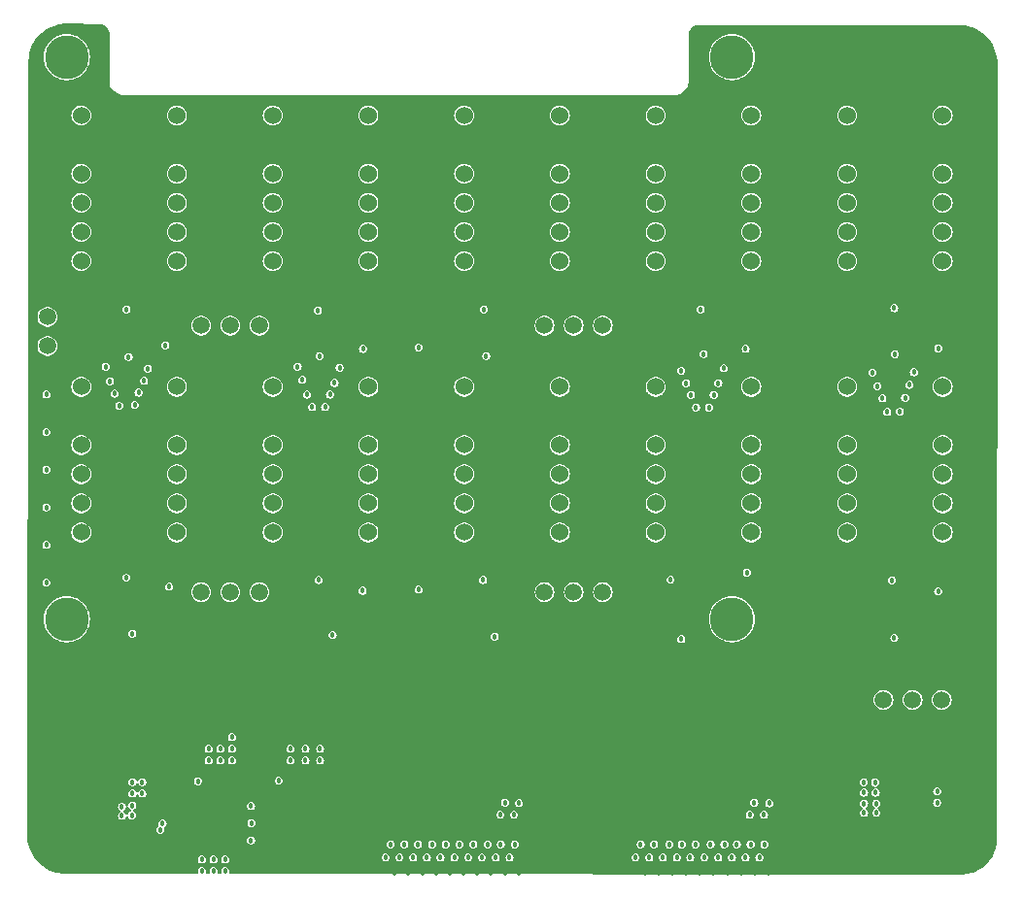
<source format=gbr>
%TF.GenerationSoftware,KiCad,Pcbnew,8.0.1*%
%TF.CreationDate,2025-04-10T18:27:20+05:30*%
%TF.ProjectId,GPIO HAT 2,4750494f-2048-4415-9420-322e6b696361,rev?*%
%TF.SameCoordinates,Original*%
%TF.FileFunction,Copper,L2,Inr*%
%TF.FilePolarity,Positive*%
%FSLAX46Y46*%
G04 Gerber Fmt 4.6, Leading zero omitted, Abs format (unit mm)*
G04 Created by KiCad (PCBNEW 8.0.1) date 2025-04-10 18:27:20*
%MOMM*%
%LPD*%
G01*
G04 APERTURE LIST*
%TA.AperFunction,ComponentPad*%
%ADD10C,1.524000*%
%TD*%
%TA.AperFunction,ComponentPad*%
%ADD11C,1.500000*%
%TD*%
%TA.AperFunction,ComponentPad*%
%ADD12C,3.810000*%
%TD*%
%TA.AperFunction,ComponentPad*%
%ADD13O,1.700000X1.100000*%
%TD*%
%TA.AperFunction,ViaPad*%
%ADD14C,0.456997*%
%TD*%
%TA.AperFunction,ViaPad*%
%ADD15C,0.457000*%
%TD*%
G04 APERTURE END LIST*
D10*
%TO.N,VCCB_5*%
%TO.C,J17*%
X227380304Y-70256400D03*
%TO.N,GND*%
X227380304Y-72796400D03*
%TO.N,/GPIOB__TXP09*%
X227380304Y-75336400D03*
%TO.N,/GPIOB__TXN09*%
X227380304Y-77876400D03*
%TO.N,/GPIOB__TXN10*%
X227380304Y-80416400D03*
%TO.N,/GPIOB__TXP10*%
X227380304Y-82956400D03*
%TD*%
D11*
%TO.N,3.3V*%
%TO.C,JM1*%
X171094400Y-88595200D03*
%TO.N,VCCB_2*%
X173634400Y-88595200D03*
%TO.N,1.8V*%
X176174400Y-88595200D03*
%TD*%
D10*
%TO.N,VCCB_2*%
%TO.C,J7*%
X177325376Y-70256400D03*
%TO.N,GND*%
X177325376Y-72796400D03*
%TO.N,/GPIOT__RXP15*%
X177325376Y-75336400D03*
%TO.N,/GPIOT__RXN15*%
X177325376Y-77876400D03*
%TO.N,/GPIOT__RXP16*%
X177325376Y-80416400D03*
%TO.N,/GPIOT__RXN16*%
X177325376Y-82956400D03*
%TD*%
%TO.N,VCCB_1*%
%TO.C,J1*%
X160640400Y-93929200D03*
%TO.N,GND*%
X160640400Y-96469200D03*
%TO.N,/GPIOT__RXP03*%
X160640400Y-99009200D03*
%TO.N,/GPIOT__RXN03*%
X160640400Y-101549200D03*
%TO.N,/GPIOT__RXP08*%
X160640400Y-104089200D03*
%TO.N,/GPIOT__RXN08*%
X160640400Y-106629200D03*
%TD*%
%TO.N,VCCB_5*%
%TO.C,J19*%
X227380304Y-93929200D03*
%TO.N,GND*%
X227380304Y-96469200D03*
%TO.N,/GPIOB__TXN17*%
X227380304Y-99009200D03*
%TO.N,/GPIOB__TXP17*%
X227380304Y-101549200D03*
%TO.N,/GPIOB__TXN16*%
X227380304Y-104089200D03*
%TO.N,/GPIOB__TXP16*%
X227380304Y-106629200D03*
%TD*%
D12*
%TO.N,*%
%TO.C,REF\u002A\u002A*%
X217347800Y-65176400D03*
%TD*%
%TO.N,*%
%TO.C,REF\u002A\u002A*%
X159385000Y-114198400D03*
%TD*%
D10*
%TO.N,VCCB_4*%
%TO.C,J14*%
X219037816Y-70256400D03*
%TO.N,GND*%
X219037816Y-72796400D03*
%TO.N,/GPIOB__TXP04*%
X219037816Y-75336400D03*
%TO.N,/GPIOB__TXN04*%
X219037816Y-77876400D03*
%TO.N,/GPIOB__TXN06*%
X219037816Y-80416400D03*
%TO.N,/GPIOB__TXP06*%
X219037816Y-82956400D03*
%TD*%
%TO.N,VCCB_2*%
%TO.C,J4*%
X168982888Y-70256400D03*
%TO.N,GND*%
X168982888Y-72796400D03*
%TO.N,/GPIOT__RXP05*%
X168982888Y-75336400D03*
%TO.N,/GPIOT__RXN05*%
X168982888Y-77876400D03*
%TO.N,/GPIOT__RXN20*%
X168982888Y-80416400D03*
%TO.N,/GPIOT__RXP20*%
X168982888Y-82956400D03*
%TD*%
%TO.N,VCCB_4*%
%TO.C,J11*%
X194010352Y-70256400D03*
%TO.N,GND*%
X194010352Y-72796400D03*
%TO.N,/GPIOB__TXN13*%
X194010352Y-75336400D03*
%TO.N,/GPIOB__TXP13*%
X194010352Y-77876400D03*
%TO.N,/GPIOB__TXN02*%
X194010352Y-80416400D03*
%TO.N,/GPIOB__TXP02*%
X194010352Y-82956400D03*
%TD*%
D12*
%TO.N,*%
%TO.C,REF\u002A\u002A*%
X217347800Y-114198400D03*
%TD*%
D10*
%TO.N,VCCB_5*%
%TO.C,J18*%
X235722800Y-70256400D03*
%TO.N,GND*%
X235722800Y-72796400D03*
%TO.N,/GPIOB__TXN18*%
X235722800Y-75336400D03*
%TO.N,/GPIOB__TXP18*%
X235722800Y-77876400D03*
%TO.N,/GPIOB__TXP12*%
X235722800Y-80416400D03*
%TO.N,/GPIOB__TXN12*%
X235722800Y-82956400D03*
%TD*%
D11*
%TO.N,VCC5V*%
%TO.C,J24*%
X157683200Y-87833200D03*
%TO.N,GND*%
X160223200Y-87833200D03*
%TO.N,VCC5V*%
X157683200Y-90373200D03*
%TO.N,GND*%
X160223200Y-90373200D03*
%TD*%
%TO.N,3.3V*%
%TO.C,JM5*%
X230555800Y-121234200D03*
%TO.N,VCCB_5*%
X233095800Y-121234200D03*
%TO.N,1.8V*%
X235635800Y-121234200D03*
%TD*%
D10*
%TO.N,VCCB_3*%
%TO.C,J10*%
X202352840Y-93929200D03*
%TO.N,GND*%
X202352840Y-96469200D03*
%TO.N,/GPIOT__RXP11*%
X202352840Y-99009200D03*
%TO.N,/GPIOT__RXN11*%
X202352840Y-101549200D03*
%TO.N,/GPIOT__RXN13*%
X202352840Y-104089200D03*
%TO.N,/GPIOT__RXP13*%
X202352840Y-106629200D03*
%TD*%
%TO.N,VCCB_1*%
%TO.C,J6*%
X185667864Y-93929200D03*
%TO.N,GND*%
X185667864Y-96469200D03*
%TO.N,/GPIOT__RXP04*%
X185667864Y-99009200D03*
%TO.N,/GPIOT__RXN04*%
X185667864Y-101549200D03*
%TO.N,/GPIOT__RXP07*%
X185667864Y-104089200D03*
%TO.N,/GPIOT__RXN07*%
X185667864Y-106629200D03*
%TD*%
%TO.N,VCCB_5*%
%TO.C,J20*%
X235722800Y-93929200D03*
%TO.N,GND*%
X235722800Y-96469200D03*
%TO.N,/GPIOB__TXN14*%
X235722800Y-99009200D03*
%TO.N,/GPIOB__TXP14*%
X235722800Y-101549200D03*
%TO.N,/GPIOB__TXN19*%
X235722800Y-104089200D03*
%TO.N,/GPIOB__TXP19*%
X235722800Y-106629200D03*
%TD*%
D12*
%TO.N,*%
%TO.C,REF\u002A\u002A*%
X159385000Y-65176400D03*
%TD*%
D10*
%TO.N,VCCB_2*%
%TO.C,J8*%
X185667864Y-70256400D03*
%TO.N,GND*%
X185667864Y-72796400D03*
%TO.N,/GPIOT__RXP09*%
X185667864Y-75336400D03*
%TO.N,/GPIOT__RXN09*%
X185667864Y-77876400D03*
%TO.N,/GPIOT__RXN17*%
X185667864Y-80416400D03*
%TO.N,/GPIOT__RXP17*%
X185667864Y-82956400D03*
%TD*%
D11*
%TO.N,3.3V*%
%TO.C,JM3*%
X171094400Y-111836200D03*
%TO.N,VCCB_1*%
X173634400Y-111836200D03*
%TO.N,1.8V*%
X176174400Y-111836200D03*
%TD*%
D10*
%TO.N,VCCB_4*%
%TO.C,J13*%
X210695328Y-70256400D03*
%TO.N,GND*%
X210695328Y-72796400D03*
%TO.N,/GPIOB__TXN05*%
X210695328Y-75336400D03*
%TO.N,/GPIOB__TXP05*%
X210695328Y-77876400D03*
%TO.N,/GPIOB__TXP03*%
X210695328Y-80416400D03*
%TO.N,/GPIOB__TXN03*%
X210695328Y-82956400D03*
%TD*%
%TO.N,VCCB_3*%
%TO.C,J16*%
X219037816Y-93929200D03*
%TO.N,GND*%
X219037816Y-96469200D03*
%TO.N,/GPIOB__TXN11*%
X219037816Y-99009200D03*
%TO.N,/GPIOB__TXP11*%
X219037816Y-101549200D03*
%TO.N,/GPIOB__TXP15*%
X219037816Y-104089200D03*
%TO.N,/GPIOB__TXN15*%
X219037816Y-106629200D03*
%TD*%
%TO.N,VCCB_1*%
%TO.C,J2*%
X168982888Y-93929200D03*
%TO.N,GND*%
X168982888Y-96469200D03*
%TO.N,/GPIOT__RXN21*%
X168982888Y-99009200D03*
%TO.N,/GPIOT__RXP21*%
X168982888Y-101549200D03*
%TO.N,/GPIOT__RXP18*%
X168982888Y-104089200D03*
%TO.N,/GPIOT__RXN18*%
X168982888Y-106629200D03*
%TD*%
D13*
%TO.N,GND*%
%TO.C,J23*%
X234359600Y-134018400D03*
X238159600Y-134018400D03*
X234359600Y-125378400D03*
X238159600Y-125378400D03*
%TD*%
D10*
%TO.N,VCCB_2*%
%TO.C,J3*%
X160640400Y-70256400D03*
%TO.N,GND*%
X160640400Y-72796400D03*
%TO.N,/GPIOT__RXP06*%
X160640400Y-75336400D03*
%TO.N,/GPIOT__RXN06*%
X160640400Y-77876400D03*
%TO.N,/GPIOT__RXN01*%
X160640400Y-80416400D03*
%TO.N,/GPIOT__RXP01*%
X160640400Y-82956400D03*
%TD*%
%TO.N,VCCB_3*%
%TO.C,J9*%
X194010352Y-93929200D03*
%TO.N,GND*%
X194010352Y-96469200D03*
%TO.N,/GPIOT__RXP12*%
X194010352Y-99009200D03*
%TO.N,/GPIOT__RXN12*%
X194010352Y-101549200D03*
%TO.N,/GPIOT__RXP14*%
X194010352Y-104089200D03*
%TO.N,/GPIOT__RXN14*%
X194010352Y-106629200D03*
%TD*%
%TO.N,VCCB_3*%
%TO.C,J15*%
X210695328Y-93929200D03*
%TO.N,GND*%
X210695328Y-96469200D03*
%TO.N,/GPIOB__TXN08*%
X210695328Y-99009200D03*
%TO.N,/GPIOB__TXP08*%
X210695328Y-101549200D03*
%TO.N,/GPIOB__TXP07*%
X210695328Y-104089200D03*
%TO.N,/GPIOB__TXN07*%
X210695328Y-106629200D03*
%TD*%
%TO.N,VCCB_1*%
%TO.C,J5*%
X177325376Y-93929200D03*
%TO.N,GND*%
X177325376Y-96469200D03*
%TO.N,/GPIOT__RXP19*%
X177325376Y-99009200D03*
%TO.N,/GPIOT__RXN19*%
X177325376Y-101549200D03*
%TO.N,/GPIOT__RXP02*%
X177325376Y-104089200D03*
%TO.N,/GPIOT__RXN02*%
X177325376Y-106629200D03*
%TD*%
D11*
%TO.N,3.3V*%
%TO.C,JM4*%
X201015600Y-111836200D03*
%TO.N,VCCB_3*%
X203555600Y-111836200D03*
%TO.N,1.8V*%
X206095600Y-111836200D03*
%TD*%
%TO.N,3.3V*%
%TO.C,JM2*%
X201015600Y-88595200D03*
%TO.N,VCCB_4*%
X203555600Y-88595200D03*
%TO.N,1.8V*%
X206095600Y-88595200D03*
%TD*%
D10*
%TO.N,VCCB_4*%
%TO.C,J12*%
X202352840Y-70256400D03*
%TO.N,GND*%
X202352840Y-72796400D03*
%TO.N,/GPIOB__TXN00*%
X202352840Y-75336400D03*
%TO.N,/GPIOB__TXP00*%
X202352840Y-77876400D03*
%TO.N,/GPIOB__TXN01*%
X202352840Y-80416400D03*
%TO.N,/GPIOB__TXP01*%
X202352840Y-82956400D03*
%TD*%
D14*
%TO.N,5V*%
X170809040Y-128312010D03*
X172161200Y-136169400D03*
X175437800Y-133477000D03*
X177850800Y-128270000D03*
X172161200Y-135153400D03*
X175437800Y-130479800D03*
X173177200Y-136169400D03*
X171145200Y-135153400D03*
X173177200Y-135153400D03*
X175463200Y-131978400D03*
X171145200Y-136169400D03*
%TO.N,3.3V*%
X190042800Y-111607600D03*
X168300400Y-111353600D03*
X231495600Y-115824000D03*
X164769800Y-91313000D03*
X173770800Y-125495395D03*
X235331000Y-90576400D03*
X218643200Y-110134400D03*
X185166000Y-111709200D03*
X173770800Y-124479395D03*
X235313800Y-111755300D03*
X196672200Y-115722400D03*
X182549800Y-115570000D03*
X185191400Y-90627200D03*
X214884000Y-91059000D03*
X172754800Y-125495395D03*
X218541600Y-90601800D03*
X181406800Y-91236800D03*
X171738800Y-125495395D03*
X165100000Y-115468400D03*
X212928200Y-115925600D03*
X167970200Y-90297000D03*
X195935600Y-91236800D03*
X172754800Y-126511395D03*
X173770800Y-126511395D03*
X231546400Y-91084400D03*
X190042800Y-90500200D03*
X171738800Y-126511395D03*
%TO.N,1.8V*%
X178866800Y-125497180D03*
X178866800Y-126513180D03*
X180187600Y-126513180D03*
X181457600Y-125497180D03*
X180187600Y-125497180D03*
X181457600Y-126513180D03*
%TO.N,VCCB_1*%
X181330600Y-110769400D03*
X164566600Y-110566200D03*
%TO.N,GND*%
X217347800Y-132232400D03*
X233109600Y-133573400D03*
X194360800Y-132232400D03*
X161899600Y-122986800D03*
X178612800Y-112852200D03*
X212547200Y-132232400D03*
X180365400Y-128621380D03*
X191566800Y-136347200D03*
X174142400Y-121513600D03*
X214223600Y-89179400D03*
X181305200Y-107899200D03*
X171027600Y-131337395D03*
X231859600Y-124448400D03*
X163830000Y-89154000D03*
X159664400Y-122986800D03*
X195173600Y-136347200D03*
X156819600Y-133756400D03*
X233095800Y-132638800D03*
X176834800Y-136169400D03*
X211353400Y-132232400D03*
X161874200Y-124206000D03*
X215747600Y-136347200D03*
X195808600Y-89230200D03*
X173755440Y-129658210D03*
X171027600Y-134385395D03*
X169951400Y-133426200D03*
X156819600Y-132740400D03*
X230568500Y-115887500D03*
X157403800Y-125425200D03*
X159664400Y-124206000D03*
X161874200Y-125425200D03*
X209753200Y-136347200D03*
X182499000Y-125450600D03*
X156819600Y-128676400D03*
X196342000Y-136347200D03*
X164566600Y-107899200D03*
X231876600Y-125679200D03*
X181305200Y-93497400D03*
X230860600Y-112877600D03*
X210540600Y-112877600D03*
X171027600Y-132353395D03*
X172231440Y-129632810D03*
X190754000Y-132232400D03*
X164490400Y-93370400D03*
X177850800Y-133371180D03*
X238185100Y-129043100D03*
X193954400Y-136347200D03*
X161874200Y-126644400D03*
X233109600Y-125698400D03*
X198780400Y-136347200D03*
X218541600Y-132232400D03*
X157429200Y-122986800D03*
X220573600Y-136347200D03*
X214934800Y-132232400D03*
X191973200Y-132232400D03*
X214528400Y-136347200D03*
X157403800Y-124206000D03*
X173024800Y-128651000D03*
X189153800Y-136347200D03*
X173262800Y-133420195D03*
X208127600Y-133070600D03*
X157403800Y-126644400D03*
X193167000Y-132232400D03*
X197586600Y-136347200D03*
X210947000Y-136347200D03*
X213360000Y-136347200D03*
X190373000Y-136347200D03*
X169824400Y-130168100D03*
X216941400Y-136347200D03*
X219329000Y-136347200D03*
X164211000Y-112903000D03*
X231292400Y-93268800D03*
X218135200Y-136347200D03*
X187960000Y-136347200D03*
X180136800Y-133396580D03*
X230609600Y-125698400D03*
X167685100Y-133543100D03*
X213741000Y-132232400D03*
X157835600Y-133781800D03*
X216154000Y-132232400D03*
X231984600Y-134823400D03*
X233197400Y-126974600D03*
X197154800Y-84734400D03*
X231927400Y-133654800D03*
X231292400Y-84048600D03*
X156819600Y-131724400D03*
X166872300Y-134279700D03*
X180517800Y-89179400D03*
X196672200Y-93218000D03*
X177850800Y-134387180D03*
X219735400Y-132232400D03*
X230609600Y-126823400D03*
X176885600Y-128346200D03*
X231292400Y-107899200D03*
X181610000Y-115646200D03*
X176885600Y-130352800D03*
X214560100Y-91793100D03*
X181305200Y-83972400D03*
X195910200Y-112903000D03*
X196773800Y-132232400D03*
X177850800Y-131339180D03*
X157835600Y-132740400D03*
X179578000Y-129659995D03*
X210134200Y-132232400D03*
X214655400Y-84099400D03*
X188366400Y-132232400D03*
X213410800Y-108305600D03*
X181127400Y-129659995D03*
X230809800Y-89204800D03*
X197154800Y-108305600D03*
X156819600Y-130708400D03*
X189560200Y-132232400D03*
X169799000Y-125806200D03*
X186436000Y-133121400D03*
X159664400Y-126644400D03*
X238129400Y-130348800D03*
X192760600Y-136347200D03*
X177850800Y-132355180D03*
X197967600Y-132232400D03*
X195681600Y-115646200D03*
X230609600Y-132448400D03*
X156819600Y-129692400D03*
X211988400Y-115824000D03*
X171027600Y-133369395D03*
X164465000Y-84074000D03*
X176834800Y-135153400D03*
X164477700Y-115735100D03*
X230609600Y-133573400D03*
X159664400Y-125425200D03*
X212166200Y-136347200D03*
X195554600Y-132232400D03*
%TO.N,VCCB_2*%
X164592000Y-87172800D03*
X181279800Y-87274400D03*
%TO.N,VCCB_3*%
X211988400Y-110744000D03*
X195656200Y-110769400D03*
%TO.N,VCCB_4*%
X214630000Y-87172800D03*
X195732400Y-87172800D03*
%TO.N,VCCB_5*%
X231292400Y-110794800D03*
X231495600Y-87071200D03*
D15*
%TO.N,/GPIOT_RXP05*%
X165303200Y-95504000D03*
D14*
%TO.N,/GPIOT_RXP03*%
X187166400Y-134970102D03*
%TO.N,/GPIOT_RXP21*%
X189992000Y-133832600D03*
%TO.N,/GPIOT_RXP02*%
X193167000Y-134970102D03*
%TO.N,/GPIOT_RXP08*%
X188366400Y-134970102D03*
%TO.N,/GPIOT_RXN04*%
X194818000Y-133832600D03*
%TO.N,/GPIOT_RXN18*%
X191211200Y-133832600D03*
D15*
%TO.N,/GPIOT_RXP06*%
X162775900Y-92163900D03*
%TO.N,/GPIOT_RXN17*%
X182716766Y-93591335D03*
D14*
%TO.N,/GPIOT_RXN03*%
X187604400Y-133832600D03*
D15*
%TO.N,/GPIOT_RXN01*%
X163550600Y-94513400D03*
D14*
%TO.N,/GPIOT_RXP14*%
X198348600Y-131241800D03*
%TO.N,/GPIOT_RXN21*%
X189560200Y-134970102D03*
%TO.N,/GPIOT_RXP18*%
X190767844Y-134970102D03*
%TO.N,/GPIOT_RXN12*%
X197561200Y-130175000D03*
%TO.N,/GPIOT_RXN08*%
X188798200Y-133832600D03*
D15*
%TO.N,/GPIOT_RXP17*%
X183152745Y-92259455D03*
%TO.N,/GPIOT_RXP20*%
X166446200Y-92329000D03*
%TO.N,/GPIOT_RXN06*%
X163144200Y-93446600D03*
D14*
%TO.N,/GPIOT_RXN14*%
X198780400Y-130225800D03*
D15*
%TO.N,/GPIOT_RXP09*%
X181885366Y-95681800D03*
D14*
%TO.N,/GPIOT_RXP13*%
X197967600Y-134970102D03*
D15*
%TO.N,/GPIOT_RXN05*%
X165633400Y-94437200D03*
D14*
%TO.N,/GPIOT_RXN02*%
X193598800Y-133832600D03*
D15*
%TO.N,/GPIOT_RXN09*%
X182316766Y-94607335D03*
%TO.N,/GPIOT_RXN16*%
X180767766Y-95681800D03*
D14*
%TO.N,/GPIOT_RXP07*%
X195554600Y-134970102D03*
%TO.N,/GPIOT_RXN19*%
X192405000Y-133832600D03*
D15*
%TO.N,/GPIOT_RXP16*%
X180316096Y-94607335D03*
%TO.N,/GPIOT_RXP15*%
X179496200Y-92176600D03*
%TO.N,/GPIOT_RXN20*%
X166116000Y-93395800D03*
%TO.N,/GPIOT_RXN15*%
X179916096Y-93319600D03*
D14*
%TO.N,/GPIOT_RXN11*%
X197205600Y-133832600D03*
%TO.N,/GPIOT_RXP12*%
X197154800Y-131241800D03*
%TO.N,/GPIOT_RXP19*%
X191947800Y-134970102D03*
%TO.N,/GPIOT_RXN07*%
X196062600Y-133832600D03*
%TO.N,/GPIOT_RXN13*%
X198424800Y-133832600D03*
%TO.N,/GPIOT_RXP04*%
X194360800Y-134970102D03*
D15*
%TO.N,/GPIOT_RXP01*%
X163957000Y-95580200D03*
D14*
%TO.N,/GPIOT_RXP11*%
X196766400Y-134970102D03*
D15*
%TO.N,/GPIOB_TXN06*%
X216160670Y-93615000D03*
D14*
%TO.N,/GPIOB_TXP01*%
X212979000Y-133832600D03*
%TO.N,/GPIOB_TXP19*%
X219735400Y-134970102D03*
D15*
%TO.N,/GPIOB_TXP06*%
X216636600Y-92303600D03*
%TO.N,/GPIOB_TXP09*%
X229590600Y-92684600D03*
%TO.N,/GPIOB_TXP05*%
X213360000Y-93615000D03*
D14*
%TO.N,/GPIOB_TXN13*%
X208940400Y-134970102D03*
%TO.N,/GPIOB_TXP17*%
X219300000Y-130200000D03*
D15*
%TO.N,/GPIOB_TXP03*%
X213769870Y-94631000D03*
D14*
%TO.N,/GPIOB_TXN16*%
X220141800Y-131241800D03*
%TO.N,/GPIOB_TXP13*%
X209397600Y-133832600D03*
%TO.N,/GPIOB_TXN00*%
X211328000Y-134970102D03*
%TO.N,/GPIOB_TXN15*%
X217779600Y-133832600D03*
D15*
%TO.N,/GPIOB_TXN03*%
X214223600Y-95732600D03*
%TO.N,/GPIOB_TXN04*%
X215760670Y-94631000D03*
D14*
%TO.N,/GPIOB_TXN02*%
X210134200Y-134970102D03*
%TO.N,/GPIOB_TXP16*%
X220599000Y-130251200D03*
%TO.N,/GPIOB_TXP11*%
X216687400Y-133832600D03*
%TO.N,/GPIOB_TXN11*%
X216140234Y-134970102D03*
%TO.N,/GPIOB_TXP00*%
X211886800Y-133832600D03*
%TO.N,/GPIOB_TXN08*%
X213715600Y-134970102D03*
D15*
%TO.N,/GPIOB_TXP04*%
X215341200Y-95732600D03*
%TO.N,/GPIOB_TXP10*%
X230886000Y-96113600D03*
D14*
%TO.N,/GPIOB_TXN17*%
X218900000Y-131241800D03*
%TO.N,/GPIOB_TXP02*%
X210566000Y-133832600D03*
D15*
%TO.N,/GPIOB_TXN05*%
X212922200Y-92532200D03*
D14*
%TO.N,/GPIOB_TXP15*%
X217347800Y-134970102D03*
%TO.N,/GPIOB_TXP14*%
X218973400Y-133832600D03*
%TO.N,/GPIOB_TXN19*%
X220167200Y-133832600D03*
%TO.N,/GPIOB_TXP07*%
X214934800Y-134970102D03*
D15*
%TO.N,/GPIOB_TXN12*%
X233197400Y-92659200D03*
D14*
%TO.N,/GPIOB_TXP08*%
X214172800Y-133832600D03*
D15*
%TO.N,/GPIOB_TXN18*%
X231978200Y-96088200D03*
%TO.N,/GPIOB_TXP18*%
X232435400Y-94869000D03*
%TO.N,/GPIOB_TXP12*%
X232816400Y-93751400D03*
%TO.N,/GPIOB_TXN09*%
X230022400Y-93853000D03*
D14*
%TO.N,/GPIOB_TXN14*%
X218535872Y-134970102D03*
D15*
%TO.N,/GPIOB_TXN10*%
X230454200Y-94919800D03*
D14*
%TO.N,/GPIOB_TXN01*%
X212547200Y-134970102D03*
%TO.N,/GPIOB_TXN07*%
X215493600Y-133832600D03*
%TO.N,VCC5V*%
X157607000Y-107716320D03*
X157607000Y-110998000D03*
X157607000Y-94589600D03*
X157607000Y-101152960D03*
X164185600Y-131343400D03*
X157607000Y-104434640D03*
X157607000Y-97871280D03*
X164185100Y-130543100D03*
%TO.N,/NETR20_2*%
X167735900Y-131993700D03*
%TO.N,5V_1*%
X229926400Y-130260600D03*
X165100000Y-128397000D03*
X165963600Y-128397000D03*
X228859600Y-131073400D03*
X165100000Y-129387600D03*
X229926400Y-131073400D03*
X229875600Y-129320800D03*
X165100000Y-130429000D03*
X229824800Y-128406400D03*
X228859600Y-130260600D03*
X228834200Y-128406400D03*
X167532700Y-132552500D03*
X228859600Y-129320800D03*
X165060100Y-131293100D03*
X165963600Y-129387600D03*
%TO.N,Net-(J23-CC2)*%
X235234600Y-129198400D03*
%TO.N,Net-(J23-CC1)*%
X235234600Y-130198400D03*
%TD*%
%TA.AperFunction,Conductor*%
%TO.N,GND*%
G36*
X162353481Y-62280558D02*
G01*
X162407888Y-62293644D01*
X162669005Y-62424202D01*
X162701229Y-62447429D01*
X162944423Y-62690623D01*
X162975413Y-62742343D01*
X163011058Y-62859973D01*
X163088182Y-63114480D01*
X163093509Y-63149689D01*
X163118800Y-67322699D01*
X163169599Y-67741797D01*
X163169600Y-67741800D01*
X163550600Y-68148200D01*
X163982400Y-68402200D01*
X164256720Y-68478400D01*
X164439598Y-68529200D01*
X164439600Y-68529200D01*
X212318600Y-68529200D01*
X212318606Y-68529199D01*
X212504218Y-68490122D01*
X212801200Y-68427600D01*
X213207600Y-68148200D01*
X213487000Y-67741800D01*
X213614000Y-67259200D01*
X213614000Y-65176401D01*
X215335573Y-65176401D01*
X215356054Y-65462766D01*
X215356056Y-65462780D01*
X215417080Y-65743302D01*
X215417082Y-65743310D01*
X215517414Y-66012309D01*
X215517416Y-66012314D01*
X215655003Y-66264286D01*
X215655008Y-66264294D01*
X215827053Y-66494120D01*
X215827069Y-66494138D01*
X216030061Y-66697130D01*
X216030079Y-66697146D01*
X216259905Y-66869191D01*
X216259913Y-66869196D01*
X216511885Y-67006783D01*
X216511884Y-67006783D01*
X216511888Y-67006784D01*
X216511891Y-67006786D01*
X216780890Y-67107118D01*
X216941051Y-67141958D01*
X217061419Y-67168143D01*
X217061424Y-67168143D01*
X217061430Y-67168145D01*
X217276207Y-67183506D01*
X217347799Y-67188627D01*
X217347800Y-67188627D01*
X217347801Y-67188627D01*
X217405074Y-67184530D01*
X217634170Y-67168145D01*
X217634177Y-67168143D01*
X217634180Y-67168143D01*
X217687900Y-67156456D01*
X217914710Y-67107118D01*
X218183709Y-67006786D01*
X218435692Y-66869193D01*
X218665528Y-66697140D01*
X218868540Y-66494128D01*
X219040593Y-66264292D01*
X219178186Y-66012309D01*
X219278518Y-65743310D01*
X219339545Y-65462770D01*
X219360027Y-65176400D01*
X219339545Y-64890030D01*
X219326891Y-64831862D01*
X219313358Y-64769651D01*
X219278518Y-64609490D01*
X219178186Y-64340491D01*
X219144270Y-64278379D01*
X219040596Y-64088513D01*
X219040591Y-64088505D01*
X218868546Y-63858679D01*
X218868530Y-63858661D01*
X218665538Y-63655669D01*
X218665520Y-63655653D01*
X218435694Y-63483608D01*
X218435686Y-63483603D01*
X218183714Y-63346016D01*
X218183715Y-63346016D01*
X218131333Y-63326478D01*
X217914710Y-63245682D01*
X217914703Y-63245680D01*
X217914702Y-63245680D01*
X217634180Y-63184656D01*
X217634166Y-63184654D01*
X217347801Y-63164173D01*
X217347799Y-63164173D01*
X217061433Y-63184654D01*
X217061419Y-63184656D01*
X216780897Y-63245680D01*
X216780893Y-63245681D01*
X216780890Y-63245682D01*
X216587284Y-63317893D01*
X216511885Y-63346016D01*
X216259913Y-63483603D01*
X216259905Y-63483608D01*
X216030079Y-63655653D01*
X216030061Y-63655669D01*
X215827069Y-63858661D01*
X215827053Y-63858679D01*
X215655008Y-64088505D01*
X215655003Y-64088513D01*
X215517416Y-64340485D01*
X215517414Y-64340491D01*
X215417082Y-64609490D01*
X215417081Y-64609493D01*
X215417080Y-64609497D01*
X215356056Y-64890019D01*
X215356054Y-64890033D01*
X215335573Y-65176398D01*
X215335573Y-65176401D01*
X213614000Y-65176401D01*
X213614000Y-63112247D01*
X213619483Y-63075781D01*
X213685885Y-62859973D01*
X213708280Y-62787188D01*
X213731534Y-62744278D01*
X213945715Y-62487261D01*
X214003751Y-62448365D01*
X214005081Y-62447955D01*
X214206172Y-62387628D01*
X214241798Y-62382400D01*
X237078650Y-62382400D01*
X237088537Y-62382794D01*
X237709716Y-62432489D01*
X237727294Y-62435175D01*
X238266406Y-62557701D01*
X238287757Y-62564638D01*
X238797139Y-62782945D01*
X238822689Y-62797717D01*
X238912400Y-62865000D01*
X239314672Y-63166704D01*
X239322653Y-63173225D01*
X239761497Y-63563309D01*
X239785871Y-63592905D01*
X239822959Y-63655669D01*
X240100540Y-64125422D01*
X240110064Y-64145433D01*
X240356300Y-64810270D01*
X240362145Y-64831862D01*
X240485321Y-65532338D01*
X240487195Y-65553859D01*
X240461805Y-133640264D01*
X240458433Y-133668939D01*
X240337403Y-134177267D01*
X240330274Y-134198486D01*
X240059122Y-134814739D01*
X240050464Y-134831014D01*
X239758729Y-135292928D01*
X239739600Y-135316321D01*
X239174792Y-135856572D01*
X239156659Y-135870931D01*
X238676760Y-136182865D01*
X238637064Y-136199722D01*
X237351418Y-136496410D01*
X237323414Y-136499586D01*
X173632976Y-136437237D01*
X173565955Y-136417487D01*
X173520252Y-136364638D01*
X173510376Y-136295470D01*
X173513150Y-136283573D01*
X173531233Y-136169402D01*
X173531233Y-136169397D01*
X173513905Y-136059999D01*
X173513905Y-136059998D01*
X173463621Y-135961307D01*
X173385292Y-135882978D01*
X173286600Y-135832694D01*
X173177202Y-135815367D01*
X173177198Y-135815367D01*
X173067799Y-135832694D01*
X173067798Y-135832694D01*
X172969107Y-135882978D01*
X172890778Y-135961307D01*
X172840494Y-136059998D01*
X172840494Y-136059999D01*
X172823167Y-136169397D01*
X172823167Y-136169402D01*
X172842021Y-136288441D01*
X172839365Y-136288861D01*
X172840940Y-136343861D01*
X172804862Y-136403696D01*
X172742163Y-136434527D01*
X172720891Y-136436344D01*
X172617299Y-136436243D01*
X172550279Y-136416493D01*
X172504575Y-136363644D01*
X172494699Y-136294476D01*
X172496956Y-136284793D01*
X172515233Y-136169402D01*
X172515233Y-136169397D01*
X172497905Y-136059999D01*
X172497905Y-136059998D01*
X172447621Y-135961307D01*
X172369292Y-135882978D01*
X172270600Y-135832694D01*
X172161202Y-135815367D01*
X172161198Y-135815367D01*
X172051799Y-135832694D01*
X172051798Y-135832694D01*
X171953107Y-135882978D01*
X171874778Y-135961307D01*
X171824494Y-136059998D01*
X171824494Y-136059999D01*
X171807167Y-136169397D01*
X171807167Y-136169402D01*
X171826021Y-136288441D01*
X171823075Y-136288907D01*
X171824610Y-136342887D01*
X171788523Y-136402715D01*
X171725818Y-136433535D01*
X171704566Y-136435349D01*
X171601621Y-136435248D01*
X171534601Y-136415498D01*
X171488898Y-136362649D01*
X171479023Y-136293481D01*
X171480760Y-136286029D01*
X171499233Y-136169402D01*
X171499233Y-136169397D01*
X171481905Y-136059999D01*
X171481905Y-136059998D01*
X171431621Y-135961307D01*
X171353292Y-135882978D01*
X171254600Y-135832694D01*
X171145202Y-135815367D01*
X171145198Y-135815367D01*
X171035799Y-135832694D01*
X171035798Y-135832694D01*
X170937107Y-135882978D01*
X170858778Y-135961307D01*
X170808494Y-136059998D01*
X170808494Y-136059999D01*
X170791167Y-136169397D01*
X170791167Y-136169402D01*
X170810021Y-136288441D01*
X170806780Y-136288954D01*
X170808289Y-136341885D01*
X170772205Y-136401715D01*
X170709502Y-136432539D01*
X170688244Y-136434354D01*
X159500658Y-136423403D01*
X159493901Y-136423212D01*
X159045435Y-136398297D01*
X159034777Y-136397242D01*
X158518554Y-136323496D01*
X158495354Y-136317860D01*
X157937416Y-136123795D01*
X157909324Y-136109820D01*
X157072869Y-135551621D01*
X157049795Y-135531723D01*
X156854696Y-135316321D01*
X156707134Y-135153402D01*
X170791167Y-135153402D01*
X170808494Y-135262800D01*
X170808494Y-135262801D01*
X170858778Y-135361492D01*
X170937107Y-135439821D01*
X171002061Y-135472915D01*
X171035798Y-135490105D01*
X171072265Y-135495881D01*
X171145198Y-135507433D01*
X171145200Y-135507433D01*
X171145202Y-135507433D01*
X171199901Y-135498769D01*
X171254602Y-135490105D01*
X171305861Y-135463987D01*
X171353292Y-135439821D01*
X171353292Y-135439820D01*
X171353295Y-135439819D01*
X171431619Y-135361495D01*
X171481905Y-135262802D01*
X171490569Y-135208101D01*
X171499233Y-135153402D01*
X171807167Y-135153402D01*
X171824494Y-135262800D01*
X171824494Y-135262801D01*
X171874778Y-135361492D01*
X171953107Y-135439821D01*
X172018061Y-135472915D01*
X172051798Y-135490105D01*
X172088265Y-135495881D01*
X172161198Y-135507433D01*
X172161200Y-135507433D01*
X172161202Y-135507433D01*
X172215901Y-135498769D01*
X172270602Y-135490105D01*
X172321861Y-135463987D01*
X172369292Y-135439821D01*
X172369292Y-135439820D01*
X172369295Y-135439819D01*
X172447619Y-135361495D01*
X172497905Y-135262802D01*
X172506569Y-135208101D01*
X172515233Y-135153402D01*
X172823167Y-135153402D01*
X172840494Y-135262800D01*
X172840494Y-135262801D01*
X172890778Y-135361492D01*
X172969107Y-135439821D01*
X173034061Y-135472915D01*
X173067798Y-135490105D01*
X173104265Y-135495881D01*
X173177198Y-135507433D01*
X173177200Y-135507433D01*
X173177202Y-135507433D01*
X173231901Y-135498769D01*
X173286602Y-135490105D01*
X173337861Y-135463987D01*
X173385292Y-135439821D01*
X173385292Y-135439820D01*
X173385295Y-135439819D01*
X173463619Y-135361495D01*
X173513905Y-135262802D01*
X173522569Y-135208101D01*
X173531233Y-135153402D01*
X173531233Y-135153397D01*
X173513905Y-135043999D01*
X173513905Y-135043998D01*
X173476255Y-134970104D01*
X186812367Y-134970104D01*
X186829694Y-135079502D01*
X186829694Y-135079503D01*
X186879978Y-135178194D01*
X186958307Y-135256523D01*
X187023261Y-135289617D01*
X187056998Y-135306807D01*
X187093465Y-135312583D01*
X187166398Y-135324135D01*
X187166400Y-135324135D01*
X187166402Y-135324135D01*
X187221101Y-135315471D01*
X187275802Y-135306807D01*
X187362172Y-135262800D01*
X187374492Y-135256523D01*
X187374492Y-135256522D01*
X187374495Y-135256521D01*
X187452819Y-135178197D01*
X187503105Y-135079504D01*
X187520433Y-134970104D01*
X188012367Y-134970104D01*
X188029694Y-135079502D01*
X188029694Y-135079503D01*
X188079978Y-135178194D01*
X188158307Y-135256523D01*
X188223261Y-135289617D01*
X188256998Y-135306807D01*
X188293465Y-135312583D01*
X188366398Y-135324135D01*
X188366400Y-135324135D01*
X188366402Y-135324135D01*
X188421101Y-135315471D01*
X188475802Y-135306807D01*
X188562172Y-135262800D01*
X188574492Y-135256523D01*
X188574492Y-135256522D01*
X188574495Y-135256521D01*
X188652819Y-135178197D01*
X188703105Y-135079504D01*
X188720433Y-134970104D01*
X189206167Y-134970104D01*
X189223494Y-135079502D01*
X189223494Y-135079503D01*
X189273778Y-135178194D01*
X189352107Y-135256523D01*
X189417061Y-135289617D01*
X189450798Y-135306807D01*
X189487265Y-135312583D01*
X189560198Y-135324135D01*
X189560200Y-135324135D01*
X189560202Y-135324135D01*
X189614901Y-135315471D01*
X189669602Y-135306807D01*
X189755972Y-135262800D01*
X189768292Y-135256523D01*
X189768292Y-135256522D01*
X189768295Y-135256521D01*
X189846619Y-135178197D01*
X189896905Y-135079504D01*
X189914233Y-134970104D01*
X190413811Y-134970104D01*
X190431138Y-135079502D01*
X190431138Y-135079503D01*
X190481422Y-135178194D01*
X190559751Y-135256523D01*
X190624705Y-135289617D01*
X190658442Y-135306807D01*
X190694909Y-135312583D01*
X190767842Y-135324135D01*
X190767844Y-135324135D01*
X190767846Y-135324135D01*
X190822545Y-135315471D01*
X190877246Y-135306807D01*
X190963616Y-135262800D01*
X190975936Y-135256523D01*
X190975936Y-135256522D01*
X190975939Y-135256521D01*
X191054263Y-135178197D01*
X191104549Y-135079504D01*
X191121877Y-134970104D01*
X191593767Y-134970104D01*
X191611094Y-135079502D01*
X191611094Y-135079503D01*
X191661378Y-135178194D01*
X191739707Y-135256523D01*
X191804661Y-135289617D01*
X191838398Y-135306807D01*
X191874865Y-135312583D01*
X191947798Y-135324135D01*
X191947800Y-135324135D01*
X191947802Y-135324135D01*
X192002501Y-135315471D01*
X192057202Y-135306807D01*
X192143572Y-135262800D01*
X192155892Y-135256523D01*
X192155892Y-135256522D01*
X192155895Y-135256521D01*
X192234219Y-135178197D01*
X192284505Y-135079504D01*
X192301833Y-134970104D01*
X192812967Y-134970104D01*
X192830294Y-135079502D01*
X192830294Y-135079503D01*
X192880578Y-135178194D01*
X192958907Y-135256523D01*
X193023861Y-135289617D01*
X193057598Y-135306807D01*
X193094065Y-135312583D01*
X193166998Y-135324135D01*
X193167000Y-135324135D01*
X193167002Y-135324135D01*
X193221701Y-135315471D01*
X193276402Y-135306807D01*
X193362772Y-135262800D01*
X193375092Y-135256523D01*
X193375092Y-135256522D01*
X193375095Y-135256521D01*
X193453419Y-135178197D01*
X193503705Y-135079504D01*
X193521033Y-134970104D01*
X194006767Y-134970104D01*
X194024094Y-135079502D01*
X194024094Y-135079503D01*
X194074378Y-135178194D01*
X194152707Y-135256523D01*
X194217661Y-135289617D01*
X194251398Y-135306807D01*
X194287865Y-135312583D01*
X194360798Y-135324135D01*
X194360800Y-135324135D01*
X194360802Y-135324135D01*
X194415501Y-135315471D01*
X194470202Y-135306807D01*
X194556572Y-135262800D01*
X194568892Y-135256523D01*
X194568892Y-135256522D01*
X194568895Y-135256521D01*
X194647219Y-135178197D01*
X194697505Y-135079504D01*
X194714833Y-134970104D01*
X195200567Y-134970104D01*
X195217894Y-135079502D01*
X195217894Y-135079503D01*
X195268178Y-135178194D01*
X195346507Y-135256523D01*
X195411461Y-135289617D01*
X195445198Y-135306807D01*
X195481665Y-135312583D01*
X195554598Y-135324135D01*
X195554600Y-135324135D01*
X195554602Y-135324135D01*
X195609301Y-135315471D01*
X195664002Y-135306807D01*
X195750372Y-135262800D01*
X195762692Y-135256523D01*
X195762692Y-135256522D01*
X195762695Y-135256521D01*
X195841019Y-135178197D01*
X195891305Y-135079504D01*
X195908633Y-134970104D01*
X196412367Y-134970104D01*
X196429694Y-135079502D01*
X196429694Y-135079503D01*
X196479978Y-135178194D01*
X196558307Y-135256523D01*
X196623261Y-135289617D01*
X196656998Y-135306807D01*
X196693465Y-135312583D01*
X196766398Y-135324135D01*
X196766400Y-135324135D01*
X196766402Y-135324135D01*
X196821101Y-135315471D01*
X196875802Y-135306807D01*
X196962172Y-135262800D01*
X196974492Y-135256523D01*
X196974492Y-135256522D01*
X196974495Y-135256521D01*
X197052819Y-135178197D01*
X197103105Y-135079504D01*
X197120433Y-134970104D01*
X197613567Y-134970104D01*
X197630894Y-135079502D01*
X197630894Y-135079503D01*
X197681178Y-135178194D01*
X197759507Y-135256523D01*
X197824461Y-135289617D01*
X197858198Y-135306807D01*
X197894665Y-135312583D01*
X197967598Y-135324135D01*
X197967600Y-135324135D01*
X197967602Y-135324135D01*
X198022301Y-135315471D01*
X198077002Y-135306807D01*
X198163372Y-135262800D01*
X198175692Y-135256523D01*
X198175692Y-135256522D01*
X198175695Y-135256521D01*
X198254019Y-135178197D01*
X198304305Y-135079504D01*
X198321633Y-134970104D01*
X208586367Y-134970104D01*
X208603694Y-135079502D01*
X208603694Y-135079503D01*
X208653978Y-135178194D01*
X208732307Y-135256523D01*
X208797261Y-135289617D01*
X208830998Y-135306807D01*
X208867465Y-135312583D01*
X208940398Y-135324135D01*
X208940400Y-135324135D01*
X208940402Y-135324135D01*
X208995101Y-135315471D01*
X209049802Y-135306807D01*
X209136172Y-135262800D01*
X209148492Y-135256523D01*
X209148492Y-135256522D01*
X209148495Y-135256521D01*
X209226819Y-135178197D01*
X209277105Y-135079504D01*
X209294433Y-134970104D01*
X209780167Y-134970104D01*
X209797494Y-135079502D01*
X209797494Y-135079503D01*
X209847778Y-135178194D01*
X209926107Y-135256523D01*
X209991061Y-135289617D01*
X210024798Y-135306807D01*
X210061265Y-135312583D01*
X210134198Y-135324135D01*
X210134200Y-135324135D01*
X210134202Y-135324135D01*
X210188901Y-135315471D01*
X210243602Y-135306807D01*
X210329972Y-135262800D01*
X210342292Y-135256523D01*
X210342292Y-135256522D01*
X210342295Y-135256521D01*
X210420619Y-135178197D01*
X210470905Y-135079504D01*
X210488233Y-134970104D01*
X210973967Y-134970104D01*
X210991294Y-135079502D01*
X210991294Y-135079503D01*
X211041578Y-135178194D01*
X211119907Y-135256523D01*
X211184861Y-135289617D01*
X211218598Y-135306807D01*
X211255065Y-135312583D01*
X211327998Y-135324135D01*
X211328000Y-135324135D01*
X211328002Y-135324135D01*
X211382701Y-135315471D01*
X211437402Y-135306807D01*
X211523772Y-135262800D01*
X211536092Y-135256523D01*
X211536092Y-135256522D01*
X211536095Y-135256521D01*
X211614419Y-135178197D01*
X211664705Y-135079504D01*
X211682033Y-134970104D01*
X212193167Y-134970104D01*
X212210494Y-135079502D01*
X212210494Y-135079503D01*
X212260778Y-135178194D01*
X212339107Y-135256523D01*
X212404061Y-135289617D01*
X212437798Y-135306807D01*
X212474265Y-135312583D01*
X212547198Y-135324135D01*
X212547200Y-135324135D01*
X212547202Y-135324135D01*
X212601901Y-135315471D01*
X212656602Y-135306807D01*
X212742972Y-135262800D01*
X212755292Y-135256523D01*
X212755292Y-135256522D01*
X212755295Y-135256521D01*
X212833619Y-135178197D01*
X212883905Y-135079504D01*
X212901233Y-134970104D01*
X213361567Y-134970104D01*
X213378894Y-135079502D01*
X213378894Y-135079503D01*
X213429178Y-135178194D01*
X213507507Y-135256523D01*
X213572461Y-135289617D01*
X213606198Y-135306807D01*
X213642665Y-135312583D01*
X213715598Y-135324135D01*
X213715600Y-135324135D01*
X213715602Y-135324135D01*
X213770301Y-135315471D01*
X213825002Y-135306807D01*
X213911372Y-135262800D01*
X213923692Y-135256523D01*
X213923692Y-135256522D01*
X213923695Y-135256521D01*
X214002019Y-135178197D01*
X214052305Y-135079504D01*
X214069633Y-134970104D01*
X214580767Y-134970104D01*
X214598094Y-135079502D01*
X214598094Y-135079503D01*
X214648378Y-135178194D01*
X214726707Y-135256523D01*
X214791661Y-135289617D01*
X214825398Y-135306807D01*
X214861865Y-135312583D01*
X214934798Y-135324135D01*
X214934800Y-135324135D01*
X214934802Y-135324135D01*
X214989501Y-135315471D01*
X215044202Y-135306807D01*
X215130572Y-135262800D01*
X215142892Y-135256523D01*
X215142892Y-135256522D01*
X215142895Y-135256521D01*
X215221219Y-135178197D01*
X215271505Y-135079504D01*
X215288833Y-134970104D01*
X215786201Y-134970104D01*
X215803528Y-135079502D01*
X215803528Y-135079503D01*
X215853812Y-135178194D01*
X215932141Y-135256523D01*
X215997095Y-135289617D01*
X216030832Y-135306807D01*
X216067299Y-135312583D01*
X216140232Y-135324135D01*
X216140234Y-135324135D01*
X216140236Y-135324135D01*
X216194935Y-135315471D01*
X216249636Y-135306807D01*
X216336006Y-135262800D01*
X216348326Y-135256523D01*
X216348326Y-135256522D01*
X216348329Y-135256521D01*
X216426653Y-135178197D01*
X216476939Y-135079504D01*
X216494267Y-134970104D01*
X216993767Y-134970104D01*
X217011094Y-135079502D01*
X217011094Y-135079503D01*
X217061378Y-135178194D01*
X217139707Y-135256523D01*
X217204661Y-135289617D01*
X217238398Y-135306807D01*
X217274865Y-135312583D01*
X217347798Y-135324135D01*
X217347800Y-135324135D01*
X217347802Y-135324135D01*
X217402501Y-135315471D01*
X217457202Y-135306807D01*
X217543572Y-135262800D01*
X217555892Y-135256523D01*
X217555892Y-135256522D01*
X217555895Y-135256521D01*
X217634219Y-135178197D01*
X217684505Y-135079504D01*
X217701833Y-134970104D01*
X218181839Y-134970104D01*
X218199166Y-135079502D01*
X218199166Y-135079503D01*
X218249450Y-135178194D01*
X218327779Y-135256523D01*
X218392733Y-135289617D01*
X218426470Y-135306807D01*
X218462937Y-135312583D01*
X218535870Y-135324135D01*
X218535872Y-135324135D01*
X218535874Y-135324135D01*
X218590573Y-135315471D01*
X218645274Y-135306807D01*
X218731644Y-135262800D01*
X218743964Y-135256523D01*
X218743964Y-135256522D01*
X218743967Y-135256521D01*
X218822291Y-135178197D01*
X218872577Y-135079504D01*
X218889905Y-134970104D01*
X219381367Y-134970104D01*
X219398694Y-135079502D01*
X219398694Y-135079503D01*
X219448978Y-135178194D01*
X219527307Y-135256523D01*
X219592261Y-135289617D01*
X219625998Y-135306807D01*
X219662465Y-135312583D01*
X219735398Y-135324135D01*
X219735400Y-135324135D01*
X219735402Y-135324135D01*
X219790101Y-135315471D01*
X219844802Y-135306807D01*
X219931172Y-135262800D01*
X219943492Y-135256523D01*
X219943492Y-135256522D01*
X219943495Y-135256521D01*
X220021819Y-135178197D01*
X220072105Y-135079504D01*
X220089433Y-134970102D01*
X220085505Y-134945305D01*
X220072105Y-134860701D01*
X220072105Y-134860700D01*
X220021821Y-134762009D01*
X219943492Y-134683680D01*
X219844800Y-134633396D01*
X219735402Y-134616069D01*
X219735398Y-134616069D01*
X219625999Y-134633396D01*
X219625998Y-134633396D01*
X219527307Y-134683680D01*
X219448978Y-134762009D01*
X219398694Y-134860700D01*
X219398694Y-134860701D01*
X219381367Y-134970099D01*
X219381367Y-134970104D01*
X218889905Y-134970104D01*
X218889905Y-134970102D01*
X218885977Y-134945305D01*
X218872577Y-134860701D01*
X218872577Y-134860700D01*
X218822293Y-134762009D01*
X218743964Y-134683680D01*
X218645272Y-134633396D01*
X218535874Y-134616069D01*
X218535870Y-134616069D01*
X218426471Y-134633396D01*
X218426470Y-134633396D01*
X218327779Y-134683680D01*
X218249450Y-134762009D01*
X218199166Y-134860700D01*
X218199166Y-134860701D01*
X218181839Y-134970099D01*
X218181839Y-134970104D01*
X217701833Y-134970104D01*
X217701833Y-134970102D01*
X217697905Y-134945305D01*
X217684505Y-134860701D01*
X217684505Y-134860700D01*
X217634221Y-134762009D01*
X217555892Y-134683680D01*
X217457200Y-134633396D01*
X217347802Y-134616069D01*
X217347798Y-134616069D01*
X217238399Y-134633396D01*
X217238398Y-134633396D01*
X217139707Y-134683680D01*
X217061378Y-134762009D01*
X217011094Y-134860700D01*
X217011094Y-134860701D01*
X216993767Y-134970099D01*
X216993767Y-134970104D01*
X216494267Y-134970104D01*
X216494267Y-134970102D01*
X216490339Y-134945305D01*
X216476939Y-134860701D01*
X216476939Y-134860700D01*
X216426655Y-134762009D01*
X216348326Y-134683680D01*
X216249634Y-134633396D01*
X216140236Y-134616069D01*
X216140232Y-134616069D01*
X216030833Y-134633396D01*
X216030832Y-134633396D01*
X215932141Y-134683680D01*
X215853812Y-134762009D01*
X215803528Y-134860700D01*
X215803528Y-134860701D01*
X215786201Y-134970099D01*
X215786201Y-134970104D01*
X215288833Y-134970104D01*
X215288833Y-134970102D01*
X215284905Y-134945305D01*
X215271505Y-134860701D01*
X215271505Y-134860700D01*
X215221221Y-134762009D01*
X215142892Y-134683680D01*
X215044200Y-134633396D01*
X214934802Y-134616069D01*
X214934798Y-134616069D01*
X214825399Y-134633396D01*
X214825398Y-134633396D01*
X214726707Y-134683680D01*
X214648378Y-134762009D01*
X214598094Y-134860700D01*
X214598094Y-134860701D01*
X214580767Y-134970099D01*
X214580767Y-134970104D01*
X214069633Y-134970104D01*
X214069633Y-134970102D01*
X214065705Y-134945305D01*
X214052305Y-134860701D01*
X214052305Y-134860700D01*
X214002021Y-134762009D01*
X213923692Y-134683680D01*
X213825000Y-134633396D01*
X213715602Y-134616069D01*
X213715598Y-134616069D01*
X213606199Y-134633396D01*
X213606198Y-134633396D01*
X213507507Y-134683680D01*
X213429178Y-134762009D01*
X213378894Y-134860700D01*
X213378894Y-134860701D01*
X213361567Y-134970099D01*
X213361567Y-134970104D01*
X212901233Y-134970104D01*
X212901233Y-134970102D01*
X212897305Y-134945305D01*
X212883905Y-134860701D01*
X212883905Y-134860700D01*
X212833621Y-134762009D01*
X212755292Y-134683680D01*
X212656600Y-134633396D01*
X212547202Y-134616069D01*
X212547198Y-134616069D01*
X212437799Y-134633396D01*
X212437798Y-134633396D01*
X212339107Y-134683680D01*
X212260778Y-134762009D01*
X212210494Y-134860700D01*
X212210494Y-134860701D01*
X212193167Y-134970099D01*
X212193167Y-134970104D01*
X211682033Y-134970104D01*
X211682033Y-134970102D01*
X211678105Y-134945305D01*
X211664705Y-134860701D01*
X211664705Y-134860700D01*
X211614421Y-134762009D01*
X211536092Y-134683680D01*
X211437400Y-134633396D01*
X211328002Y-134616069D01*
X211327998Y-134616069D01*
X211218599Y-134633396D01*
X211218598Y-134633396D01*
X211119907Y-134683680D01*
X211041578Y-134762009D01*
X210991294Y-134860700D01*
X210991294Y-134860701D01*
X210973967Y-134970099D01*
X210973967Y-134970104D01*
X210488233Y-134970104D01*
X210488233Y-134970102D01*
X210484305Y-134945305D01*
X210470905Y-134860701D01*
X210470905Y-134860700D01*
X210420621Y-134762009D01*
X210342292Y-134683680D01*
X210243600Y-134633396D01*
X210134202Y-134616069D01*
X210134198Y-134616069D01*
X210024799Y-134633396D01*
X210024798Y-134633396D01*
X209926107Y-134683680D01*
X209847778Y-134762009D01*
X209797494Y-134860700D01*
X209797494Y-134860701D01*
X209780167Y-134970099D01*
X209780167Y-134970104D01*
X209294433Y-134970104D01*
X209294433Y-134970102D01*
X209290505Y-134945305D01*
X209277105Y-134860701D01*
X209277105Y-134860700D01*
X209226821Y-134762009D01*
X209148492Y-134683680D01*
X209049800Y-134633396D01*
X208940402Y-134616069D01*
X208940398Y-134616069D01*
X208830999Y-134633396D01*
X208830998Y-134633396D01*
X208732307Y-134683680D01*
X208653978Y-134762009D01*
X208603694Y-134860700D01*
X208603694Y-134860701D01*
X208586367Y-134970099D01*
X208586367Y-134970104D01*
X198321633Y-134970104D01*
X198321633Y-134970102D01*
X198317705Y-134945305D01*
X198304305Y-134860701D01*
X198304305Y-134860700D01*
X198254021Y-134762009D01*
X198175692Y-134683680D01*
X198077000Y-134633396D01*
X197967602Y-134616069D01*
X197967598Y-134616069D01*
X197858199Y-134633396D01*
X197858198Y-134633396D01*
X197759507Y-134683680D01*
X197681178Y-134762009D01*
X197630894Y-134860700D01*
X197630894Y-134860701D01*
X197613567Y-134970099D01*
X197613567Y-134970104D01*
X197120433Y-134970104D01*
X197120433Y-134970102D01*
X197116505Y-134945305D01*
X197103105Y-134860701D01*
X197103105Y-134860700D01*
X197052821Y-134762009D01*
X196974492Y-134683680D01*
X196875800Y-134633396D01*
X196766402Y-134616069D01*
X196766398Y-134616069D01*
X196656999Y-134633396D01*
X196656998Y-134633396D01*
X196558307Y-134683680D01*
X196479978Y-134762009D01*
X196429694Y-134860700D01*
X196429694Y-134860701D01*
X196412367Y-134970099D01*
X196412367Y-134970104D01*
X195908633Y-134970104D01*
X195908633Y-134970102D01*
X195904705Y-134945305D01*
X195891305Y-134860701D01*
X195891305Y-134860700D01*
X195841021Y-134762009D01*
X195762692Y-134683680D01*
X195664000Y-134633396D01*
X195554602Y-134616069D01*
X195554598Y-134616069D01*
X195445199Y-134633396D01*
X195445198Y-134633396D01*
X195346507Y-134683680D01*
X195268178Y-134762009D01*
X195217894Y-134860700D01*
X195217894Y-134860701D01*
X195200567Y-134970099D01*
X195200567Y-134970104D01*
X194714833Y-134970104D01*
X194714833Y-134970102D01*
X194710905Y-134945305D01*
X194697505Y-134860701D01*
X194697505Y-134860700D01*
X194647221Y-134762009D01*
X194568892Y-134683680D01*
X194470200Y-134633396D01*
X194360802Y-134616069D01*
X194360798Y-134616069D01*
X194251399Y-134633396D01*
X194251398Y-134633396D01*
X194152707Y-134683680D01*
X194074378Y-134762009D01*
X194024094Y-134860700D01*
X194024094Y-134860701D01*
X194006767Y-134970099D01*
X194006767Y-134970104D01*
X193521033Y-134970104D01*
X193521033Y-134970102D01*
X193517105Y-134945305D01*
X193503705Y-134860701D01*
X193503705Y-134860700D01*
X193453421Y-134762009D01*
X193375092Y-134683680D01*
X193276400Y-134633396D01*
X193167002Y-134616069D01*
X193166998Y-134616069D01*
X193057599Y-134633396D01*
X193057598Y-134633396D01*
X192958907Y-134683680D01*
X192880578Y-134762009D01*
X192830294Y-134860700D01*
X192830294Y-134860701D01*
X192812967Y-134970099D01*
X192812967Y-134970104D01*
X192301833Y-134970104D01*
X192301833Y-134970102D01*
X192297905Y-134945305D01*
X192284505Y-134860701D01*
X192284505Y-134860700D01*
X192234221Y-134762009D01*
X192155892Y-134683680D01*
X192057200Y-134633396D01*
X191947802Y-134616069D01*
X191947798Y-134616069D01*
X191838399Y-134633396D01*
X191838398Y-134633396D01*
X191739707Y-134683680D01*
X191661378Y-134762009D01*
X191611094Y-134860700D01*
X191611094Y-134860701D01*
X191593767Y-134970099D01*
X191593767Y-134970104D01*
X191121877Y-134970104D01*
X191121877Y-134970102D01*
X191117949Y-134945305D01*
X191104549Y-134860701D01*
X191104549Y-134860700D01*
X191054265Y-134762009D01*
X190975936Y-134683680D01*
X190877244Y-134633396D01*
X190767846Y-134616069D01*
X190767842Y-134616069D01*
X190658443Y-134633396D01*
X190658442Y-134633396D01*
X190559751Y-134683680D01*
X190481422Y-134762009D01*
X190431138Y-134860700D01*
X190431138Y-134860701D01*
X190413811Y-134970099D01*
X190413811Y-134970104D01*
X189914233Y-134970104D01*
X189914233Y-134970102D01*
X189910305Y-134945305D01*
X189896905Y-134860701D01*
X189896905Y-134860700D01*
X189846621Y-134762009D01*
X189768292Y-134683680D01*
X189669600Y-134633396D01*
X189560202Y-134616069D01*
X189560198Y-134616069D01*
X189450799Y-134633396D01*
X189450798Y-134633396D01*
X189352107Y-134683680D01*
X189273778Y-134762009D01*
X189223494Y-134860700D01*
X189223494Y-134860701D01*
X189206167Y-134970099D01*
X189206167Y-134970104D01*
X188720433Y-134970104D01*
X188720433Y-134970102D01*
X188716505Y-134945305D01*
X188703105Y-134860701D01*
X188703105Y-134860700D01*
X188652821Y-134762009D01*
X188574492Y-134683680D01*
X188475800Y-134633396D01*
X188366402Y-134616069D01*
X188366398Y-134616069D01*
X188256999Y-134633396D01*
X188256998Y-134633396D01*
X188158307Y-134683680D01*
X188079978Y-134762009D01*
X188029694Y-134860700D01*
X188029694Y-134860701D01*
X188012367Y-134970099D01*
X188012367Y-134970104D01*
X187520433Y-134970104D01*
X187520433Y-134970102D01*
X187516505Y-134945305D01*
X187503105Y-134860701D01*
X187503105Y-134860700D01*
X187452821Y-134762009D01*
X187374492Y-134683680D01*
X187275800Y-134633396D01*
X187166402Y-134616069D01*
X187166398Y-134616069D01*
X187056999Y-134633396D01*
X187056998Y-134633396D01*
X186958307Y-134683680D01*
X186879978Y-134762009D01*
X186829694Y-134860700D01*
X186829694Y-134860701D01*
X186812367Y-134970099D01*
X186812367Y-134970104D01*
X173476255Y-134970104D01*
X173463621Y-134945307D01*
X173385292Y-134866978D01*
X173286600Y-134816694D01*
X173177202Y-134799367D01*
X173177198Y-134799367D01*
X173067799Y-134816694D01*
X173067798Y-134816694D01*
X172969107Y-134866978D01*
X172890778Y-134945307D01*
X172840494Y-135043998D01*
X172840494Y-135043999D01*
X172823167Y-135153397D01*
X172823167Y-135153402D01*
X172515233Y-135153402D01*
X172515233Y-135153397D01*
X172497905Y-135043999D01*
X172497905Y-135043998D01*
X172447621Y-134945307D01*
X172369292Y-134866978D01*
X172270600Y-134816694D01*
X172161202Y-134799367D01*
X172161198Y-134799367D01*
X172051799Y-134816694D01*
X172051798Y-134816694D01*
X171953107Y-134866978D01*
X171874778Y-134945307D01*
X171824494Y-135043998D01*
X171824494Y-135043999D01*
X171807167Y-135153397D01*
X171807167Y-135153402D01*
X171499233Y-135153402D01*
X171499233Y-135153397D01*
X171481905Y-135043999D01*
X171481905Y-135043998D01*
X171431621Y-134945307D01*
X171353292Y-134866978D01*
X171254600Y-134816694D01*
X171145202Y-134799367D01*
X171145198Y-134799367D01*
X171035799Y-134816694D01*
X171035798Y-134816694D01*
X170937107Y-134866978D01*
X170858778Y-134945307D01*
X170808494Y-135043998D01*
X170808494Y-135043999D01*
X170791167Y-135153397D01*
X170791167Y-135153402D01*
X156707134Y-135153402D01*
X156511482Y-134937388D01*
X156492480Y-134909601D01*
X156445049Y-134814739D01*
X156074632Y-134073904D01*
X156064965Y-134047388D01*
X156013416Y-133832602D01*
X187250367Y-133832602D01*
X187267694Y-133942000D01*
X187267694Y-133942001D01*
X187317978Y-134040692D01*
X187396307Y-134119021D01*
X187461261Y-134152115D01*
X187494998Y-134169305D01*
X187531465Y-134175081D01*
X187604398Y-134186633D01*
X187604400Y-134186633D01*
X187604402Y-134186633D01*
X187663533Y-134177267D01*
X187713802Y-134169305D01*
X187765061Y-134143187D01*
X187812492Y-134119021D01*
X187812492Y-134119020D01*
X187812495Y-134119019D01*
X187890819Y-134040695D01*
X187941105Y-133942002D01*
X187958433Y-133832602D01*
X188444167Y-133832602D01*
X188461494Y-133942000D01*
X188461494Y-133942001D01*
X188511778Y-134040692D01*
X188590107Y-134119021D01*
X188655061Y-134152115D01*
X188688798Y-134169305D01*
X188725265Y-134175081D01*
X188798198Y-134186633D01*
X188798200Y-134186633D01*
X188798202Y-134186633D01*
X188857333Y-134177267D01*
X188907602Y-134169305D01*
X188958861Y-134143187D01*
X189006292Y-134119021D01*
X189006292Y-134119020D01*
X189006295Y-134119019D01*
X189084619Y-134040695D01*
X189134905Y-133942002D01*
X189152233Y-133832602D01*
X189637967Y-133832602D01*
X189655294Y-133942000D01*
X189655294Y-133942001D01*
X189705578Y-134040692D01*
X189783907Y-134119021D01*
X189848861Y-134152115D01*
X189882598Y-134169305D01*
X189919065Y-134175081D01*
X189991998Y-134186633D01*
X189992000Y-134186633D01*
X189992002Y-134186633D01*
X190051133Y-134177267D01*
X190101402Y-134169305D01*
X190152661Y-134143187D01*
X190200092Y-134119021D01*
X190200092Y-134119020D01*
X190200095Y-134119019D01*
X190278419Y-134040695D01*
X190328705Y-133942002D01*
X190346033Y-133832602D01*
X190857167Y-133832602D01*
X190874494Y-133942000D01*
X190874494Y-133942001D01*
X190924778Y-134040692D01*
X191003107Y-134119021D01*
X191068061Y-134152115D01*
X191101798Y-134169305D01*
X191138265Y-134175081D01*
X191211198Y-134186633D01*
X191211200Y-134186633D01*
X191211202Y-134186633D01*
X191270333Y-134177267D01*
X191320602Y-134169305D01*
X191371861Y-134143187D01*
X191419292Y-134119021D01*
X191419292Y-134119020D01*
X191419295Y-134119019D01*
X191497619Y-134040695D01*
X191547905Y-133942002D01*
X191565233Y-133832602D01*
X192050967Y-133832602D01*
X192068294Y-133942000D01*
X192068294Y-133942001D01*
X192118578Y-134040692D01*
X192196907Y-134119021D01*
X192261861Y-134152115D01*
X192295598Y-134169305D01*
X192332065Y-134175081D01*
X192404998Y-134186633D01*
X192405000Y-134186633D01*
X192405002Y-134186633D01*
X192464133Y-134177267D01*
X192514402Y-134169305D01*
X192565661Y-134143187D01*
X192613092Y-134119021D01*
X192613092Y-134119020D01*
X192613095Y-134119019D01*
X192691419Y-134040695D01*
X192741705Y-133942002D01*
X192759033Y-133832602D01*
X193244767Y-133832602D01*
X193262094Y-133942000D01*
X193262094Y-133942001D01*
X193312378Y-134040692D01*
X193390707Y-134119021D01*
X193455661Y-134152115D01*
X193489398Y-134169305D01*
X193525865Y-134175081D01*
X193598798Y-134186633D01*
X193598800Y-134186633D01*
X193598802Y-134186633D01*
X193657933Y-134177267D01*
X193708202Y-134169305D01*
X193759461Y-134143187D01*
X193806892Y-134119021D01*
X193806892Y-134119020D01*
X193806895Y-134119019D01*
X193885219Y-134040695D01*
X193935505Y-133942002D01*
X193952833Y-133832602D01*
X194463967Y-133832602D01*
X194481294Y-133942000D01*
X194481294Y-133942001D01*
X194531578Y-134040692D01*
X194609907Y-134119021D01*
X194674861Y-134152115D01*
X194708598Y-134169305D01*
X194745065Y-134175081D01*
X194817998Y-134186633D01*
X194818000Y-134186633D01*
X194818002Y-134186633D01*
X194877133Y-134177267D01*
X194927402Y-134169305D01*
X194978661Y-134143187D01*
X195026092Y-134119021D01*
X195026092Y-134119020D01*
X195026095Y-134119019D01*
X195104419Y-134040695D01*
X195154705Y-133942002D01*
X195172033Y-133832602D01*
X195708567Y-133832602D01*
X195725894Y-133942000D01*
X195725894Y-133942001D01*
X195776178Y-134040692D01*
X195854507Y-134119021D01*
X195919461Y-134152115D01*
X195953198Y-134169305D01*
X195989665Y-134175081D01*
X196062598Y-134186633D01*
X196062600Y-134186633D01*
X196062602Y-134186633D01*
X196121733Y-134177267D01*
X196172002Y-134169305D01*
X196223261Y-134143187D01*
X196270692Y-134119021D01*
X196270692Y-134119020D01*
X196270695Y-134119019D01*
X196349019Y-134040695D01*
X196399305Y-133942002D01*
X196416633Y-133832602D01*
X196851567Y-133832602D01*
X196868894Y-133942000D01*
X196868894Y-133942001D01*
X196919178Y-134040692D01*
X196997507Y-134119021D01*
X197062461Y-134152115D01*
X197096198Y-134169305D01*
X197132665Y-134175081D01*
X197205598Y-134186633D01*
X197205600Y-134186633D01*
X197205602Y-134186633D01*
X197264733Y-134177267D01*
X197315002Y-134169305D01*
X197366261Y-134143187D01*
X197413692Y-134119021D01*
X197413692Y-134119020D01*
X197413695Y-134119019D01*
X197492019Y-134040695D01*
X197542305Y-133942002D01*
X197559633Y-133832602D01*
X198070767Y-133832602D01*
X198088094Y-133942000D01*
X198088094Y-133942001D01*
X198138378Y-134040692D01*
X198216707Y-134119021D01*
X198281661Y-134152115D01*
X198315398Y-134169305D01*
X198351865Y-134175081D01*
X198424798Y-134186633D01*
X198424800Y-134186633D01*
X198424802Y-134186633D01*
X198483933Y-134177267D01*
X198534202Y-134169305D01*
X198585461Y-134143187D01*
X198632892Y-134119021D01*
X198632892Y-134119020D01*
X198632895Y-134119019D01*
X198711219Y-134040695D01*
X198761505Y-133942002D01*
X198778833Y-133832602D01*
X209043567Y-133832602D01*
X209060894Y-133942000D01*
X209060894Y-133942001D01*
X209111178Y-134040692D01*
X209189507Y-134119021D01*
X209254461Y-134152115D01*
X209288198Y-134169305D01*
X209324665Y-134175081D01*
X209397598Y-134186633D01*
X209397600Y-134186633D01*
X209397602Y-134186633D01*
X209456733Y-134177267D01*
X209507002Y-134169305D01*
X209558261Y-134143187D01*
X209605692Y-134119021D01*
X209605692Y-134119020D01*
X209605695Y-134119019D01*
X209684019Y-134040695D01*
X209734305Y-133942002D01*
X209751633Y-133832602D01*
X210211967Y-133832602D01*
X210229294Y-133942000D01*
X210229294Y-133942001D01*
X210279578Y-134040692D01*
X210357907Y-134119021D01*
X210422861Y-134152115D01*
X210456598Y-134169305D01*
X210493065Y-134175081D01*
X210565998Y-134186633D01*
X210566000Y-134186633D01*
X210566002Y-134186633D01*
X210625133Y-134177267D01*
X210675402Y-134169305D01*
X210726661Y-134143187D01*
X210774092Y-134119021D01*
X210774092Y-134119020D01*
X210774095Y-134119019D01*
X210852419Y-134040695D01*
X210902705Y-133942002D01*
X210920033Y-133832602D01*
X211532767Y-133832602D01*
X211550094Y-133942000D01*
X211550094Y-133942001D01*
X211600378Y-134040692D01*
X211678707Y-134119021D01*
X211743661Y-134152115D01*
X211777398Y-134169305D01*
X211813865Y-134175081D01*
X211886798Y-134186633D01*
X211886800Y-134186633D01*
X211886802Y-134186633D01*
X211945933Y-134177267D01*
X211996202Y-134169305D01*
X212047461Y-134143187D01*
X212094892Y-134119021D01*
X212094892Y-134119020D01*
X212094895Y-134119019D01*
X212173219Y-134040695D01*
X212223505Y-133942002D01*
X212240833Y-133832602D01*
X212624967Y-133832602D01*
X212642294Y-133942000D01*
X212642294Y-133942001D01*
X212692578Y-134040692D01*
X212770907Y-134119021D01*
X212835861Y-134152115D01*
X212869598Y-134169305D01*
X212906065Y-134175081D01*
X212978998Y-134186633D01*
X212979000Y-134186633D01*
X212979002Y-134186633D01*
X213038133Y-134177267D01*
X213088402Y-134169305D01*
X213139661Y-134143187D01*
X213187092Y-134119021D01*
X213187092Y-134119020D01*
X213187095Y-134119019D01*
X213265419Y-134040695D01*
X213315705Y-133942002D01*
X213333033Y-133832602D01*
X213818767Y-133832602D01*
X213836094Y-133942000D01*
X213836094Y-133942001D01*
X213886378Y-134040692D01*
X213964707Y-134119021D01*
X214029661Y-134152115D01*
X214063398Y-134169305D01*
X214099865Y-134175081D01*
X214172798Y-134186633D01*
X214172800Y-134186633D01*
X214172802Y-134186633D01*
X214231933Y-134177267D01*
X214282202Y-134169305D01*
X214333461Y-134143187D01*
X214380892Y-134119021D01*
X214380892Y-134119020D01*
X214380895Y-134119019D01*
X214459219Y-134040695D01*
X214509505Y-133942002D01*
X214526833Y-133832602D01*
X215139567Y-133832602D01*
X215156894Y-133942000D01*
X215156894Y-133942001D01*
X215207178Y-134040692D01*
X215285507Y-134119021D01*
X215350461Y-134152115D01*
X215384198Y-134169305D01*
X215420665Y-134175081D01*
X215493598Y-134186633D01*
X215493600Y-134186633D01*
X215493602Y-134186633D01*
X215552733Y-134177267D01*
X215603002Y-134169305D01*
X215654261Y-134143187D01*
X215701692Y-134119021D01*
X215701692Y-134119020D01*
X215701695Y-134119019D01*
X215780019Y-134040695D01*
X215830305Y-133942002D01*
X215847633Y-133832602D01*
X216333367Y-133832602D01*
X216350694Y-133942000D01*
X216350694Y-133942001D01*
X216400978Y-134040692D01*
X216479307Y-134119021D01*
X216544261Y-134152115D01*
X216577998Y-134169305D01*
X216614465Y-134175081D01*
X216687398Y-134186633D01*
X216687400Y-134186633D01*
X216687402Y-134186633D01*
X216746533Y-134177267D01*
X216796802Y-134169305D01*
X216848061Y-134143187D01*
X216895492Y-134119021D01*
X216895492Y-134119020D01*
X216895495Y-134119019D01*
X216973819Y-134040695D01*
X217024105Y-133942002D01*
X217041433Y-133832602D01*
X217425567Y-133832602D01*
X217442894Y-133942000D01*
X217442894Y-133942001D01*
X217493178Y-134040692D01*
X217571507Y-134119021D01*
X217636461Y-134152115D01*
X217670198Y-134169305D01*
X217706665Y-134175081D01*
X217779598Y-134186633D01*
X217779600Y-134186633D01*
X217779602Y-134186633D01*
X217838733Y-134177267D01*
X217889002Y-134169305D01*
X217940261Y-134143187D01*
X217987692Y-134119021D01*
X217987692Y-134119020D01*
X217987695Y-134119019D01*
X218066019Y-134040695D01*
X218116305Y-133942002D01*
X218133633Y-133832602D01*
X218619367Y-133832602D01*
X218636694Y-133942000D01*
X218636694Y-133942001D01*
X218686978Y-134040692D01*
X218765307Y-134119021D01*
X218830261Y-134152115D01*
X218863998Y-134169305D01*
X218900465Y-134175081D01*
X218973398Y-134186633D01*
X218973400Y-134186633D01*
X218973402Y-134186633D01*
X219032533Y-134177267D01*
X219082802Y-134169305D01*
X219134061Y-134143187D01*
X219181492Y-134119021D01*
X219181492Y-134119020D01*
X219181495Y-134119019D01*
X219259819Y-134040695D01*
X219310105Y-133942002D01*
X219327433Y-133832602D01*
X219813167Y-133832602D01*
X219830494Y-133942000D01*
X219830494Y-133942001D01*
X219880778Y-134040692D01*
X219959107Y-134119021D01*
X220024061Y-134152115D01*
X220057798Y-134169305D01*
X220094265Y-134175081D01*
X220167198Y-134186633D01*
X220167200Y-134186633D01*
X220167202Y-134186633D01*
X220226333Y-134177267D01*
X220276602Y-134169305D01*
X220327861Y-134143187D01*
X220375292Y-134119021D01*
X220375292Y-134119020D01*
X220375295Y-134119019D01*
X220453619Y-134040695D01*
X220503905Y-133942002D01*
X220521233Y-133832600D01*
X220518240Y-133813705D01*
X220503905Y-133723199D01*
X220503905Y-133723198D01*
X220453621Y-133624507D01*
X220375292Y-133546178D01*
X220276600Y-133495894D01*
X220167202Y-133478567D01*
X220167198Y-133478567D01*
X220057799Y-133495894D01*
X220057798Y-133495894D01*
X219959107Y-133546178D01*
X219880778Y-133624507D01*
X219830494Y-133723198D01*
X219830494Y-133723199D01*
X219813167Y-133832597D01*
X219813167Y-133832602D01*
X219327433Y-133832602D01*
X219327433Y-133832600D01*
X219324440Y-133813705D01*
X219310105Y-133723199D01*
X219310105Y-133723198D01*
X219259821Y-133624507D01*
X219181492Y-133546178D01*
X219082800Y-133495894D01*
X218973402Y-133478567D01*
X218973398Y-133478567D01*
X218863999Y-133495894D01*
X218863998Y-133495894D01*
X218765307Y-133546178D01*
X218686978Y-133624507D01*
X218636694Y-133723198D01*
X218636694Y-133723199D01*
X218619367Y-133832597D01*
X218619367Y-133832602D01*
X218133633Y-133832602D01*
X218133633Y-133832600D01*
X218130640Y-133813705D01*
X218116305Y-133723199D01*
X218116305Y-133723198D01*
X218066021Y-133624507D01*
X217987692Y-133546178D01*
X217889000Y-133495894D01*
X217779602Y-133478567D01*
X217779598Y-133478567D01*
X217670199Y-133495894D01*
X217670198Y-133495894D01*
X217571507Y-133546178D01*
X217493178Y-133624507D01*
X217442894Y-133723198D01*
X217442894Y-133723199D01*
X217425567Y-133832597D01*
X217425567Y-133832602D01*
X217041433Y-133832602D01*
X217041433Y-133832600D01*
X217038440Y-133813705D01*
X217024105Y-133723199D01*
X217024105Y-133723198D01*
X216973821Y-133624507D01*
X216895492Y-133546178D01*
X216796800Y-133495894D01*
X216687402Y-133478567D01*
X216687398Y-133478567D01*
X216577999Y-133495894D01*
X216577998Y-133495894D01*
X216479307Y-133546178D01*
X216400978Y-133624507D01*
X216350694Y-133723198D01*
X216350694Y-133723199D01*
X216333367Y-133832597D01*
X216333367Y-133832602D01*
X215847633Y-133832602D01*
X215847633Y-133832600D01*
X215844640Y-133813705D01*
X215830305Y-133723199D01*
X215830305Y-133723198D01*
X215780021Y-133624507D01*
X215701692Y-133546178D01*
X215603000Y-133495894D01*
X215493602Y-133478567D01*
X215493598Y-133478567D01*
X215384199Y-133495894D01*
X215384198Y-133495894D01*
X215285507Y-133546178D01*
X215207178Y-133624507D01*
X215156894Y-133723198D01*
X215156894Y-133723199D01*
X215139567Y-133832597D01*
X215139567Y-133832602D01*
X214526833Y-133832602D01*
X214526833Y-133832600D01*
X214523840Y-133813705D01*
X214509505Y-133723199D01*
X214509505Y-133723198D01*
X214459221Y-133624507D01*
X214380892Y-133546178D01*
X214282200Y-133495894D01*
X214172802Y-133478567D01*
X214172798Y-133478567D01*
X214063399Y-133495894D01*
X214063398Y-133495894D01*
X213964707Y-133546178D01*
X213886378Y-133624507D01*
X213836094Y-133723198D01*
X213836094Y-133723199D01*
X213818767Y-133832597D01*
X213818767Y-133832602D01*
X213333033Y-133832602D01*
X213333033Y-133832600D01*
X213330040Y-133813705D01*
X213315705Y-133723199D01*
X213315705Y-133723198D01*
X213265421Y-133624507D01*
X213187092Y-133546178D01*
X213088400Y-133495894D01*
X212979002Y-133478567D01*
X212978998Y-133478567D01*
X212869599Y-133495894D01*
X212869598Y-133495894D01*
X212770907Y-133546178D01*
X212692578Y-133624507D01*
X212642294Y-133723198D01*
X212642294Y-133723199D01*
X212624967Y-133832597D01*
X212624967Y-133832602D01*
X212240833Y-133832602D01*
X212240833Y-133832600D01*
X212237840Y-133813705D01*
X212223505Y-133723199D01*
X212223505Y-133723198D01*
X212173221Y-133624507D01*
X212094892Y-133546178D01*
X211996200Y-133495894D01*
X211886802Y-133478567D01*
X211886798Y-133478567D01*
X211777399Y-133495894D01*
X211777398Y-133495894D01*
X211678707Y-133546178D01*
X211600378Y-133624507D01*
X211550094Y-133723198D01*
X211550094Y-133723199D01*
X211532767Y-133832597D01*
X211532767Y-133832602D01*
X210920033Y-133832602D01*
X210920033Y-133832600D01*
X210917040Y-133813705D01*
X210902705Y-133723199D01*
X210902705Y-133723198D01*
X210852421Y-133624507D01*
X210774092Y-133546178D01*
X210675400Y-133495894D01*
X210566002Y-133478567D01*
X210565998Y-133478567D01*
X210456599Y-133495894D01*
X210456598Y-133495894D01*
X210357907Y-133546178D01*
X210279578Y-133624507D01*
X210229294Y-133723198D01*
X210229294Y-133723199D01*
X210211967Y-133832597D01*
X210211967Y-133832602D01*
X209751633Y-133832602D01*
X209751633Y-133832600D01*
X209748640Y-133813705D01*
X209734305Y-133723199D01*
X209734305Y-133723198D01*
X209684021Y-133624507D01*
X209605692Y-133546178D01*
X209507000Y-133495894D01*
X209397602Y-133478567D01*
X209397598Y-133478567D01*
X209288199Y-133495894D01*
X209288198Y-133495894D01*
X209189507Y-133546178D01*
X209111178Y-133624507D01*
X209060894Y-133723198D01*
X209060894Y-133723199D01*
X209043567Y-133832597D01*
X209043567Y-133832602D01*
X198778833Y-133832602D01*
X198778833Y-133832600D01*
X198775840Y-133813705D01*
X198761505Y-133723199D01*
X198761505Y-133723198D01*
X198711221Y-133624507D01*
X198632892Y-133546178D01*
X198534200Y-133495894D01*
X198424802Y-133478567D01*
X198424798Y-133478567D01*
X198315399Y-133495894D01*
X198315398Y-133495894D01*
X198216707Y-133546178D01*
X198138378Y-133624507D01*
X198088094Y-133723198D01*
X198088094Y-133723199D01*
X198070767Y-133832597D01*
X198070767Y-133832602D01*
X197559633Y-133832602D01*
X197559633Y-133832600D01*
X197556640Y-133813705D01*
X197542305Y-133723199D01*
X197542305Y-133723198D01*
X197492021Y-133624507D01*
X197413692Y-133546178D01*
X197315000Y-133495894D01*
X197205602Y-133478567D01*
X197205598Y-133478567D01*
X197096199Y-133495894D01*
X197096198Y-133495894D01*
X196997507Y-133546178D01*
X196919178Y-133624507D01*
X196868894Y-133723198D01*
X196868894Y-133723199D01*
X196851567Y-133832597D01*
X196851567Y-133832602D01*
X196416633Y-133832602D01*
X196416633Y-133832600D01*
X196413640Y-133813705D01*
X196399305Y-133723199D01*
X196399305Y-133723198D01*
X196349021Y-133624507D01*
X196270692Y-133546178D01*
X196172000Y-133495894D01*
X196062602Y-133478567D01*
X196062598Y-133478567D01*
X195953199Y-133495894D01*
X195953198Y-133495894D01*
X195854507Y-133546178D01*
X195776178Y-133624507D01*
X195725894Y-133723198D01*
X195725894Y-133723199D01*
X195708567Y-133832597D01*
X195708567Y-133832602D01*
X195172033Y-133832602D01*
X195172033Y-133832600D01*
X195169040Y-133813705D01*
X195154705Y-133723199D01*
X195154705Y-133723198D01*
X195104421Y-133624507D01*
X195026092Y-133546178D01*
X194927400Y-133495894D01*
X194818002Y-133478567D01*
X194817998Y-133478567D01*
X194708599Y-133495894D01*
X194708598Y-133495894D01*
X194609907Y-133546178D01*
X194531578Y-133624507D01*
X194481294Y-133723198D01*
X194481294Y-133723199D01*
X194463967Y-133832597D01*
X194463967Y-133832602D01*
X193952833Y-133832602D01*
X193952833Y-133832600D01*
X193949840Y-133813705D01*
X193935505Y-133723199D01*
X193935505Y-133723198D01*
X193885221Y-133624507D01*
X193806892Y-133546178D01*
X193708200Y-133495894D01*
X193598802Y-133478567D01*
X193598798Y-133478567D01*
X193489399Y-133495894D01*
X193489398Y-133495894D01*
X193390707Y-133546178D01*
X193312378Y-133624507D01*
X193262094Y-133723198D01*
X193262094Y-133723199D01*
X193244767Y-133832597D01*
X193244767Y-133832602D01*
X192759033Y-133832602D01*
X192759033Y-133832600D01*
X192756040Y-133813705D01*
X192741705Y-133723199D01*
X192741705Y-133723198D01*
X192691421Y-133624507D01*
X192613092Y-133546178D01*
X192514400Y-133495894D01*
X192405002Y-133478567D01*
X192404998Y-133478567D01*
X192295599Y-133495894D01*
X192295598Y-133495894D01*
X192196907Y-133546178D01*
X192118578Y-133624507D01*
X192068294Y-133723198D01*
X192068294Y-133723199D01*
X192050967Y-133832597D01*
X192050967Y-133832602D01*
X191565233Y-133832602D01*
X191565233Y-133832600D01*
X191562240Y-133813705D01*
X191547905Y-133723199D01*
X191547905Y-133723198D01*
X191497621Y-133624507D01*
X191419292Y-133546178D01*
X191320600Y-133495894D01*
X191211202Y-133478567D01*
X191211198Y-133478567D01*
X191101799Y-133495894D01*
X191101798Y-133495894D01*
X191003107Y-133546178D01*
X190924778Y-133624507D01*
X190874494Y-133723198D01*
X190874494Y-133723199D01*
X190857167Y-133832597D01*
X190857167Y-133832602D01*
X190346033Y-133832602D01*
X190346033Y-133832600D01*
X190343040Y-133813705D01*
X190328705Y-133723199D01*
X190328705Y-133723198D01*
X190278421Y-133624507D01*
X190200092Y-133546178D01*
X190101400Y-133495894D01*
X189992002Y-133478567D01*
X189991998Y-133478567D01*
X189882599Y-133495894D01*
X189882598Y-133495894D01*
X189783907Y-133546178D01*
X189705578Y-133624507D01*
X189655294Y-133723198D01*
X189655294Y-133723199D01*
X189637967Y-133832597D01*
X189637967Y-133832602D01*
X189152233Y-133832602D01*
X189152233Y-133832600D01*
X189149240Y-133813705D01*
X189134905Y-133723199D01*
X189134905Y-133723198D01*
X189084621Y-133624507D01*
X189006292Y-133546178D01*
X188907600Y-133495894D01*
X188798202Y-133478567D01*
X188798198Y-133478567D01*
X188688799Y-133495894D01*
X188688798Y-133495894D01*
X188590107Y-133546178D01*
X188511778Y-133624507D01*
X188461494Y-133723198D01*
X188461494Y-133723199D01*
X188444167Y-133832597D01*
X188444167Y-133832602D01*
X187958433Y-133832602D01*
X187958433Y-133832600D01*
X187955440Y-133813705D01*
X187941105Y-133723199D01*
X187941105Y-133723198D01*
X187890821Y-133624507D01*
X187812492Y-133546178D01*
X187713800Y-133495894D01*
X187604402Y-133478567D01*
X187604398Y-133478567D01*
X187494999Y-133495894D01*
X187494998Y-133495894D01*
X187396307Y-133546178D01*
X187317978Y-133624507D01*
X187267694Y-133723198D01*
X187267694Y-133723199D01*
X187250367Y-133832597D01*
X187250367Y-133832602D01*
X156013416Y-133832602D01*
X155996813Y-133763421D01*
X155928072Y-133477002D01*
X175083767Y-133477002D01*
X175101094Y-133586400D01*
X175101094Y-133586401D01*
X175151378Y-133685092D01*
X175229707Y-133763421D01*
X175294661Y-133796515D01*
X175328398Y-133813705D01*
X175364865Y-133819481D01*
X175437798Y-133831033D01*
X175437800Y-133831033D01*
X175437802Y-133831033D01*
X175492501Y-133822369D01*
X175547202Y-133813705D01*
X175598461Y-133787587D01*
X175645892Y-133763421D01*
X175645892Y-133763420D01*
X175645895Y-133763419D01*
X175724219Y-133685095D01*
X175774505Y-133586402D01*
X175788840Y-133495895D01*
X175791833Y-133477002D01*
X175791833Y-133476997D01*
X175774505Y-133367599D01*
X175774505Y-133367598D01*
X175724221Y-133268907D01*
X175645892Y-133190578D01*
X175547200Y-133140294D01*
X175437802Y-133122967D01*
X175437798Y-133122967D01*
X175328399Y-133140294D01*
X175328398Y-133140294D01*
X175229707Y-133190578D01*
X175151378Y-133268907D01*
X175101094Y-133367598D01*
X175101094Y-133367599D01*
X175083767Y-133476997D01*
X175083767Y-133477002D01*
X155928072Y-133477002D01*
X155919333Y-133440588D01*
X155915910Y-133411405D01*
X155917703Y-132552502D01*
X167178667Y-132552502D01*
X167195994Y-132661900D01*
X167195994Y-132661901D01*
X167246278Y-132760592D01*
X167324607Y-132838921D01*
X167389561Y-132872015D01*
X167423298Y-132889205D01*
X167459765Y-132894981D01*
X167532698Y-132906533D01*
X167532700Y-132906533D01*
X167532702Y-132906533D01*
X167587401Y-132897869D01*
X167642102Y-132889205D01*
X167693361Y-132863087D01*
X167740792Y-132838921D01*
X167740792Y-132838920D01*
X167740795Y-132838919D01*
X167819119Y-132760595D01*
X167869405Y-132661902D01*
X167886733Y-132552500D01*
X167869405Y-132443098D01*
X167869400Y-132443089D01*
X167867295Y-132436608D01*
X167865294Y-132366767D01*
X167901370Y-132306931D01*
X167928930Y-132287794D01*
X167943995Y-132280119D01*
X168022319Y-132201795D01*
X168072605Y-132103102D01*
X168089933Y-131993700D01*
X168087510Y-131978402D01*
X175109167Y-131978402D01*
X175126494Y-132087800D01*
X175126494Y-132087801D01*
X175176778Y-132186492D01*
X175255107Y-132264821D01*
X175320061Y-132297915D01*
X175353798Y-132315105D01*
X175390265Y-132320881D01*
X175463198Y-132332433D01*
X175463200Y-132332433D01*
X175463202Y-132332433D01*
X175517901Y-132323769D01*
X175572602Y-132315105D01*
X175641267Y-132280119D01*
X175671292Y-132264821D01*
X175671292Y-132264820D01*
X175671295Y-132264819D01*
X175749619Y-132186495D01*
X175753216Y-132179437D01*
X175773787Y-132139061D01*
X175799905Y-132087802D01*
X175808569Y-132033101D01*
X175817233Y-131978402D01*
X175817233Y-131978397D01*
X175799905Y-131868999D01*
X175799905Y-131868998D01*
X175749621Y-131770307D01*
X175671292Y-131691978D01*
X175572600Y-131641694D01*
X175463202Y-131624367D01*
X175463198Y-131624367D01*
X175353799Y-131641694D01*
X175353798Y-131641694D01*
X175255107Y-131691978D01*
X175176778Y-131770307D01*
X175126494Y-131868998D01*
X175126494Y-131868999D01*
X175109167Y-131978397D01*
X175109167Y-131978402D01*
X168087510Y-131978402D01*
X168087509Y-131978397D01*
X168072605Y-131884299D01*
X168072605Y-131884298D01*
X168022321Y-131785607D01*
X167943992Y-131707278D01*
X167845300Y-131656994D01*
X167735902Y-131639667D01*
X167735898Y-131639667D01*
X167626499Y-131656994D01*
X167626498Y-131656994D01*
X167527807Y-131707278D01*
X167449478Y-131785607D01*
X167399194Y-131884298D01*
X167399194Y-131884299D01*
X167381867Y-131993697D01*
X167381867Y-131993702D01*
X167399194Y-132103100D01*
X167401305Y-132109596D01*
X167403304Y-132179437D01*
X167367226Y-132239271D01*
X167339671Y-132258403D01*
X167324608Y-132266077D01*
X167246278Y-132344407D01*
X167195994Y-132443098D01*
X167195994Y-132443099D01*
X167178667Y-132552497D01*
X167178667Y-132552502D01*
X155917703Y-132552502D01*
X155921897Y-130543102D01*
X163831067Y-130543102D01*
X163848394Y-130652500D01*
X163848394Y-130652501D01*
X163898678Y-130751192D01*
X163977005Y-130829519D01*
X163983623Y-130832891D01*
X164034420Y-130880864D01*
X164051216Y-130948685D01*
X164028680Y-131014820D01*
X163983627Y-131053861D01*
X163977506Y-131056979D01*
X163899178Y-131135307D01*
X163848894Y-131233998D01*
X163848894Y-131233999D01*
X163831567Y-131343397D01*
X163831567Y-131343402D01*
X163848894Y-131452800D01*
X163848894Y-131452801D01*
X163899178Y-131551492D01*
X163977507Y-131629821D01*
X164042461Y-131662915D01*
X164076198Y-131680105D01*
X164112665Y-131685881D01*
X164185598Y-131697433D01*
X164185600Y-131697433D01*
X164185602Y-131697433D01*
X164240301Y-131688769D01*
X164295002Y-131680105D01*
X164370389Y-131641694D01*
X164393692Y-131629821D01*
X164393692Y-131629820D01*
X164393695Y-131629819D01*
X164472019Y-131551495D01*
X164522305Y-131452802D01*
X164522305Y-131452798D01*
X164525178Y-131447161D01*
X164573152Y-131396364D01*
X164640973Y-131379568D01*
X164707108Y-131402104D01*
X164746149Y-131447159D01*
X164749024Y-131452802D01*
X164773680Y-131501194D01*
X164852007Y-131579521D01*
X164916961Y-131612615D01*
X164950698Y-131629805D01*
X164987165Y-131635581D01*
X165060098Y-131647133D01*
X165060100Y-131647133D01*
X165060102Y-131647133D01*
X165114801Y-131638469D01*
X165169502Y-131629805D01*
X165236177Y-131595833D01*
X165268192Y-131579521D01*
X165268192Y-131579520D01*
X165268195Y-131579519D01*
X165346519Y-131501195D01*
X165396805Y-131402502D01*
X165414133Y-131293100D01*
X165412294Y-131281492D01*
X165406008Y-131241802D01*
X196800767Y-131241802D01*
X196818094Y-131351200D01*
X196818094Y-131351201D01*
X196868378Y-131449892D01*
X196946707Y-131528221D01*
X196992381Y-131551492D01*
X197045398Y-131578505D01*
X197051813Y-131579521D01*
X197154798Y-131595833D01*
X197154800Y-131595833D01*
X197154802Y-131595833D01*
X197209501Y-131587169D01*
X197264202Y-131578505D01*
X197317219Y-131551492D01*
X197362892Y-131528221D01*
X197362892Y-131528220D01*
X197362895Y-131528219D01*
X197441219Y-131449895D01*
X197491505Y-131351202D01*
X197502546Y-131281492D01*
X197508833Y-131241802D01*
X197994567Y-131241802D01*
X198011894Y-131351200D01*
X198011894Y-131351201D01*
X198062178Y-131449892D01*
X198140507Y-131528221D01*
X198186181Y-131551492D01*
X198239198Y-131578505D01*
X198245613Y-131579521D01*
X198348598Y-131595833D01*
X198348600Y-131595833D01*
X198348602Y-131595833D01*
X198403301Y-131587169D01*
X198458002Y-131578505D01*
X198511019Y-131551492D01*
X198556692Y-131528221D01*
X198556692Y-131528220D01*
X198556695Y-131528219D01*
X198635019Y-131449895D01*
X198685305Y-131351202D01*
X198696346Y-131281492D01*
X198702633Y-131241802D01*
X218545967Y-131241802D01*
X218563294Y-131351200D01*
X218563294Y-131351201D01*
X218613578Y-131449892D01*
X218691907Y-131528221D01*
X218737581Y-131551492D01*
X218790598Y-131578505D01*
X218797013Y-131579521D01*
X218899998Y-131595833D01*
X218900000Y-131595833D01*
X218900002Y-131595833D01*
X218954701Y-131587169D01*
X219009402Y-131578505D01*
X219062419Y-131551492D01*
X219108092Y-131528221D01*
X219108092Y-131528220D01*
X219108095Y-131528219D01*
X219186419Y-131449895D01*
X219236705Y-131351202D01*
X219247746Y-131281492D01*
X219254033Y-131241802D01*
X219787767Y-131241802D01*
X219805094Y-131351200D01*
X219805094Y-131351201D01*
X219855378Y-131449892D01*
X219933707Y-131528221D01*
X219979381Y-131551492D01*
X220032398Y-131578505D01*
X220038813Y-131579521D01*
X220141798Y-131595833D01*
X220141800Y-131595833D01*
X220141802Y-131595833D01*
X220196501Y-131587169D01*
X220251202Y-131578505D01*
X220304219Y-131551492D01*
X220349892Y-131528221D01*
X220349892Y-131528220D01*
X220349895Y-131528219D01*
X220428219Y-131449895D01*
X220478505Y-131351202D01*
X220489546Y-131281492D01*
X220495833Y-131241802D01*
X220495833Y-131241797D01*
X220478505Y-131132399D01*
X220478505Y-131132398D01*
X220448446Y-131073402D01*
X228505567Y-131073402D01*
X228522894Y-131182800D01*
X228522894Y-131182801D01*
X228573178Y-131281492D01*
X228651507Y-131359821D01*
X228716461Y-131392915D01*
X228750198Y-131410105D01*
X228786665Y-131415881D01*
X228859598Y-131427433D01*
X228859600Y-131427433D01*
X228859602Y-131427433D01*
X228914301Y-131418769D01*
X228969002Y-131410105D01*
X229028935Y-131379568D01*
X229067692Y-131359821D01*
X229067692Y-131359820D01*
X229067695Y-131359819D01*
X229146019Y-131281495D01*
X229196305Y-131182802D01*
X229213633Y-131073402D01*
X229572367Y-131073402D01*
X229589694Y-131182800D01*
X229589694Y-131182801D01*
X229639978Y-131281492D01*
X229718307Y-131359821D01*
X229783261Y-131392915D01*
X229816998Y-131410105D01*
X229853465Y-131415881D01*
X229926398Y-131427433D01*
X229926400Y-131427433D01*
X229926402Y-131427433D01*
X229981101Y-131418769D01*
X230035802Y-131410105D01*
X230095735Y-131379568D01*
X230134492Y-131359821D01*
X230134492Y-131359820D01*
X230134495Y-131359819D01*
X230212819Y-131281495D01*
X230263105Y-131182802D01*
X230280433Y-131073400D01*
X230277832Y-131056981D01*
X230263105Y-130963999D01*
X230263105Y-130963998D01*
X230212821Y-130865307D01*
X230134493Y-130786979D01*
X230115860Y-130777486D01*
X230065063Y-130729513D01*
X230048266Y-130661693D01*
X230070802Y-130595557D01*
X230115860Y-130556514D01*
X230134493Y-130547020D01*
X230134492Y-130547020D01*
X230134495Y-130547019D01*
X230212819Y-130468695D01*
X230216526Y-130461421D01*
X230244511Y-130406495D01*
X230263105Y-130370002D01*
X230272703Y-130309402D01*
X230280433Y-130260602D01*
X230280433Y-130260597D01*
X230270582Y-130198402D01*
X234880567Y-130198402D01*
X234897894Y-130307800D01*
X234897894Y-130307801D01*
X234948178Y-130406492D01*
X235026507Y-130484821D01*
X235079272Y-130511705D01*
X235125198Y-130535105D01*
X235146008Y-130538401D01*
X235234598Y-130552433D01*
X235234600Y-130552433D01*
X235234602Y-130552433D01*
X235293544Y-130543097D01*
X235344002Y-130535105D01*
X235431481Y-130490533D01*
X235442692Y-130484821D01*
X235442692Y-130484820D01*
X235442695Y-130484819D01*
X235521019Y-130406495D01*
X235528778Y-130391268D01*
X235557344Y-130335202D01*
X235571305Y-130307802D01*
X235585068Y-130220907D01*
X235588633Y-130198402D01*
X235588633Y-130198397D01*
X235571827Y-130092294D01*
X235571305Y-130088998D01*
X235547922Y-130043105D01*
X235521021Y-129990307D01*
X235442692Y-129911978D01*
X235344000Y-129861694D01*
X235234602Y-129844367D01*
X235234598Y-129844367D01*
X235125199Y-129861694D01*
X235125198Y-129861694D01*
X235026507Y-129911978D01*
X234948178Y-129990307D01*
X234897894Y-130088998D01*
X234897894Y-130088999D01*
X234880567Y-130198397D01*
X234880567Y-130198402D01*
X230270582Y-130198402D01*
X230263105Y-130151199D01*
X230263105Y-130151198D01*
X230212821Y-130052507D01*
X230134492Y-129974178D01*
X230035800Y-129923894D01*
X229942710Y-129909150D01*
X229910421Y-129893843D01*
X229859291Y-129917195D01*
X229816999Y-129923894D01*
X229816998Y-129923894D01*
X229718307Y-129974178D01*
X229639978Y-130052507D01*
X229589694Y-130151198D01*
X229589694Y-130151199D01*
X229572367Y-130260597D01*
X229572367Y-130260602D01*
X229589694Y-130370000D01*
X229589694Y-130370001D01*
X229639978Y-130468692D01*
X229718306Y-130547020D01*
X229736941Y-130556515D01*
X229787737Y-130604488D01*
X229804533Y-130672309D01*
X229781996Y-130738444D01*
X229736941Y-130777485D01*
X229718306Y-130786979D01*
X229639978Y-130865307D01*
X229589694Y-130963998D01*
X229589694Y-130963999D01*
X229572367Y-131073397D01*
X229572367Y-131073402D01*
X229213633Y-131073402D01*
X229213633Y-131073400D01*
X229211032Y-131056981D01*
X229196305Y-130963999D01*
X229196305Y-130963998D01*
X229146021Y-130865307D01*
X229067693Y-130786979D01*
X229049060Y-130777486D01*
X228998263Y-130729513D01*
X228981466Y-130661693D01*
X229004002Y-130595557D01*
X229049060Y-130556514D01*
X229067693Y-130547020D01*
X229067692Y-130547020D01*
X229067695Y-130547019D01*
X229146019Y-130468695D01*
X229149726Y-130461421D01*
X229177711Y-130406495D01*
X229196305Y-130370002D01*
X229205903Y-130309402D01*
X229213633Y-130260602D01*
X229213633Y-130260597D01*
X229196305Y-130151199D01*
X229196305Y-130151198D01*
X229146021Y-130052507D01*
X229067692Y-129974178D01*
X228969001Y-129923894D01*
X228901310Y-129913173D01*
X228860377Y-129893769D01*
X228817889Y-129913173D01*
X228750199Y-129923894D01*
X228750198Y-129923894D01*
X228651507Y-129974178D01*
X228573178Y-130052507D01*
X228522894Y-130151198D01*
X228522894Y-130151199D01*
X228505567Y-130260597D01*
X228505567Y-130260602D01*
X228522894Y-130370000D01*
X228522894Y-130370001D01*
X228573178Y-130468692D01*
X228651506Y-130547020D01*
X228670141Y-130556515D01*
X228720937Y-130604488D01*
X228737733Y-130672309D01*
X228715196Y-130738444D01*
X228670141Y-130777485D01*
X228651506Y-130786979D01*
X228573178Y-130865307D01*
X228522894Y-130963998D01*
X228522894Y-130963999D01*
X228505567Y-131073397D01*
X228505567Y-131073402D01*
X220448446Y-131073402D01*
X220428221Y-131033707D01*
X220349892Y-130955378D01*
X220251200Y-130905094D01*
X220141802Y-130887767D01*
X220141798Y-130887767D01*
X220032399Y-130905094D01*
X220032398Y-130905094D01*
X219933707Y-130955378D01*
X219855378Y-131033707D01*
X219805094Y-131132398D01*
X219805094Y-131132399D01*
X219787767Y-131241797D01*
X219787767Y-131241802D01*
X219254033Y-131241802D01*
X219254033Y-131241797D01*
X219236705Y-131132399D01*
X219236705Y-131132398D01*
X219186421Y-131033707D01*
X219108092Y-130955378D01*
X219009400Y-130905094D01*
X218900002Y-130887767D01*
X218899998Y-130887767D01*
X218790599Y-130905094D01*
X218790598Y-130905094D01*
X218691907Y-130955378D01*
X218613578Y-131033707D01*
X218563294Y-131132398D01*
X218563294Y-131132399D01*
X218545967Y-131241797D01*
X218545967Y-131241802D01*
X198702633Y-131241802D01*
X198702633Y-131241797D01*
X198685305Y-131132399D01*
X198685305Y-131132398D01*
X198635021Y-131033707D01*
X198556692Y-130955378D01*
X198458000Y-130905094D01*
X198348602Y-130887767D01*
X198348598Y-130887767D01*
X198239199Y-130905094D01*
X198239198Y-130905094D01*
X198140507Y-130955378D01*
X198062178Y-131033707D01*
X198011894Y-131132398D01*
X198011894Y-131132399D01*
X197994567Y-131241797D01*
X197994567Y-131241802D01*
X197508833Y-131241802D01*
X197508833Y-131241797D01*
X197491505Y-131132399D01*
X197491505Y-131132398D01*
X197441221Y-131033707D01*
X197362892Y-130955378D01*
X197264200Y-130905094D01*
X197154802Y-130887767D01*
X197154798Y-130887767D01*
X197045399Y-130905094D01*
X197045398Y-130905094D01*
X196946707Y-130955378D01*
X196868378Y-131033707D01*
X196818094Y-131132398D01*
X196818094Y-131132399D01*
X196800767Y-131241797D01*
X196800767Y-131241802D01*
X165406008Y-131241802D01*
X165396805Y-131183699D01*
X165396805Y-131183698D01*
X165346521Y-131085007D01*
X165268193Y-131006679D01*
X165219166Y-130981699D01*
X165168369Y-130933725D01*
X165151574Y-130865904D01*
X165174111Y-130799769D01*
X165219162Y-130760731D01*
X165308095Y-130715419D01*
X165386419Y-130637095D01*
X165436705Y-130538402D01*
X165445986Y-130479802D01*
X175083767Y-130479802D01*
X175101094Y-130589200D01*
X175101094Y-130589201D01*
X175151378Y-130687892D01*
X175229707Y-130766221D01*
X175273185Y-130788373D01*
X175328398Y-130816505D01*
X175364865Y-130822281D01*
X175437798Y-130833833D01*
X175437800Y-130833833D01*
X175437802Y-130833833D01*
X175492501Y-130825169D01*
X175547202Y-130816505D01*
X175605151Y-130786979D01*
X175645892Y-130766221D01*
X175645892Y-130766220D01*
X175645895Y-130766219D01*
X175724219Y-130687895D01*
X175732161Y-130672309D01*
X175771267Y-130595557D01*
X175774505Y-130589202D01*
X175790133Y-130490533D01*
X175791833Y-130479802D01*
X175791833Y-130479797D01*
X175776516Y-130383095D01*
X175774505Y-130370398D01*
X175756572Y-130335202D01*
X175724221Y-130271707D01*
X175645892Y-130193378D01*
X175609826Y-130175002D01*
X197207167Y-130175002D01*
X197224494Y-130284400D01*
X197224494Y-130284401D01*
X197274778Y-130383092D01*
X197353107Y-130461421D01*
X197410245Y-130490533D01*
X197451798Y-130511705D01*
X197488265Y-130517481D01*
X197561198Y-130529033D01*
X197561200Y-130529033D01*
X197561202Y-130529033D01*
X197615901Y-130520369D01*
X197670602Y-130511705D01*
X197733226Y-130479797D01*
X197769292Y-130461421D01*
X197769292Y-130461420D01*
X197769295Y-130461419D01*
X197847619Y-130383095D01*
X197854089Y-130370398D01*
X197885167Y-130309402D01*
X197897905Y-130284402D01*
X197907186Y-130225802D01*
X198426367Y-130225802D01*
X198443694Y-130335200D01*
X198443694Y-130335201D01*
X198493978Y-130433892D01*
X198572307Y-130512221D01*
X198632907Y-130543097D01*
X198670998Y-130562505D01*
X198707465Y-130568281D01*
X198780398Y-130579833D01*
X198780400Y-130579833D01*
X198780402Y-130579833D01*
X198835101Y-130571169D01*
X198889802Y-130562505D01*
X198943578Y-130535105D01*
X198988492Y-130512221D01*
X198988492Y-130512220D01*
X198988495Y-130512219D01*
X199066819Y-130433895D01*
X199066920Y-130433698D01*
X199104163Y-130360602D01*
X199117105Y-130335202D01*
X199130410Y-130251200D01*
X199134433Y-130225802D01*
X199134433Y-130225797D01*
X199130347Y-130200002D01*
X218945967Y-130200002D01*
X218963294Y-130309400D01*
X218963294Y-130309401D01*
X219013578Y-130408092D01*
X219091907Y-130486421D01*
X219153292Y-130517697D01*
X219190598Y-130536705D01*
X219227065Y-130542481D01*
X219299998Y-130554033D01*
X219300000Y-130554033D01*
X219300002Y-130554033D01*
X219363742Y-130543937D01*
X219409402Y-130536705D01*
X219500021Y-130490533D01*
X219508092Y-130486421D01*
X219508092Y-130486420D01*
X219508095Y-130486419D01*
X219586419Y-130408095D01*
X219587235Y-130406495D01*
X219631510Y-130319598D01*
X219636705Y-130309402D01*
X219645923Y-130251202D01*
X220244967Y-130251202D01*
X220262294Y-130360600D01*
X220262294Y-130360601D01*
X220312578Y-130459292D01*
X220390907Y-130537621D01*
X220439747Y-130562505D01*
X220489598Y-130587905D01*
X220526065Y-130593681D01*
X220598998Y-130605233D01*
X220599000Y-130605233D01*
X220599002Y-130605233D01*
X220660090Y-130595557D01*
X220708402Y-130587905D01*
X220770011Y-130556514D01*
X220807092Y-130537621D01*
X220807092Y-130537620D01*
X220807095Y-130537619D01*
X220885419Y-130459295D01*
X220898363Y-130433892D01*
X220930713Y-130370399D01*
X220935705Y-130360602D01*
X220952165Y-130256681D01*
X220953033Y-130251202D01*
X220953033Y-130251197D01*
X220935829Y-130142581D01*
X220935705Y-130141798D01*
X220922763Y-130116398D01*
X220885421Y-130043107D01*
X220807092Y-129964778D01*
X220708400Y-129914494D01*
X220599002Y-129897167D01*
X220598998Y-129897167D01*
X220489599Y-129914494D01*
X220489598Y-129914494D01*
X220390907Y-129964778D01*
X220312578Y-130043107D01*
X220262294Y-130141798D01*
X220262294Y-130141799D01*
X220244967Y-130251197D01*
X220244967Y-130251202D01*
X219645923Y-130251202D01*
X219653020Y-130206395D01*
X219654033Y-130200002D01*
X219654033Y-130199997D01*
X219636974Y-130092295D01*
X219636705Y-130090598D01*
X219617296Y-130052505D01*
X219586421Y-129991907D01*
X219508092Y-129913578D01*
X219409400Y-129863294D01*
X219300002Y-129845967D01*
X219299998Y-129845967D01*
X219190599Y-129863294D01*
X219190598Y-129863294D01*
X219091907Y-129913578D01*
X219013578Y-129991907D01*
X218963294Y-130090598D01*
X218963294Y-130090599D01*
X218945967Y-130199997D01*
X218945967Y-130200002D01*
X199130347Y-130200002D01*
X199117105Y-130116399D01*
X199117105Y-130116398D01*
X199066821Y-130017707D01*
X198988492Y-129939378D01*
X198889800Y-129889094D01*
X198780402Y-129871767D01*
X198780398Y-129871767D01*
X198670999Y-129889094D01*
X198670998Y-129889094D01*
X198572307Y-129939378D01*
X198493978Y-130017707D01*
X198443694Y-130116398D01*
X198443694Y-130116399D01*
X198426367Y-130225797D01*
X198426367Y-130225802D01*
X197907186Y-130225802D01*
X197907962Y-130220905D01*
X197915233Y-130175002D01*
X197915233Y-130174997D01*
X197897905Y-130065599D01*
X197897905Y-130065598D01*
X197847621Y-129966907D01*
X197769292Y-129888578D01*
X197670600Y-129838294D01*
X197561202Y-129820967D01*
X197561198Y-129820967D01*
X197451799Y-129838294D01*
X197451798Y-129838294D01*
X197353107Y-129888578D01*
X197274778Y-129966907D01*
X197224494Y-130065598D01*
X197224494Y-130065599D01*
X197207167Y-130174997D01*
X197207167Y-130175002D01*
X175609826Y-130175002D01*
X175547200Y-130143094D01*
X175437802Y-130125767D01*
X175437798Y-130125767D01*
X175328399Y-130143094D01*
X175328398Y-130143094D01*
X175229707Y-130193378D01*
X175151378Y-130271707D01*
X175101094Y-130370398D01*
X175101094Y-130370399D01*
X175083767Y-130479797D01*
X175083767Y-130479802D01*
X165445986Y-130479802D01*
X165449235Y-130459292D01*
X165454033Y-130429002D01*
X165454033Y-130428997D01*
X165436705Y-130319599D01*
X165436705Y-130319598D01*
X165386421Y-130220907D01*
X165308092Y-130142578D01*
X165209400Y-130092294D01*
X165100002Y-130074967D01*
X165099998Y-130074967D01*
X164990599Y-130092294D01*
X164990598Y-130092294D01*
X164891907Y-130142578D01*
X164813578Y-130220907D01*
X164763294Y-130319598D01*
X164763294Y-130319599D01*
X164751942Y-130391268D01*
X164722012Y-130454403D01*
X164678386Y-130481565D01*
X164692260Y-130481764D01*
X164750493Y-130520374D01*
X164766112Y-130543931D01*
X164775576Y-130562505D01*
X164813580Y-130637094D01*
X164891906Y-130715420D01*
X164940933Y-130740400D01*
X164991729Y-130788373D01*
X165008525Y-130856194D01*
X164985988Y-130922329D01*
X164940933Y-130961370D01*
X164852006Y-131006679D01*
X164773679Y-131085006D01*
X164720520Y-131189339D01*
X164672546Y-131240136D01*
X164604725Y-131256931D01*
X164538590Y-131234394D01*
X164499550Y-131189339D01*
X164472019Y-131135305D01*
X164393695Y-131056981D01*
X164393691Y-131056977D01*
X164387074Y-131053606D01*
X164336278Y-131005632D01*
X164319483Y-130937811D01*
X164342021Y-130871676D01*
X164387081Y-130832634D01*
X164393195Y-130829519D01*
X164471519Y-130751195D01*
X164477020Y-130740400D01*
X164495687Y-130703761D01*
X164521805Y-130652502D01*
X164530548Y-130597305D01*
X164533157Y-130580832D01*
X164563086Y-130517697D01*
X164606711Y-130490533D01*
X164592837Y-130490335D01*
X164534605Y-130451724D01*
X164518988Y-130428170D01*
X164471519Y-130335005D01*
X164393195Y-130256681D01*
X164393192Y-130256678D01*
X164294500Y-130206394D01*
X164185102Y-130189067D01*
X164185098Y-130189067D01*
X164075699Y-130206394D01*
X164075698Y-130206394D01*
X163977007Y-130256678D01*
X163898678Y-130335007D01*
X163848394Y-130433698D01*
X163848394Y-130433699D01*
X163831067Y-130543097D01*
X163831067Y-130543102D01*
X155921897Y-130543102D01*
X155924309Y-129387602D01*
X164745967Y-129387602D01*
X164763294Y-129497000D01*
X164763294Y-129497001D01*
X164813578Y-129595692D01*
X164891907Y-129674021D01*
X164956861Y-129707115D01*
X164990598Y-129724305D01*
X165027065Y-129730081D01*
X165099998Y-129741633D01*
X165100000Y-129741633D01*
X165100002Y-129741633D01*
X165154701Y-129732969D01*
X165209402Y-129724305D01*
X165281531Y-129687554D01*
X165308092Y-129674021D01*
X165308092Y-129674020D01*
X165308095Y-129674019D01*
X165386419Y-129595695D01*
X165421314Y-129527206D01*
X165469288Y-129476411D01*
X165537109Y-129459615D01*
X165603244Y-129482151D01*
X165642284Y-129527206D01*
X165655138Y-129552433D01*
X165677180Y-129595694D01*
X165755507Y-129674021D01*
X165820461Y-129707115D01*
X165854198Y-129724305D01*
X165890665Y-129730081D01*
X165963598Y-129741633D01*
X165963600Y-129741633D01*
X165963602Y-129741633D01*
X166018301Y-129732969D01*
X166073002Y-129724305D01*
X166145131Y-129687554D01*
X166171692Y-129674021D01*
X166171692Y-129674020D01*
X166171695Y-129674019D01*
X166250019Y-129595695D01*
X166300305Y-129497002D01*
X166310885Y-129430202D01*
X166317633Y-129387602D01*
X166317633Y-129387597D01*
X166300305Y-129278199D01*
X166300305Y-129278198D01*
X166250021Y-129179507D01*
X166171692Y-129101178D01*
X166073000Y-129050894D01*
X165963602Y-129033567D01*
X165963598Y-129033567D01*
X165854199Y-129050894D01*
X165854198Y-129050894D01*
X165755507Y-129101178D01*
X165677179Y-129179506D01*
X165642285Y-129247992D01*
X165594311Y-129298788D01*
X165526490Y-129315584D01*
X165460355Y-129293047D01*
X165421315Y-129247992D01*
X165386420Y-129179506D01*
X165308092Y-129101178D01*
X165209400Y-129050894D01*
X165100002Y-129033567D01*
X165099998Y-129033567D01*
X164990599Y-129050894D01*
X164990598Y-129050894D01*
X164891907Y-129101178D01*
X164813578Y-129179507D01*
X164763294Y-129278198D01*
X164763294Y-129278199D01*
X164745967Y-129387597D01*
X164745967Y-129387602D01*
X155924309Y-129387602D01*
X155926377Y-128397002D01*
X164745967Y-128397002D01*
X164763294Y-128506400D01*
X164763294Y-128506401D01*
X164813578Y-128605092D01*
X164891907Y-128683421D01*
X164956861Y-128716515D01*
X164990598Y-128733705D01*
X165027065Y-128739481D01*
X165099998Y-128751033D01*
X165100000Y-128751033D01*
X165100002Y-128751033D01*
X165154701Y-128742369D01*
X165209402Y-128733705D01*
X165260661Y-128707587D01*
X165308092Y-128683421D01*
X165308092Y-128683420D01*
X165308095Y-128683419D01*
X165386419Y-128605095D01*
X165421314Y-128536606D01*
X165469288Y-128485811D01*
X165537109Y-128469015D01*
X165603244Y-128491551D01*
X165642286Y-128536608D01*
X165677180Y-128605094D01*
X165755507Y-128683421D01*
X165820461Y-128716515D01*
X165854198Y-128733705D01*
X165890665Y-128739481D01*
X165963598Y-128751033D01*
X165963600Y-128751033D01*
X165963602Y-128751033D01*
X166018301Y-128742369D01*
X166073002Y-128733705D01*
X166124261Y-128707587D01*
X166171692Y-128683421D01*
X166171692Y-128683420D01*
X166171695Y-128683419D01*
X166250019Y-128605095D01*
X166253415Y-128598431D01*
X166293323Y-128520105D01*
X166300305Y-128506402D01*
X166308969Y-128451701D01*
X166317633Y-128397002D01*
X166317633Y-128396997D01*
X166304172Y-128312012D01*
X170455007Y-128312012D01*
X170472334Y-128421410D01*
X170472334Y-128421411D01*
X170522618Y-128520102D01*
X170600947Y-128598431D01*
X170651196Y-128624033D01*
X170699638Y-128648715D01*
X170736105Y-128654491D01*
X170809038Y-128666043D01*
X170809040Y-128666043D01*
X170809042Y-128666043D01*
X170863741Y-128657379D01*
X170918442Y-128648715D01*
X170969701Y-128622597D01*
X171017132Y-128598431D01*
X171017132Y-128598430D01*
X171017135Y-128598429D01*
X171095459Y-128520105D01*
X171097652Y-128515802D01*
X171121490Y-128469015D01*
X171145745Y-128421412D01*
X171163073Y-128312010D01*
X171161558Y-128302447D01*
X171156419Y-128270002D01*
X177496767Y-128270002D01*
X177514094Y-128379400D01*
X177514094Y-128379401D01*
X177564378Y-128478092D01*
X177642707Y-128556421D01*
X177707661Y-128589515D01*
X177741398Y-128606705D01*
X177777865Y-128612481D01*
X177850798Y-128624033D01*
X177850800Y-128624033D01*
X177850802Y-128624033D01*
X177911038Y-128614492D01*
X177960202Y-128606705D01*
X178011461Y-128580587D01*
X178058892Y-128556421D01*
X178058892Y-128556420D01*
X178058895Y-128556419D01*
X178137219Y-128478095D01*
X178141846Y-128469015D01*
X178173748Y-128406402D01*
X228480167Y-128406402D01*
X228497494Y-128515800D01*
X228497494Y-128515801D01*
X228547778Y-128614492D01*
X228626107Y-128692821D01*
X228706349Y-128733705D01*
X228724798Y-128743105D01*
X228730362Y-128743986D01*
X228793497Y-128773914D01*
X228830430Y-128833225D01*
X228829434Y-128903087D01*
X228790826Y-128961321D01*
X228758651Y-128979192D01*
X228758892Y-128979665D01*
X228651507Y-129034378D01*
X228573178Y-129112707D01*
X228522894Y-129211398D01*
X228522894Y-129211399D01*
X228505567Y-129320797D01*
X228505567Y-129320802D01*
X228522894Y-129430200D01*
X228522894Y-129430201D01*
X228573178Y-129528892D01*
X228651507Y-129607221D01*
X228716461Y-129640315D01*
X228750198Y-129657505D01*
X228765647Y-129659952D01*
X228817889Y-129668227D01*
X228858821Y-129687630D01*
X228901310Y-129668227D01*
X228938102Y-129662399D01*
X228969002Y-129657505D01*
X229020261Y-129631387D01*
X229067692Y-129607221D01*
X229067692Y-129607220D01*
X229067695Y-129607219D01*
X229146019Y-129528895D01*
X229196305Y-129430202D01*
X229213633Y-129320800D01*
X229211574Y-129307802D01*
X229196305Y-129211399D01*
X229196305Y-129211398D01*
X229146021Y-129112707D01*
X229067692Y-129034378D01*
X228969001Y-128984094D01*
X228963431Y-128983212D01*
X228900297Y-128953280D01*
X228863367Y-128893968D01*
X228864367Y-128824105D01*
X228902978Y-128765874D01*
X228935149Y-128748008D01*
X228934908Y-128747535D01*
X229042292Y-128692821D01*
X229042292Y-128692820D01*
X229042295Y-128692819D01*
X229120619Y-128614495D01*
X229124589Y-128606705D01*
X229160304Y-128536608D01*
X229170905Y-128515802D01*
X229179569Y-128461101D01*
X229188233Y-128406402D01*
X229470767Y-128406402D01*
X229488094Y-128515800D01*
X229488094Y-128515801D01*
X229538378Y-128614492D01*
X229616707Y-128692821D01*
X229715398Y-128743105D01*
X229715400Y-128743106D01*
X229738041Y-128746692D01*
X229801176Y-128776621D01*
X229838108Y-128835932D01*
X229837110Y-128905795D01*
X229798501Y-128964028D01*
X229773937Y-128977791D01*
X229774892Y-128979665D01*
X229667507Y-129034378D01*
X229589178Y-129112707D01*
X229538894Y-129211398D01*
X229538894Y-129211399D01*
X229521567Y-129320797D01*
X229521567Y-129320802D01*
X229538894Y-129430200D01*
X229538894Y-129430201D01*
X229589178Y-129528892D01*
X229667507Y-129607221D01*
X229766196Y-129657504D01*
X229766198Y-129657505D01*
X229859292Y-129672250D01*
X229891577Y-129687554D01*
X229942710Y-129664204D01*
X229967316Y-129660306D01*
X229985002Y-129657505D01*
X230036261Y-129631387D01*
X230083692Y-129607221D01*
X230083692Y-129607220D01*
X230083695Y-129607219D01*
X230162019Y-129528895D01*
X230212305Y-129430202D01*
X230229633Y-129320800D01*
X230227574Y-129307802D01*
X230212305Y-129211399D01*
X230212305Y-129211398D01*
X230205683Y-129198402D01*
X234880567Y-129198402D01*
X234897894Y-129307800D01*
X234897894Y-129307801D01*
X234948178Y-129406492D01*
X235026507Y-129484821D01*
X235091461Y-129517915D01*
X235125198Y-129535105D01*
X235161665Y-129540881D01*
X235234598Y-129552433D01*
X235234600Y-129552433D01*
X235234602Y-129552433D01*
X235289301Y-129543769D01*
X235344002Y-129535105D01*
X235395261Y-129508987D01*
X235442692Y-129484821D01*
X235442692Y-129484820D01*
X235442695Y-129484819D01*
X235521019Y-129406495D01*
X235530646Y-129387602D01*
X235564682Y-129320800D01*
X235571305Y-129307802D01*
X235586574Y-129211399D01*
X235588633Y-129198402D01*
X235588633Y-129198397D01*
X235571305Y-129088999D01*
X235571305Y-129088998D01*
X235521021Y-128990307D01*
X235442692Y-128911978D01*
X235344000Y-128861694D01*
X235234602Y-128844367D01*
X235234598Y-128844367D01*
X235125199Y-128861694D01*
X235125198Y-128861694D01*
X235026507Y-128911978D01*
X234948178Y-128990307D01*
X234897894Y-129088998D01*
X234897894Y-129088999D01*
X234880567Y-129198397D01*
X234880567Y-129198402D01*
X230205683Y-129198402D01*
X230162021Y-129112707D01*
X230083692Y-129034378D01*
X229985001Y-128984094D01*
X229962354Y-128980507D01*
X229899220Y-128950576D01*
X229862290Y-128891264D01*
X229863290Y-128821401D01*
X229901901Y-128763169D01*
X229926630Y-128749737D01*
X229925508Y-128747535D01*
X230032892Y-128692821D01*
X230032892Y-128692820D01*
X230032895Y-128692819D01*
X230111219Y-128614495D01*
X230115189Y-128606705D01*
X230150904Y-128536608D01*
X230161505Y-128515802D01*
X230170169Y-128461101D01*
X230178833Y-128406402D01*
X230178833Y-128406397D01*
X230161505Y-128296999D01*
X230161505Y-128296998D01*
X230111221Y-128198307D01*
X230032892Y-128119978D01*
X229934200Y-128069694D01*
X229824802Y-128052367D01*
X229824798Y-128052367D01*
X229715399Y-128069694D01*
X229715398Y-128069694D01*
X229616707Y-128119978D01*
X229538378Y-128198307D01*
X229488094Y-128296998D01*
X229488094Y-128296999D01*
X229470767Y-128406397D01*
X229470767Y-128406402D01*
X229188233Y-128406402D01*
X229188233Y-128406397D01*
X229170905Y-128296999D01*
X229170905Y-128296998D01*
X229120621Y-128198307D01*
X229042292Y-128119978D01*
X228943600Y-128069694D01*
X228834202Y-128052367D01*
X228834198Y-128052367D01*
X228724799Y-128069694D01*
X228724798Y-128069694D01*
X228626107Y-128119978D01*
X228547778Y-128198307D01*
X228497494Y-128296998D01*
X228497494Y-128296999D01*
X228480167Y-128406397D01*
X228480167Y-128406402D01*
X178173748Y-128406402D01*
X178173749Y-128406400D01*
X178187505Y-128379402D01*
X178198180Y-128312007D01*
X178204833Y-128270002D01*
X178204833Y-128269997D01*
X178187505Y-128160599D01*
X178187505Y-128160598D01*
X178137221Y-128061907D01*
X178058892Y-127983578D01*
X177960200Y-127933294D01*
X177850802Y-127915967D01*
X177850798Y-127915967D01*
X177741399Y-127933294D01*
X177741398Y-127933294D01*
X177642707Y-127983578D01*
X177564378Y-128061907D01*
X177514094Y-128160598D01*
X177514094Y-128160599D01*
X177496767Y-128269997D01*
X177496767Y-128270002D01*
X171156419Y-128270002D01*
X171145745Y-128202609D01*
X171145745Y-128202608D01*
X171095461Y-128103917D01*
X171017132Y-128025588D01*
X170918440Y-127975304D01*
X170809042Y-127957977D01*
X170809038Y-127957977D01*
X170699639Y-127975304D01*
X170699638Y-127975304D01*
X170600947Y-128025588D01*
X170522618Y-128103917D01*
X170472334Y-128202608D01*
X170472334Y-128202609D01*
X170455007Y-128312007D01*
X170455007Y-128312012D01*
X166304172Y-128312012D01*
X166300305Y-128287599D01*
X166300305Y-128287598D01*
X166250021Y-128188907D01*
X166171692Y-128110578D01*
X166073000Y-128060294D01*
X165963602Y-128042967D01*
X165963598Y-128042967D01*
X165854199Y-128060294D01*
X165854198Y-128060294D01*
X165755507Y-128110578D01*
X165677179Y-128188906D01*
X165642285Y-128257392D01*
X165594311Y-128308188D01*
X165526490Y-128324984D01*
X165460355Y-128302447D01*
X165421315Y-128257392D01*
X165386420Y-128188906D01*
X165308092Y-128110578D01*
X165209400Y-128060294D01*
X165100002Y-128042967D01*
X165099998Y-128042967D01*
X164990599Y-128060294D01*
X164990598Y-128060294D01*
X164891907Y-128110578D01*
X164813578Y-128188907D01*
X164763294Y-128287598D01*
X164763294Y-128287599D01*
X164745967Y-128396997D01*
X164745967Y-128397002D01*
X155926377Y-128397002D01*
X155930313Y-126511397D01*
X171384767Y-126511397D01*
X171402094Y-126620795D01*
X171402094Y-126620796D01*
X171452378Y-126719487D01*
X171530707Y-126797816D01*
X171595661Y-126830910D01*
X171629398Y-126848100D01*
X171640668Y-126849885D01*
X171738798Y-126865428D01*
X171738800Y-126865428D01*
X171738802Y-126865428D01*
X171793501Y-126856764D01*
X171848202Y-126848100D01*
X171899461Y-126821982D01*
X171946892Y-126797816D01*
X171946892Y-126797815D01*
X171946895Y-126797814D01*
X172025219Y-126719490D01*
X172075505Y-126620797D01*
X172092550Y-126513182D01*
X172092833Y-126511397D01*
X172400767Y-126511397D01*
X172418094Y-126620795D01*
X172418094Y-126620796D01*
X172468378Y-126719487D01*
X172546707Y-126797816D01*
X172611661Y-126830910D01*
X172645398Y-126848100D01*
X172656668Y-126849885D01*
X172754798Y-126865428D01*
X172754800Y-126865428D01*
X172754802Y-126865428D01*
X172809501Y-126856764D01*
X172864202Y-126848100D01*
X172915461Y-126821982D01*
X172962892Y-126797816D01*
X172962892Y-126797815D01*
X172962895Y-126797814D01*
X173041219Y-126719490D01*
X173091505Y-126620797D01*
X173108550Y-126513182D01*
X173108833Y-126511397D01*
X173416767Y-126511397D01*
X173434094Y-126620795D01*
X173434094Y-126620796D01*
X173484378Y-126719487D01*
X173562707Y-126797816D01*
X173627661Y-126830910D01*
X173661398Y-126848100D01*
X173672668Y-126849885D01*
X173770798Y-126865428D01*
X173770800Y-126865428D01*
X173770802Y-126865428D01*
X173825501Y-126856764D01*
X173880202Y-126848100D01*
X173931461Y-126821982D01*
X173978892Y-126797816D01*
X173978892Y-126797815D01*
X173978895Y-126797814D01*
X174057219Y-126719490D01*
X174107505Y-126620797D01*
X174124550Y-126513182D01*
X178512767Y-126513182D01*
X178530094Y-126622580D01*
X178530094Y-126622581D01*
X178580378Y-126721272D01*
X178658707Y-126799601D01*
X178723661Y-126832695D01*
X178757398Y-126849885D01*
X178793865Y-126855661D01*
X178866798Y-126867213D01*
X178866800Y-126867213D01*
X178866802Y-126867213D01*
X178921501Y-126858549D01*
X178976202Y-126849885D01*
X179027461Y-126823767D01*
X179074892Y-126799601D01*
X179074892Y-126799600D01*
X179074895Y-126799599D01*
X179153219Y-126721275D01*
X179154129Y-126719490D01*
X179177387Y-126673841D01*
X179203505Y-126622582D01*
X179220833Y-126513182D01*
X179833567Y-126513182D01*
X179850894Y-126622580D01*
X179850894Y-126622581D01*
X179901178Y-126721272D01*
X179979507Y-126799601D01*
X180044461Y-126832695D01*
X180078198Y-126849885D01*
X180114665Y-126855661D01*
X180187598Y-126867213D01*
X180187600Y-126867213D01*
X180187602Y-126867213D01*
X180242301Y-126858549D01*
X180297002Y-126849885D01*
X180348261Y-126823767D01*
X180395692Y-126799601D01*
X180395692Y-126799600D01*
X180395695Y-126799599D01*
X180474019Y-126721275D01*
X180474929Y-126719490D01*
X180498187Y-126673841D01*
X180524305Y-126622582D01*
X180541633Y-126513182D01*
X181103567Y-126513182D01*
X181120894Y-126622580D01*
X181120894Y-126622581D01*
X181171178Y-126721272D01*
X181249507Y-126799601D01*
X181314461Y-126832695D01*
X181348198Y-126849885D01*
X181384665Y-126855661D01*
X181457598Y-126867213D01*
X181457600Y-126867213D01*
X181457602Y-126867213D01*
X181512301Y-126858549D01*
X181567002Y-126849885D01*
X181618261Y-126823767D01*
X181665692Y-126799601D01*
X181665692Y-126799600D01*
X181665695Y-126799599D01*
X181744019Y-126721275D01*
X181744929Y-126719490D01*
X181768187Y-126673841D01*
X181794305Y-126622582D01*
X181811633Y-126513180D01*
X181811350Y-126511395D01*
X181794305Y-126403779D01*
X181794305Y-126403778D01*
X181744021Y-126305087D01*
X181665692Y-126226758D01*
X181567000Y-126176474D01*
X181457602Y-126159147D01*
X181457598Y-126159147D01*
X181348199Y-126176474D01*
X181348198Y-126176474D01*
X181249507Y-126226758D01*
X181171178Y-126305087D01*
X181120894Y-126403778D01*
X181120894Y-126403779D01*
X181103567Y-126513177D01*
X181103567Y-126513182D01*
X180541633Y-126513182D01*
X180541633Y-126513180D01*
X180541350Y-126511395D01*
X180524305Y-126403779D01*
X180524305Y-126403778D01*
X180474021Y-126305087D01*
X180395692Y-126226758D01*
X180297000Y-126176474D01*
X180187602Y-126159147D01*
X180187598Y-126159147D01*
X180078199Y-126176474D01*
X180078198Y-126176474D01*
X179979507Y-126226758D01*
X179901178Y-126305087D01*
X179850894Y-126403778D01*
X179850894Y-126403779D01*
X179833567Y-126513177D01*
X179833567Y-126513182D01*
X179220833Y-126513182D01*
X179220833Y-126513180D01*
X179220550Y-126511395D01*
X179203505Y-126403779D01*
X179203505Y-126403778D01*
X179153221Y-126305087D01*
X179074892Y-126226758D01*
X178976200Y-126176474D01*
X178866802Y-126159147D01*
X178866798Y-126159147D01*
X178757399Y-126176474D01*
X178757398Y-126176474D01*
X178658707Y-126226758D01*
X178580378Y-126305087D01*
X178530094Y-126403778D01*
X178530094Y-126403779D01*
X178512767Y-126513177D01*
X178512767Y-126513182D01*
X174124550Y-126513182D01*
X174124833Y-126511397D01*
X174124833Y-126511392D01*
X174107505Y-126401994D01*
X174107505Y-126401993D01*
X174057221Y-126303302D01*
X173978892Y-126224973D01*
X173880200Y-126174689D01*
X173770802Y-126157362D01*
X173770798Y-126157362D01*
X173661399Y-126174689D01*
X173661398Y-126174689D01*
X173562707Y-126224973D01*
X173484378Y-126303302D01*
X173434094Y-126401993D01*
X173434094Y-126401994D01*
X173416767Y-126511392D01*
X173416767Y-126511397D01*
X173108833Y-126511397D01*
X173108833Y-126511392D01*
X173091505Y-126401994D01*
X173091505Y-126401993D01*
X173041221Y-126303302D01*
X172962892Y-126224973D01*
X172864200Y-126174689D01*
X172754802Y-126157362D01*
X172754798Y-126157362D01*
X172645399Y-126174689D01*
X172645398Y-126174689D01*
X172546707Y-126224973D01*
X172468378Y-126303302D01*
X172418094Y-126401993D01*
X172418094Y-126401994D01*
X172400767Y-126511392D01*
X172400767Y-126511397D01*
X172092833Y-126511397D01*
X172092833Y-126511392D01*
X172075505Y-126401994D01*
X172075505Y-126401993D01*
X172025221Y-126303302D01*
X171946892Y-126224973D01*
X171848200Y-126174689D01*
X171738802Y-126157362D01*
X171738798Y-126157362D01*
X171629399Y-126174689D01*
X171629398Y-126174689D01*
X171530707Y-126224973D01*
X171452378Y-126303302D01*
X171402094Y-126401993D01*
X171402094Y-126401994D01*
X171384767Y-126511392D01*
X171384767Y-126511397D01*
X155930313Y-126511397D01*
X155932434Y-125495397D01*
X171384767Y-125495397D01*
X171402094Y-125604795D01*
X171402094Y-125604796D01*
X171452378Y-125703487D01*
X171530707Y-125781816D01*
X171595661Y-125814910D01*
X171629398Y-125832100D01*
X171640668Y-125833885D01*
X171738798Y-125849428D01*
X171738800Y-125849428D01*
X171738802Y-125849428D01*
X171793501Y-125840764D01*
X171848202Y-125832100D01*
X171899461Y-125805982D01*
X171946892Y-125781816D01*
X171946892Y-125781815D01*
X171946895Y-125781814D01*
X172025219Y-125703490D01*
X172075505Y-125604797D01*
X172092550Y-125497182D01*
X172092833Y-125495397D01*
X172400767Y-125495397D01*
X172418094Y-125604795D01*
X172418094Y-125604796D01*
X172468378Y-125703487D01*
X172546707Y-125781816D01*
X172611661Y-125814910D01*
X172645398Y-125832100D01*
X172656668Y-125833885D01*
X172754798Y-125849428D01*
X172754800Y-125849428D01*
X172754802Y-125849428D01*
X172809501Y-125840764D01*
X172864202Y-125832100D01*
X172915461Y-125805982D01*
X172962892Y-125781816D01*
X172962892Y-125781815D01*
X172962895Y-125781814D01*
X173041219Y-125703490D01*
X173091505Y-125604797D01*
X173108550Y-125497182D01*
X173108833Y-125495397D01*
X173416767Y-125495397D01*
X173434094Y-125604795D01*
X173434094Y-125604796D01*
X173484378Y-125703487D01*
X173562707Y-125781816D01*
X173627661Y-125814910D01*
X173661398Y-125832100D01*
X173672668Y-125833885D01*
X173770798Y-125849428D01*
X173770800Y-125849428D01*
X173770802Y-125849428D01*
X173825501Y-125840764D01*
X173880202Y-125832100D01*
X173931461Y-125805982D01*
X173978892Y-125781816D01*
X173978892Y-125781815D01*
X173978895Y-125781814D01*
X174057219Y-125703490D01*
X174107505Y-125604797D01*
X174124550Y-125497182D01*
X178512767Y-125497182D01*
X178530094Y-125606580D01*
X178530094Y-125606581D01*
X178580378Y-125705272D01*
X178658707Y-125783601D01*
X178723661Y-125816695D01*
X178757398Y-125833885D01*
X178793865Y-125839661D01*
X178866798Y-125851213D01*
X178866800Y-125851213D01*
X178866802Y-125851213D01*
X178921501Y-125842549D01*
X178976202Y-125833885D01*
X179027461Y-125807767D01*
X179074892Y-125783601D01*
X179074892Y-125783600D01*
X179074895Y-125783599D01*
X179153219Y-125705275D01*
X179154129Y-125703490D01*
X179177387Y-125657841D01*
X179203505Y-125606582D01*
X179220833Y-125497182D01*
X179833567Y-125497182D01*
X179850894Y-125606580D01*
X179850894Y-125606581D01*
X179901178Y-125705272D01*
X179979507Y-125783601D01*
X180044461Y-125816695D01*
X180078198Y-125833885D01*
X180114665Y-125839661D01*
X180187598Y-125851213D01*
X180187600Y-125851213D01*
X180187602Y-125851213D01*
X180242301Y-125842549D01*
X180297002Y-125833885D01*
X180348261Y-125807767D01*
X180395692Y-125783601D01*
X180395692Y-125783600D01*
X180395695Y-125783599D01*
X180474019Y-125705275D01*
X180474929Y-125703490D01*
X180498187Y-125657841D01*
X180524305Y-125606582D01*
X180541633Y-125497182D01*
X181103567Y-125497182D01*
X181120894Y-125606580D01*
X181120894Y-125606581D01*
X181171178Y-125705272D01*
X181249507Y-125783601D01*
X181314461Y-125816695D01*
X181348198Y-125833885D01*
X181384665Y-125839661D01*
X181457598Y-125851213D01*
X181457600Y-125851213D01*
X181457602Y-125851213D01*
X181512301Y-125842549D01*
X181567002Y-125833885D01*
X181618261Y-125807767D01*
X181665692Y-125783601D01*
X181665692Y-125783600D01*
X181665695Y-125783599D01*
X181744019Y-125705275D01*
X181744929Y-125703490D01*
X181768187Y-125657841D01*
X181794305Y-125606582D01*
X181811633Y-125497180D01*
X181811350Y-125495395D01*
X181794305Y-125387779D01*
X181794305Y-125387778D01*
X181744021Y-125289087D01*
X181665692Y-125210758D01*
X181567000Y-125160474D01*
X181457602Y-125143147D01*
X181457598Y-125143147D01*
X181348199Y-125160474D01*
X181348198Y-125160474D01*
X181249507Y-125210758D01*
X181171178Y-125289087D01*
X181120894Y-125387778D01*
X181120894Y-125387779D01*
X181103567Y-125497177D01*
X181103567Y-125497182D01*
X180541633Y-125497182D01*
X180541633Y-125497180D01*
X180541350Y-125495395D01*
X180524305Y-125387779D01*
X180524305Y-125387778D01*
X180474021Y-125289087D01*
X180395692Y-125210758D01*
X180297000Y-125160474D01*
X180187602Y-125143147D01*
X180187598Y-125143147D01*
X180078199Y-125160474D01*
X180078198Y-125160474D01*
X179979507Y-125210758D01*
X179901178Y-125289087D01*
X179850894Y-125387778D01*
X179850894Y-125387779D01*
X179833567Y-125497177D01*
X179833567Y-125497182D01*
X179220833Y-125497182D01*
X179220833Y-125497180D01*
X179220550Y-125495395D01*
X179203505Y-125387779D01*
X179203505Y-125387778D01*
X179153221Y-125289087D01*
X179074892Y-125210758D01*
X178976200Y-125160474D01*
X178866802Y-125143147D01*
X178866798Y-125143147D01*
X178757399Y-125160474D01*
X178757398Y-125160474D01*
X178658707Y-125210758D01*
X178580378Y-125289087D01*
X178530094Y-125387778D01*
X178530094Y-125387779D01*
X178512767Y-125497177D01*
X178512767Y-125497182D01*
X174124550Y-125497182D01*
X174124833Y-125495397D01*
X174124833Y-125495392D01*
X174107505Y-125385994D01*
X174107505Y-125385993D01*
X174057221Y-125287302D01*
X173978892Y-125208973D01*
X173880200Y-125158689D01*
X173770802Y-125141362D01*
X173770798Y-125141362D01*
X173661399Y-125158689D01*
X173661398Y-125158689D01*
X173562707Y-125208973D01*
X173484378Y-125287302D01*
X173434094Y-125385993D01*
X173434094Y-125385994D01*
X173416767Y-125495392D01*
X173416767Y-125495397D01*
X173108833Y-125495397D01*
X173108833Y-125495392D01*
X173091505Y-125385994D01*
X173091505Y-125385993D01*
X173041221Y-125287302D01*
X172962892Y-125208973D01*
X172864200Y-125158689D01*
X172754802Y-125141362D01*
X172754798Y-125141362D01*
X172645399Y-125158689D01*
X172645398Y-125158689D01*
X172546707Y-125208973D01*
X172468378Y-125287302D01*
X172418094Y-125385993D01*
X172418094Y-125385994D01*
X172400767Y-125495392D01*
X172400767Y-125495397D01*
X172092833Y-125495397D01*
X172092833Y-125495392D01*
X172075505Y-125385994D01*
X172075505Y-125385993D01*
X172025221Y-125287302D01*
X171946892Y-125208973D01*
X171848200Y-125158689D01*
X171738802Y-125141362D01*
X171738798Y-125141362D01*
X171629399Y-125158689D01*
X171629398Y-125158689D01*
X171530707Y-125208973D01*
X171452378Y-125287302D01*
X171402094Y-125385993D01*
X171402094Y-125385994D01*
X171384767Y-125495392D01*
X171384767Y-125495397D01*
X155932434Y-125495397D01*
X155934555Y-124479397D01*
X173416767Y-124479397D01*
X173434094Y-124588795D01*
X173434094Y-124588796D01*
X173484378Y-124687487D01*
X173562707Y-124765816D01*
X173627661Y-124798910D01*
X173661398Y-124816100D01*
X173697865Y-124821876D01*
X173770798Y-124833428D01*
X173770800Y-124833428D01*
X173770802Y-124833428D01*
X173825501Y-124824764D01*
X173880202Y-124816100D01*
X173931461Y-124789982D01*
X173978892Y-124765816D01*
X173978892Y-124765815D01*
X173978895Y-124765814D01*
X174057219Y-124687490D01*
X174107505Y-124588797D01*
X174124833Y-124479395D01*
X174107505Y-124369993D01*
X174057221Y-124271302D01*
X173978892Y-124192973D01*
X173880200Y-124142689D01*
X173770802Y-124125362D01*
X173770798Y-124125362D01*
X173661399Y-124142689D01*
X173661398Y-124142689D01*
X173562707Y-124192973D01*
X173484378Y-124271302D01*
X173434094Y-124369993D01*
X173434094Y-124369994D01*
X173416767Y-124479392D01*
X173416767Y-124479397D01*
X155934555Y-124479397D01*
X155941329Y-121234200D01*
X229699006Y-121234200D01*
X229717729Y-121412339D01*
X229717730Y-121412341D01*
X229773077Y-121582684D01*
X229773080Y-121582690D01*
X229862639Y-121737811D01*
X229982493Y-121870922D01*
X230127398Y-121976202D01*
X230127403Y-121976205D01*
X230291030Y-122049058D01*
X230291033Y-122049058D01*
X230291036Y-122049060D01*
X230466241Y-122086300D01*
X230645359Y-122086300D01*
X230820564Y-122049060D01*
X230820567Y-122049058D01*
X230820569Y-122049058D01*
X230875688Y-122024516D01*
X230984197Y-121976205D01*
X231129107Y-121870922D01*
X231248961Y-121737811D01*
X231338520Y-121582690D01*
X231393871Y-121412337D01*
X231412594Y-121234200D01*
X232239006Y-121234200D01*
X232257729Y-121412339D01*
X232257730Y-121412341D01*
X232313077Y-121582684D01*
X232313080Y-121582690D01*
X232402639Y-121737811D01*
X232522493Y-121870922D01*
X232667398Y-121976202D01*
X232667403Y-121976205D01*
X232831030Y-122049058D01*
X232831033Y-122049058D01*
X232831036Y-122049060D01*
X233006241Y-122086300D01*
X233185359Y-122086300D01*
X233360564Y-122049060D01*
X233360567Y-122049058D01*
X233360569Y-122049058D01*
X233415688Y-122024516D01*
X233524197Y-121976205D01*
X233669107Y-121870922D01*
X233788961Y-121737811D01*
X233878520Y-121582690D01*
X233933871Y-121412337D01*
X233952594Y-121234200D01*
X234779006Y-121234200D01*
X234797729Y-121412339D01*
X234797730Y-121412341D01*
X234853077Y-121582684D01*
X234853080Y-121582690D01*
X234942639Y-121737811D01*
X235062493Y-121870922D01*
X235207398Y-121976202D01*
X235207403Y-121976205D01*
X235371030Y-122049058D01*
X235371033Y-122049058D01*
X235371036Y-122049060D01*
X235546241Y-122086300D01*
X235725359Y-122086300D01*
X235900564Y-122049060D01*
X235900567Y-122049058D01*
X235900569Y-122049058D01*
X235955688Y-122024516D01*
X236064197Y-121976205D01*
X236209107Y-121870922D01*
X236328961Y-121737811D01*
X236418520Y-121582690D01*
X236473871Y-121412337D01*
X236492594Y-121234200D01*
X236473871Y-121056063D01*
X236418520Y-120885710D01*
X236328961Y-120730589D01*
X236209107Y-120597478D01*
X236209106Y-120597477D01*
X236064201Y-120492197D01*
X236064196Y-120492194D01*
X235900569Y-120419341D01*
X235900561Y-120419339D01*
X235725359Y-120382100D01*
X235546241Y-120382100D01*
X235371038Y-120419339D01*
X235371030Y-120419341D01*
X235207403Y-120492194D01*
X235207398Y-120492197D01*
X235062493Y-120597477D01*
X234942638Y-120730590D01*
X234853080Y-120885709D01*
X234853077Y-120885715D01*
X234797730Y-121056058D01*
X234797729Y-121056060D01*
X234779006Y-121234200D01*
X233952594Y-121234200D01*
X233933871Y-121056063D01*
X233878520Y-120885710D01*
X233788961Y-120730589D01*
X233669107Y-120597478D01*
X233669106Y-120597477D01*
X233524201Y-120492197D01*
X233524196Y-120492194D01*
X233360569Y-120419341D01*
X233360561Y-120419339D01*
X233185359Y-120382100D01*
X233006241Y-120382100D01*
X232831038Y-120419339D01*
X232831030Y-120419341D01*
X232667403Y-120492194D01*
X232667398Y-120492197D01*
X232522493Y-120597477D01*
X232402638Y-120730590D01*
X232313080Y-120885709D01*
X232313077Y-120885715D01*
X232257730Y-121056058D01*
X232257729Y-121056060D01*
X232239006Y-121234200D01*
X231412594Y-121234200D01*
X231393871Y-121056063D01*
X231338520Y-120885710D01*
X231248961Y-120730589D01*
X231129107Y-120597478D01*
X231129106Y-120597477D01*
X230984201Y-120492197D01*
X230984196Y-120492194D01*
X230820569Y-120419341D01*
X230820561Y-120419339D01*
X230645359Y-120382100D01*
X230466241Y-120382100D01*
X230291038Y-120419339D01*
X230291030Y-120419341D01*
X230127403Y-120492194D01*
X230127398Y-120492197D01*
X229982493Y-120597477D01*
X229862638Y-120730590D01*
X229773080Y-120885709D01*
X229773077Y-120885715D01*
X229717730Y-121056058D01*
X229717729Y-121056060D01*
X229699006Y-121234200D01*
X155941329Y-121234200D01*
X155956015Y-114198401D01*
X157372773Y-114198401D01*
X157393254Y-114484766D01*
X157393256Y-114484780D01*
X157454280Y-114765302D01*
X157454282Y-114765310D01*
X157554614Y-115034309D01*
X157554616Y-115034314D01*
X157692203Y-115286286D01*
X157692208Y-115286294D01*
X157864253Y-115516120D01*
X157864269Y-115516138D01*
X158067261Y-115719130D01*
X158067279Y-115719146D01*
X158297105Y-115891191D01*
X158297113Y-115891196D01*
X158549085Y-116028783D01*
X158549084Y-116028783D01*
X158549088Y-116028784D01*
X158549091Y-116028786D01*
X158818090Y-116129118D01*
X158963295Y-116160705D01*
X159098619Y-116190143D01*
X159098624Y-116190143D01*
X159098630Y-116190145D01*
X159313407Y-116205506D01*
X159384999Y-116210627D01*
X159385000Y-116210627D01*
X159385001Y-116210627D01*
X159442274Y-116206530D01*
X159671370Y-116190145D01*
X159671377Y-116190143D01*
X159671380Y-116190143D01*
X159727049Y-116178033D01*
X159951910Y-116129118D01*
X160220909Y-116028786D01*
X160472892Y-115891193D01*
X160702728Y-115719140D01*
X160905740Y-115516128D01*
X160941467Y-115468402D01*
X164745967Y-115468402D01*
X164763294Y-115577800D01*
X164763294Y-115577801D01*
X164813578Y-115676492D01*
X164891907Y-115754821D01*
X164937581Y-115778092D01*
X164990598Y-115805105D01*
X165027065Y-115810881D01*
X165099998Y-115822433D01*
X165100000Y-115822433D01*
X165100002Y-115822433D01*
X165154701Y-115813769D01*
X165209402Y-115805105D01*
X165262419Y-115778092D01*
X165308092Y-115754821D01*
X165308092Y-115754820D01*
X165308095Y-115754819D01*
X165386419Y-115676495D01*
X165436705Y-115577802D01*
X165437940Y-115570002D01*
X182195767Y-115570002D01*
X182213094Y-115679400D01*
X182213094Y-115679401D01*
X182263378Y-115778092D01*
X182341707Y-115856421D01*
X182406661Y-115889515D01*
X182440398Y-115906705D01*
X182476865Y-115912481D01*
X182549798Y-115924033D01*
X182549800Y-115924033D01*
X182549802Y-115924033D01*
X182604501Y-115915369D01*
X182659202Y-115906705D01*
X182710461Y-115880587D01*
X182757892Y-115856421D01*
X182757892Y-115856420D01*
X182757895Y-115856419D01*
X182836219Y-115778095D01*
X182864596Y-115722402D01*
X196318167Y-115722402D01*
X196335494Y-115831800D01*
X196335494Y-115831801D01*
X196385778Y-115930492D01*
X196464107Y-116008821D01*
X196529061Y-116041915D01*
X196562798Y-116059105D01*
X196599265Y-116064881D01*
X196672198Y-116076433D01*
X196672200Y-116076433D01*
X196672202Y-116076433D01*
X196726901Y-116067769D01*
X196781602Y-116059105D01*
X196841113Y-116028783D01*
X196880292Y-116008821D01*
X196880292Y-116008820D01*
X196880295Y-116008819D01*
X196958619Y-115930495D01*
X196961113Y-115925602D01*
X212574167Y-115925602D01*
X212591494Y-116035000D01*
X212591494Y-116035001D01*
X212641778Y-116133692D01*
X212720107Y-116212021D01*
X212785061Y-116245115D01*
X212818798Y-116262305D01*
X212855265Y-116268081D01*
X212928198Y-116279633D01*
X212928200Y-116279633D01*
X212928202Y-116279633D01*
X212982901Y-116270969D01*
X213037602Y-116262305D01*
X213088861Y-116236187D01*
X213136292Y-116212021D01*
X213136292Y-116212020D01*
X213136295Y-116212019D01*
X213214619Y-116133695D01*
X213264905Y-116035002D01*
X213273569Y-115980301D01*
X213282233Y-115925602D01*
X213282233Y-115925597D01*
X213266140Y-115823997D01*
X213264905Y-115816198D01*
X213245491Y-115778095D01*
X213214621Y-115717507D01*
X213136292Y-115639178D01*
X213037600Y-115588894D01*
X212928202Y-115571567D01*
X212928198Y-115571567D01*
X212818799Y-115588894D01*
X212818798Y-115588894D01*
X212720107Y-115639178D01*
X212641778Y-115717507D01*
X212591494Y-115816198D01*
X212591494Y-115816199D01*
X212574167Y-115925597D01*
X212574167Y-115925602D01*
X196961113Y-115925602D01*
X196996362Y-115856419D01*
X197008905Y-115831802D01*
X197026233Y-115722400D01*
X197025715Y-115719130D01*
X197008905Y-115612999D01*
X197008905Y-115612998D01*
X196958621Y-115514307D01*
X196880292Y-115435978D01*
X196781600Y-115385694D01*
X196672202Y-115368367D01*
X196672198Y-115368367D01*
X196562799Y-115385694D01*
X196562798Y-115385694D01*
X196464107Y-115435978D01*
X196385778Y-115514307D01*
X196335494Y-115612998D01*
X196335494Y-115612999D01*
X196318167Y-115722397D01*
X196318167Y-115722402D01*
X182864596Y-115722402D01*
X182886505Y-115679402D01*
X182896562Y-115615905D01*
X182903833Y-115570002D01*
X182903833Y-115569997D01*
X182886505Y-115460599D01*
X182886505Y-115460598D01*
X182836221Y-115361907D01*
X182757892Y-115283578D01*
X182659200Y-115233294D01*
X182549802Y-115215967D01*
X182549798Y-115215967D01*
X182440399Y-115233294D01*
X182440398Y-115233294D01*
X182341707Y-115283578D01*
X182263378Y-115361907D01*
X182213094Y-115460598D01*
X182213094Y-115460599D01*
X182195767Y-115569997D01*
X182195767Y-115570002D01*
X165437940Y-115570002D01*
X165451040Y-115487295D01*
X165454033Y-115468402D01*
X165454033Y-115468397D01*
X165436705Y-115358999D01*
X165436705Y-115358998D01*
X165386421Y-115260307D01*
X165308092Y-115181978D01*
X165209400Y-115131694D01*
X165100002Y-115114367D01*
X165099998Y-115114367D01*
X164990599Y-115131694D01*
X164990598Y-115131694D01*
X164891907Y-115181978D01*
X164813578Y-115260307D01*
X164763294Y-115358998D01*
X164763294Y-115358999D01*
X164745967Y-115468397D01*
X164745967Y-115468402D01*
X160941467Y-115468402D01*
X161077793Y-115286292D01*
X161215386Y-115034309D01*
X161315718Y-114765310D01*
X161376745Y-114484770D01*
X161397227Y-114198401D01*
X215335573Y-114198401D01*
X215356054Y-114484766D01*
X215356056Y-114484780D01*
X215417080Y-114765302D01*
X215417082Y-114765310D01*
X215517414Y-115034309D01*
X215517416Y-115034314D01*
X215655003Y-115286286D01*
X215655008Y-115286294D01*
X215827053Y-115516120D01*
X215827069Y-115516138D01*
X216030061Y-115719130D01*
X216030079Y-115719146D01*
X216259905Y-115891191D01*
X216259913Y-115891196D01*
X216511885Y-116028783D01*
X216511884Y-116028783D01*
X216511888Y-116028784D01*
X216511891Y-116028786D01*
X216780890Y-116129118D01*
X216926095Y-116160705D01*
X217061419Y-116190143D01*
X217061424Y-116190143D01*
X217061430Y-116190145D01*
X217276207Y-116205506D01*
X217347799Y-116210627D01*
X217347800Y-116210627D01*
X217347801Y-116210627D01*
X217405074Y-116206530D01*
X217634170Y-116190145D01*
X217634177Y-116190143D01*
X217634180Y-116190143D01*
X217689849Y-116178033D01*
X217914710Y-116129118D01*
X218183709Y-116028786D01*
X218435692Y-115891193D01*
X218525449Y-115824002D01*
X231141567Y-115824002D01*
X231158894Y-115933400D01*
X231158894Y-115933401D01*
X231209178Y-116032092D01*
X231287507Y-116110421D01*
X231333181Y-116133692D01*
X231386198Y-116160705D01*
X231422665Y-116166481D01*
X231495598Y-116178033D01*
X231495600Y-116178033D01*
X231495602Y-116178033D01*
X231550301Y-116169369D01*
X231605002Y-116160705D01*
X231666996Y-116129118D01*
X231703692Y-116110421D01*
X231703692Y-116110420D01*
X231703695Y-116110419D01*
X231782019Y-116032095D01*
X231832305Y-115933402D01*
X231844498Y-115856419D01*
X231849633Y-115824002D01*
X231849633Y-115823997D01*
X231832305Y-115714599D01*
X231832305Y-115714598D01*
X231782021Y-115615907D01*
X231703692Y-115537578D01*
X231605000Y-115487294D01*
X231495602Y-115469967D01*
X231495598Y-115469967D01*
X231386199Y-115487294D01*
X231386198Y-115487294D01*
X231287507Y-115537578D01*
X231209178Y-115615907D01*
X231158894Y-115714598D01*
X231158894Y-115714599D01*
X231141567Y-115823997D01*
X231141567Y-115824002D01*
X218525449Y-115824002D01*
X218665528Y-115719140D01*
X218868540Y-115516128D01*
X219040593Y-115286292D01*
X219178186Y-115034309D01*
X219278518Y-114765310D01*
X219339545Y-114484770D01*
X219360027Y-114198400D01*
X219339545Y-113912030D01*
X219278518Y-113631490D01*
X219178186Y-113362491D01*
X219040593Y-113110508D01*
X219040591Y-113110505D01*
X218868546Y-112880679D01*
X218868530Y-112880661D01*
X218665538Y-112677669D01*
X218665520Y-112677653D01*
X218435694Y-112505608D01*
X218435686Y-112505603D01*
X218183714Y-112368016D01*
X218183715Y-112368016D01*
X218108089Y-112339809D01*
X217914710Y-112267682D01*
X217914703Y-112267680D01*
X217914702Y-112267680D01*
X217634180Y-112206656D01*
X217634166Y-112206654D01*
X217347801Y-112186173D01*
X217347799Y-112186173D01*
X217061433Y-112206654D01*
X217061419Y-112206656D01*
X216780897Y-112267680D01*
X216780893Y-112267681D01*
X216780890Y-112267682D01*
X216587511Y-112339809D01*
X216511885Y-112368016D01*
X216259913Y-112505603D01*
X216259905Y-112505608D01*
X216030079Y-112677653D01*
X216030061Y-112677669D01*
X215827069Y-112880661D01*
X215827053Y-112880679D01*
X215655008Y-113110505D01*
X215655003Y-113110513D01*
X215517416Y-113362485D01*
X215517414Y-113362491D01*
X215417082Y-113631490D01*
X215417081Y-113631493D01*
X215417080Y-113631497D01*
X215356056Y-113912019D01*
X215356054Y-113912033D01*
X215335573Y-114198398D01*
X215335573Y-114198401D01*
X161397227Y-114198401D01*
X161397227Y-114198400D01*
X161376745Y-113912030D01*
X161315718Y-113631490D01*
X161215386Y-113362491D01*
X161077793Y-113110508D01*
X161077791Y-113110505D01*
X160905746Y-112880679D01*
X160905730Y-112880661D01*
X160702738Y-112677669D01*
X160702720Y-112677653D01*
X160472894Y-112505608D01*
X160472886Y-112505603D01*
X160220914Y-112368016D01*
X160220915Y-112368016D01*
X160145289Y-112339809D01*
X159951910Y-112267682D01*
X159951903Y-112267680D01*
X159951902Y-112267680D01*
X159671380Y-112206656D01*
X159671366Y-112206654D01*
X159385001Y-112186173D01*
X159384999Y-112186173D01*
X159098633Y-112206654D01*
X159098619Y-112206656D01*
X158818097Y-112267680D01*
X158818093Y-112267681D01*
X158818090Y-112267682D01*
X158624711Y-112339809D01*
X158549085Y-112368016D01*
X158297113Y-112505603D01*
X158297105Y-112505608D01*
X158067279Y-112677653D01*
X158067261Y-112677669D01*
X157864269Y-112880661D01*
X157864253Y-112880679D01*
X157692208Y-113110505D01*
X157692203Y-113110513D01*
X157554616Y-113362485D01*
X157554614Y-113362491D01*
X157454282Y-113631490D01*
X157454281Y-113631493D01*
X157454280Y-113631497D01*
X157393256Y-113912019D01*
X157393254Y-113912033D01*
X157372773Y-114198398D01*
X157372773Y-114198401D01*
X155956015Y-114198401D01*
X155960946Y-111836200D01*
X170237606Y-111836200D01*
X170256329Y-112014339D01*
X170256330Y-112014341D01*
X170311677Y-112184684D01*
X170311680Y-112184690D01*
X170401239Y-112339811D01*
X170521093Y-112472922D01*
X170665998Y-112578202D01*
X170666003Y-112578205D01*
X170829630Y-112651058D01*
X170829633Y-112651058D01*
X170829636Y-112651060D01*
X171004841Y-112688300D01*
X171183959Y-112688300D01*
X171359164Y-112651060D01*
X171359167Y-112651058D01*
X171359169Y-112651058D01*
X171414288Y-112626516D01*
X171522797Y-112578205D01*
X171667707Y-112472922D01*
X171787561Y-112339811D01*
X171877120Y-112184690D01*
X171932471Y-112014337D01*
X171951194Y-111836200D01*
X172777606Y-111836200D01*
X172796329Y-112014339D01*
X172796330Y-112014341D01*
X172851677Y-112184684D01*
X172851680Y-112184690D01*
X172941239Y-112339811D01*
X173061093Y-112472922D01*
X173205998Y-112578202D01*
X173206003Y-112578205D01*
X173369630Y-112651058D01*
X173369633Y-112651058D01*
X173369636Y-112651060D01*
X173544841Y-112688300D01*
X173723959Y-112688300D01*
X173899164Y-112651060D01*
X173899167Y-112651058D01*
X173899169Y-112651058D01*
X173954288Y-112626516D01*
X174062797Y-112578205D01*
X174207707Y-112472922D01*
X174327561Y-112339811D01*
X174417120Y-112184690D01*
X174472471Y-112014337D01*
X174491194Y-111836200D01*
X175317606Y-111836200D01*
X175336329Y-112014339D01*
X175336330Y-112014341D01*
X175391677Y-112184684D01*
X175391680Y-112184690D01*
X175481239Y-112339811D01*
X175601093Y-112472922D01*
X175745998Y-112578202D01*
X175746003Y-112578205D01*
X175909630Y-112651058D01*
X175909633Y-112651058D01*
X175909636Y-112651060D01*
X176084841Y-112688300D01*
X176263959Y-112688300D01*
X176439164Y-112651060D01*
X176439167Y-112651058D01*
X176439169Y-112651058D01*
X176494288Y-112626516D01*
X176602797Y-112578205D01*
X176747707Y-112472922D01*
X176867561Y-112339811D01*
X176957120Y-112184690D01*
X177012471Y-112014337D01*
X177031194Y-111836200D01*
X177017846Y-111709202D01*
X184811967Y-111709202D01*
X184829294Y-111818600D01*
X184829294Y-111818601D01*
X184879578Y-111917292D01*
X184957907Y-111995621D01*
X184994649Y-112014341D01*
X185056598Y-112045905D01*
X185093065Y-112051681D01*
X185165998Y-112063233D01*
X185166000Y-112063233D01*
X185166002Y-112063233D01*
X185220701Y-112054569D01*
X185275402Y-112045905D01*
X185337351Y-112014341D01*
X185374092Y-111995621D01*
X185374092Y-111995620D01*
X185374095Y-111995619D01*
X185452419Y-111917295D01*
X185502705Y-111818602D01*
X185512732Y-111755297D01*
X185520033Y-111709202D01*
X185520033Y-111709197D01*
X185503941Y-111607602D01*
X189688767Y-111607602D01*
X189706094Y-111717000D01*
X189706094Y-111717001D01*
X189756378Y-111815692D01*
X189834707Y-111894021D01*
X189880381Y-111917292D01*
X189933398Y-111944305D01*
X189969865Y-111950081D01*
X190042798Y-111961633D01*
X190042800Y-111961633D01*
X190042802Y-111961633D01*
X190097501Y-111952969D01*
X190152202Y-111944305D01*
X190205219Y-111917292D01*
X190250892Y-111894021D01*
X190250892Y-111894020D01*
X190250895Y-111894019D01*
X190308714Y-111836200D01*
X200158806Y-111836200D01*
X200177529Y-112014339D01*
X200177530Y-112014341D01*
X200232877Y-112184684D01*
X200232880Y-112184690D01*
X200322439Y-112339811D01*
X200442293Y-112472922D01*
X200587198Y-112578202D01*
X200587203Y-112578205D01*
X200750830Y-112651058D01*
X200750833Y-112651058D01*
X200750836Y-112651060D01*
X200926041Y-112688300D01*
X201105159Y-112688300D01*
X201280364Y-112651060D01*
X201280367Y-112651058D01*
X201280369Y-112651058D01*
X201335488Y-112626516D01*
X201443997Y-112578205D01*
X201588907Y-112472922D01*
X201708761Y-112339811D01*
X201798320Y-112184690D01*
X201853671Y-112014337D01*
X201872394Y-111836200D01*
X202698806Y-111836200D01*
X202717529Y-112014339D01*
X202717530Y-112014341D01*
X202772877Y-112184684D01*
X202772880Y-112184690D01*
X202862439Y-112339811D01*
X202982293Y-112472922D01*
X203127198Y-112578202D01*
X203127203Y-112578205D01*
X203290830Y-112651058D01*
X203290833Y-112651058D01*
X203290836Y-112651060D01*
X203466041Y-112688300D01*
X203645159Y-112688300D01*
X203820364Y-112651060D01*
X203820367Y-112651058D01*
X203820369Y-112651058D01*
X203875488Y-112626516D01*
X203983997Y-112578205D01*
X204128907Y-112472922D01*
X204248761Y-112339811D01*
X204338320Y-112184690D01*
X204393671Y-112014337D01*
X204412394Y-111836200D01*
X205238806Y-111836200D01*
X205257529Y-112014339D01*
X205257530Y-112014341D01*
X205312877Y-112184684D01*
X205312880Y-112184690D01*
X205402439Y-112339811D01*
X205522293Y-112472922D01*
X205667198Y-112578202D01*
X205667203Y-112578205D01*
X205830830Y-112651058D01*
X205830833Y-112651058D01*
X205830836Y-112651060D01*
X206006041Y-112688300D01*
X206185159Y-112688300D01*
X206360364Y-112651060D01*
X206360367Y-112651058D01*
X206360369Y-112651058D01*
X206415488Y-112626516D01*
X206523997Y-112578205D01*
X206668907Y-112472922D01*
X206788761Y-112339811D01*
X206878320Y-112184690D01*
X206933671Y-112014337D01*
X206952394Y-111836200D01*
X206943891Y-111755302D01*
X234959767Y-111755302D01*
X234977094Y-111864700D01*
X234977094Y-111864701D01*
X235027378Y-111963392D01*
X235105707Y-112041721D01*
X235170661Y-112074815D01*
X235204398Y-112092005D01*
X235240865Y-112097781D01*
X235313798Y-112109333D01*
X235313800Y-112109333D01*
X235313802Y-112109333D01*
X235368501Y-112100669D01*
X235423202Y-112092005D01*
X235479671Y-112063233D01*
X235521892Y-112041721D01*
X235521892Y-112041720D01*
X235521895Y-112041719D01*
X235600219Y-111963395D01*
X235650505Y-111864702D01*
X235667833Y-111755300D01*
X235660531Y-111709200D01*
X235650505Y-111645899D01*
X235650505Y-111645898D01*
X235600221Y-111547207D01*
X235521892Y-111468878D01*
X235423200Y-111418594D01*
X235313802Y-111401267D01*
X235313798Y-111401267D01*
X235204399Y-111418594D01*
X235204398Y-111418594D01*
X235105707Y-111468878D01*
X235027378Y-111547207D01*
X234977094Y-111645898D01*
X234977094Y-111645899D01*
X234959767Y-111755297D01*
X234959767Y-111755302D01*
X206943891Y-111755302D01*
X206933671Y-111658063D01*
X206882673Y-111501107D01*
X206878322Y-111487715D01*
X206878319Y-111487709D01*
X206867447Y-111468878D01*
X206788761Y-111332589D01*
X206668907Y-111199478D01*
X206668906Y-111199477D01*
X206524001Y-111094197D01*
X206523996Y-111094194D01*
X206360369Y-111021341D01*
X206360361Y-111021339D01*
X206185159Y-110984100D01*
X206006041Y-110984100D01*
X205830838Y-111021339D01*
X205830830Y-111021341D01*
X205667203Y-111094194D01*
X205667198Y-111094197D01*
X205522293Y-111199477D01*
X205402438Y-111332590D01*
X205312880Y-111487709D01*
X205312877Y-111487715D01*
X205257530Y-111658058D01*
X205257529Y-111658060D01*
X205238806Y-111836200D01*
X204412394Y-111836200D01*
X204393671Y-111658063D01*
X204342673Y-111501107D01*
X204338322Y-111487715D01*
X204338319Y-111487709D01*
X204327447Y-111468878D01*
X204248761Y-111332589D01*
X204128907Y-111199478D01*
X204128906Y-111199477D01*
X203984001Y-111094197D01*
X203983996Y-111094194D01*
X203820369Y-111021341D01*
X203820361Y-111021339D01*
X203645159Y-110984100D01*
X203466041Y-110984100D01*
X203290838Y-111021339D01*
X203290830Y-111021341D01*
X203127203Y-111094194D01*
X203127198Y-111094197D01*
X202982293Y-111199477D01*
X202862438Y-111332590D01*
X202772880Y-111487709D01*
X202772877Y-111487715D01*
X202717530Y-111658058D01*
X202717529Y-111658060D01*
X202698806Y-111836200D01*
X201872394Y-111836200D01*
X201853671Y-111658063D01*
X201802673Y-111501107D01*
X201798322Y-111487715D01*
X201798319Y-111487709D01*
X201787447Y-111468878D01*
X201708761Y-111332589D01*
X201588907Y-111199478D01*
X201588906Y-111199477D01*
X201444001Y-111094197D01*
X201443996Y-111094194D01*
X201280369Y-111021341D01*
X201280361Y-111021339D01*
X201105159Y-110984100D01*
X200926041Y-110984100D01*
X200750838Y-111021339D01*
X200750830Y-111021341D01*
X200587203Y-111094194D01*
X200587198Y-111094197D01*
X200442293Y-111199477D01*
X200322438Y-111332590D01*
X200232880Y-111487709D01*
X200232877Y-111487715D01*
X200177530Y-111658058D01*
X200177529Y-111658060D01*
X200158806Y-111836200D01*
X190308714Y-111836200D01*
X190329219Y-111815695D01*
X190379505Y-111717002D01*
X190396833Y-111607600D01*
X190395597Y-111599799D01*
X190379505Y-111498199D01*
X190379505Y-111498198D01*
X190329221Y-111399507D01*
X190250892Y-111321178D01*
X190152200Y-111270894D01*
X190042802Y-111253567D01*
X190042798Y-111253567D01*
X189933399Y-111270894D01*
X189933398Y-111270894D01*
X189834707Y-111321178D01*
X189756378Y-111399507D01*
X189706094Y-111498198D01*
X189706094Y-111498199D01*
X189688767Y-111607597D01*
X189688767Y-111607602D01*
X185503941Y-111607602D01*
X185502705Y-111599799D01*
X185502705Y-111599798D01*
X185452421Y-111501107D01*
X185374092Y-111422778D01*
X185275400Y-111372494D01*
X185166002Y-111355167D01*
X185165998Y-111355167D01*
X185056599Y-111372494D01*
X185056598Y-111372494D01*
X184957907Y-111422778D01*
X184879578Y-111501107D01*
X184829294Y-111599798D01*
X184829294Y-111599799D01*
X184811967Y-111709197D01*
X184811967Y-111709202D01*
X177017846Y-111709202D01*
X177012471Y-111658063D01*
X176961473Y-111501107D01*
X176957122Y-111487715D01*
X176957119Y-111487709D01*
X176946247Y-111468878D01*
X176867561Y-111332589D01*
X176747707Y-111199478D01*
X176747706Y-111199477D01*
X176602801Y-111094197D01*
X176602796Y-111094194D01*
X176439169Y-111021341D01*
X176439161Y-111021339D01*
X176263959Y-110984100D01*
X176084841Y-110984100D01*
X175909638Y-111021339D01*
X175909630Y-111021341D01*
X175746003Y-111094194D01*
X175745998Y-111094197D01*
X175601093Y-111199477D01*
X175481238Y-111332590D01*
X175391680Y-111487709D01*
X175391677Y-111487715D01*
X175336330Y-111658058D01*
X175336329Y-111658060D01*
X175317606Y-111836200D01*
X174491194Y-111836200D01*
X174472471Y-111658063D01*
X174421473Y-111501107D01*
X174417122Y-111487715D01*
X174417119Y-111487709D01*
X174406247Y-111468878D01*
X174327561Y-111332589D01*
X174207707Y-111199478D01*
X174207706Y-111199477D01*
X174062801Y-111094197D01*
X174062796Y-111094194D01*
X173899169Y-111021341D01*
X173899161Y-111021339D01*
X173723959Y-110984100D01*
X173544841Y-110984100D01*
X173369638Y-111021339D01*
X173369630Y-111021341D01*
X173206003Y-111094194D01*
X173205998Y-111094197D01*
X173061093Y-111199477D01*
X172941238Y-111332590D01*
X172851680Y-111487709D01*
X172851677Y-111487715D01*
X172796330Y-111658058D01*
X172796329Y-111658060D01*
X172777606Y-111836200D01*
X171951194Y-111836200D01*
X171932471Y-111658063D01*
X171881473Y-111501107D01*
X171877122Y-111487715D01*
X171877119Y-111487709D01*
X171866247Y-111468878D01*
X171787561Y-111332589D01*
X171667707Y-111199478D01*
X171667706Y-111199477D01*
X171522801Y-111094197D01*
X171522796Y-111094194D01*
X171359169Y-111021341D01*
X171359161Y-111021339D01*
X171183959Y-110984100D01*
X171004841Y-110984100D01*
X170829638Y-111021339D01*
X170829630Y-111021341D01*
X170666003Y-111094194D01*
X170665998Y-111094197D01*
X170521093Y-111199477D01*
X170401238Y-111332590D01*
X170311680Y-111487709D01*
X170311677Y-111487715D01*
X170256330Y-111658058D01*
X170256329Y-111658060D01*
X170237606Y-111836200D01*
X155960946Y-111836200D01*
X155961954Y-111353602D01*
X167946367Y-111353602D01*
X167963694Y-111463000D01*
X167963694Y-111463001D01*
X168013978Y-111561692D01*
X168092307Y-111640021D01*
X168157261Y-111673115D01*
X168190998Y-111690305D01*
X168227465Y-111696081D01*
X168300398Y-111707633D01*
X168300400Y-111707633D01*
X168300402Y-111707633D01*
X168355101Y-111698969D01*
X168409802Y-111690305D01*
X168496957Y-111645898D01*
X168508492Y-111640021D01*
X168508492Y-111640020D01*
X168508495Y-111640019D01*
X168586819Y-111561695D01*
X168637105Y-111463002D01*
X168651440Y-111372495D01*
X168654433Y-111353602D01*
X168654433Y-111353597D01*
X168637105Y-111244199D01*
X168637105Y-111244198D01*
X168586821Y-111145507D01*
X168508492Y-111067178D01*
X168409800Y-111016894D01*
X168300402Y-110999567D01*
X168300398Y-110999567D01*
X168190999Y-111016894D01*
X168190998Y-111016894D01*
X168092307Y-111067178D01*
X168013978Y-111145507D01*
X167963694Y-111244198D01*
X167963694Y-111244199D01*
X167946367Y-111353597D01*
X167946367Y-111353602D01*
X155961954Y-111353602D01*
X155962696Y-110998002D01*
X157252967Y-110998002D01*
X157270294Y-111107400D01*
X157270294Y-111107401D01*
X157320578Y-111206092D01*
X157398907Y-111284421D01*
X157463861Y-111317515D01*
X157497598Y-111334705D01*
X157534065Y-111340481D01*
X157606998Y-111352033D01*
X157607000Y-111352033D01*
X157607002Y-111352033D01*
X157661701Y-111343369D01*
X157716402Y-111334705D01*
X157767661Y-111308587D01*
X157815092Y-111284421D01*
X157815092Y-111284420D01*
X157815095Y-111284419D01*
X157893419Y-111206095D01*
X157896791Y-111199478D01*
X157935537Y-111123433D01*
X157943705Y-111107402D01*
X157957336Y-111021340D01*
X157961033Y-110998002D01*
X157961033Y-110997997D01*
X157943705Y-110888599D01*
X157943705Y-110888598D01*
X157893421Y-110789907D01*
X157815092Y-110711578D01*
X157716400Y-110661294D01*
X157607002Y-110643967D01*
X157606998Y-110643967D01*
X157497599Y-110661294D01*
X157497598Y-110661294D01*
X157398907Y-110711578D01*
X157320578Y-110789907D01*
X157270294Y-110888598D01*
X157270294Y-110888599D01*
X157252967Y-110997997D01*
X157252967Y-110998002D01*
X155962696Y-110998002D01*
X155963597Y-110566202D01*
X164212567Y-110566202D01*
X164229894Y-110675600D01*
X164229894Y-110675601D01*
X164280178Y-110774292D01*
X164358507Y-110852621D01*
X164423461Y-110885715D01*
X164457198Y-110902905D01*
X164493665Y-110908681D01*
X164566598Y-110920233D01*
X164566600Y-110920233D01*
X164566602Y-110920233D01*
X164621301Y-110911569D01*
X164676002Y-110902905D01*
X164727261Y-110876787D01*
X164774692Y-110852621D01*
X164774692Y-110852620D01*
X164774695Y-110852619D01*
X164853019Y-110774295D01*
X164855513Y-110769402D01*
X180976567Y-110769402D01*
X180993894Y-110878800D01*
X180993894Y-110878801D01*
X181044178Y-110977492D01*
X181122507Y-111055821D01*
X181187461Y-111088915D01*
X181221198Y-111106105D01*
X181257665Y-111111881D01*
X181330598Y-111123433D01*
X181330600Y-111123433D01*
X181330602Y-111123433D01*
X181385301Y-111114769D01*
X181440002Y-111106105D01*
X181516396Y-111067181D01*
X181538692Y-111055821D01*
X181538692Y-111055820D01*
X181538695Y-111055819D01*
X181617019Y-110977495D01*
X181629963Y-110952092D01*
X181654363Y-110904202D01*
X181667305Y-110878802D01*
X181680610Y-110794800D01*
X181684633Y-110769402D01*
X195302167Y-110769402D01*
X195319494Y-110878800D01*
X195319494Y-110878801D01*
X195369778Y-110977492D01*
X195448107Y-111055821D01*
X195513061Y-111088915D01*
X195546798Y-111106105D01*
X195583265Y-111111881D01*
X195656198Y-111123433D01*
X195656200Y-111123433D01*
X195656202Y-111123433D01*
X195710901Y-111114769D01*
X195765602Y-111106105D01*
X195841996Y-111067181D01*
X195864292Y-111055821D01*
X195864292Y-111055820D01*
X195864295Y-111055819D01*
X195942619Y-110977495D01*
X195955563Y-110952092D01*
X195979963Y-110904202D01*
X195992905Y-110878802D01*
X196006210Y-110794800D01*
X196010233Y-110769402D01*
X196010233Y-110769397D01*
X196006211Y-110744002D01*
X211634367Y-110744002D01*
X211651694Y-110853400D01*
X211651694Y-110853401D01*
X211701978Y-110952092D01*
X211780307Y-111030421D01*
X211845261Y-111063515D01*
X211878998Y-111080705D01*
X211915465Y-111086481D01*
X211988398Y-111098033D01*
X211988400Y-111098033D01*
X211988402Y-111098033D01*
X212043101Y-111089369D01*
X212097802Y-111080705D01*
X212149061Y-111054587D01*
X212196492Y-111030421D01*
X212196492Y-111030420D01*
X212196495Y-111030419D01*
X212274819Y-110952095D01*
X212325105Y-110853402D01*
X212334387Y-110794802D01*
X230938367Y-110794802D01*
X230955694Y-110904200D01*
X230955694Y-110904201D01*
X231005978Y-111002892D01*
X231084307Y-111081221D01*
X231149261Y-111114315D01*
X231182998Y-111131505D01*
X231219465Y-111137281D01*
X231292398Y-111148833D01*
X231292400Y-111148833D01*
X231292402Y-111148833D01*
X231347101Y-111140169D01*
X231401802Y-111131505D01*
X231453061Y-111105387D01*
X231500492Y-111081221D01*
X231500492Y-111081220D01*
X231500495Y-111081219D01*
X231578819Y-111002895D01*
X231581313Y-110998002D01*
X231620937Y-110920233D01*
X231629105Y-110904202D01*
X231646433Y-110794800D01*
X231643185Y-110774295D01*
X231629105Y-110685399D01*
X231629105Y-110685398D01*
X231578821Y-110586707D01*
X231500492Y-110508378D01*
X231401800Y-110458094D01*
X231292402Y-110440767D01*
X231292398Y-110440767D01*
X231182999Y-110458094D01*
X231182998Y-110458094D01*
X231084307Y-110508378D01*
X231005978Y-110586707D01*
X230955694Y-110685398D01*
X230955694Y-110685399D01*
X230938367Y-110794797D01*
X230938367Y-110794802D01*
X212334387Y-110794802D01*
X212338410Y-110769400D01*
X212342433Y-110744002D01*
X212342433Y-110743997D01*
X212325105Y-110634599D01*
X212325105Y-110634598D01*
X212274821Y-110535907D01*
X212196492Y-110457578D01*
X212097800Y-110407294D01*
X211988402Y-110389967D01*
X211988398Y-110389967D01*
X211878999Y-110407294D01*
X211878998Y-110407294D01*
X211780307Y-110457578D01*
X211701978Y-110535907D01*
X211651694Y-110634598D01*
X211651694Y-110634599D01*
X211634367Y-110743997D01*
X211634367Y-110744002D01*
X196006211Y-110744002D01*
X195992905Y-110659999D01*
X195992905Y-110659998D01*
X195942621Y-110561307D01*
X195864292Y-110482978D01*
X195765600Y-110432694D01*
X195656202Y-110415367D01*
X195656198Y-110415367D01*
X195546799Y-110432694D01*
X195546798Y-110432694D01*
X195448107Y-110482978D01*
X195369778Y-110561307D01*
X195319494Y-110659998D01*
X195319494Y-110659999D01*
X195302167Y-110769397D01*
X195302167Y-110769402D01*
X181684633Y-110769402D01*
X181684633Y-110769397D01*
X181667305Y-110659999D01*
X181667305Y-110659998D01*
X181617021Y-110561307D01*
X181538692Y-110482978D01*
X181440000Y-110432694D01*
X181330602Y-110415367D01*
X181330598Y-110415367D01*
X181221199Y-110432694D01*
X181221198Y-110432694D01*
X181122507Y-110482978D01*
X181044178Y-110561307D01*
X180993894Y-110659998D01*
X180993894Y-110659999D01*
X180976567Y-110769397D01*
X180976567Y-110769402D01*
X164855513Y-110769402D01*
X164884973Y-110711581D01*
X164903305Y-110675602D01*
X164920633Y-110566200D01*
X164903305Y-110456798D01*
X164884973Y-110420819D01*
X164853021Y-110358107D01*
X164774692Y-110279778D01*
X164676000Y-110229494D01*
X164566602Y-110212167D01*
X164566598Y-110212167D01*
X164457199Y-110229494D01*
X164457198Y-110229494D01*
X164358507Y-110279778D01*
X164280178Y-110358107D01*
X164229894Y-110456798D01*
X164229894Y-110456799D01*
X164212567Y-110566197D01*
X164212567Y-110566202D01*
X155963597Y-110566202D01*
X155964498Y-110134402D01*
X218289167Y-110134402D01*
X218306494Y-110243800D01*
X218306494Y-110243801D01*
X218356778Y-110342492D01*
X218435107Y-110420821D01*
X218500061Y-110453915D01*
X218533798Y-110471105D01*
X218570265Y-110476881D01*
X218643198Y-110488433D01*
X218643200Y-110488433D01*
X218643202Y-110488433D01*
X218697901Y-110479769D01*
X218752602Y-110471105D01*
X218803861Y-110444987D01*
X218851292Y-110420821D01*
X218851292Y-110420820D01*
X218851295Y-110420819D01*
X218929619Y-110342495D01*
X218979905Y-110243802D01*
X218997233Y-110134400D01*
X218979905Y-110024998D01*
X218929621Y-109926307D01*
X218851292Y-109847978D01*
X218752600Y-109797694D01*
X218643202Y-109780367D01*
X218643198Y-109780367D01*
X218533799Y-109797694D01*
X218533798Y-109797694D01*
X218435107Y-109847978D01*
X218356778Y-109926307D01*
X218306494Y-110024998D01*
X218306494Y-110024999D01*
X218289167Y-110134397D01*
X218289167Y-110134402D01*
X155964498Y-110134402D01*
X155969546Y-107716322D01*
X157252967Y-107716322D01*
X157270294Y-107825720D01*
X157270294Y-107825721D01*
X157320578Y-107924412D01*
X157398907Y-108002741D01*
X157463861Y-108035835D01*
X157497598Y-108053025D01*
X157534065Y-108058801D01*
X157606998Y-108070353D01*
X157607000Y-108070353D01*
X157607002Y-108070353D01*
X157661701Y-108061689D01*
X157716402Y-108053025D01*
X157767661Y-108026907D01*
X157815092Y-108002741D01*
X157815092Y-108002740D01*
X157815095Y-108002739D01*
X157893419Y-107924415D01*
X157943705Y-107825722D01*
X157961033Y-107716320D01*
X157943705Y-107606918D01*
X157893421Y-107508227D01*
X157815092Y-107429898D01*
X157716400Y-107379614D01*
X157607002Y-107362287D01*
X157606998Y-107362287D01*
X157497599Y-107379614D01*
X157497598Y-107379614D01*
X157398907Y-107429898D01*
X157320578Y-107508227D01*
X157270294Y-107606918D01*
X157270294Y-107606919D01*
X157252967Y-107716317D01*
X157252967Y-107716322D01*
X155969546Y-107716322D01*
X155971815Y-106629200D01*
X159771540Y-106629200D01*
X159790527Y-106809848D01*
X159790528Y-106809850D01*
X159846657Y-106982598D01*
X159846658Y-106982600D01*
X159921632Y-107112459D01*
X159937477Y-107139903D01*
X159979814Y-107186923D01*
X160059013Y-107274884D01*
X160059020Y-107274890D01*
X160205965Y-107381652D01*
X160205966Y-107381652D01*
X160205970Y-107381655D01*
X160305248Y-107425856D01*
X160371901Y-107455533D01*
X160371907Y-107455535D01*
X160549579Y-107493300D01*
X160549580Y-107493300D01*
X160731219Y-107493300D01*
X160731221Y-107493300D01*
X160908893Y-107455535D01*
X160908895Y-107455533D01*
X160908898Y-107455533D01*
X160931349Y-107445536D01*
X161074830Y-107381655D01*
X161221781Y-107274889D01*
X161343323Y-107139903D01*
X161434143Y-106982597D01*
X161490273Y-106809846D01*
X161509260Y-106629200D01*
X168114028Y-106629200D01*
X168133015Y-106809848D01*
X168133016Y-106809850D01*
X168189145Y-106982598D01*
X168189146Y-106982600D01*
X168264120Y-107112459D01*
X168279965Y-107139903D01*
X168322302Y-107186923D01*
X168401501Y-107274884D01*
X168401508Y-107274890D01*
X168548453Y-107381652D01*
X168548454Y-107381652D01*
X168548458Y-107381655D01*
X168647736Y-107425856D01*
X168714389Y-107455533D01*
X168714395Y-107455535D01*
X168892067Y-107493300D01*
X168892068Y-107493300D01*
X169073707Y-107493300D01*
X169073709Y-107493300D01*
X169251381Y-107455535D01*
X169251383Y-107455533D01*
X169251386Y-107455533D01*
X169273837Y-107445536D01*
X169417318Y-107381655D01*
X169564269Y-107274889D01*
X169685811Y-107139903D01*
X169776631Y-106982597D01*
X169832761Y-106809846D01*
X169851748Y-106629200D01*
X176456516Y-106629200D01*
X176475503Y-106809848D01*
X176475504Y-106809850D01*
X176531633Y-106982598D01*
X176531634Y-106982600D01*
X176606608Y-107112459D01*
X176622453Y-107139903D01*
X176664790Y-107186923D01*
X176743989Y-107274884D01*
X176743996Y-107274890D01*
X176890941Y-107381652D01*
X176890942Y-107381652D01*
X176890946Y-107381655D01*
X176990224Y-107425856D01*
X177056877Y-107455533D01*
X177056883Y-107455535D01*
X177234555Y-107493300D01*
X177234556Y-107493300D01*
X177416195Y-107493300D01*
X177416197Y-107493300D01*
X177593869Y-107455535D01*
X177593871Y-107455533D01*
X177593874Y-107455533D01*
X177616325Y-107445536D01*
X177759806Y-107381655D01*
X177906757Y-107274889D01*
X178028299Y-107139903D01*
X178119119Y-106982597D01*
X178175249Y-106809846D01*
X178194236Y-106629200D01*
X184799004Y-106629200D01*
X184817991Y-106809848D01*
X184817992Y-106809850D01*
X184874121Y-106982598D01*
X184874122Y-106982600D01*
X184949096Y-107112459D01*
X184964941Y-107139903D01*
X185007278Y-107186923D01*
X185086477Y-107274884D01*
X185086484Y-107274890D01*
X185233429Y-107381652D01*
X185233430Y-107381652D01*
X185233434Y-107381655D01*
X185332712Y-107425856D01*
X185399365Y-107455533D01*
X185399371Y-107455535D01*
X185577043Y-107493300D01*
X185577044Y-107493300D01*
X185758683Y-107493300D01*
X185758685Y-107493300D01*
X185936357Y-107455535D01*
X185936359Y-107455533D01*
X185936362Y-107455533D01*
X185958813Y-107445536D01*
X186102294Y-107381655D01*
X186249245Y-107274889D01*
X186370787Y-107139903D01*
X186461607Y-106982597D01*
X186517737Y-106809846D01*
X186536724Y-106629200D01*
X193141492Y-106629200D01*
X193160479Y-106809848D01*
X193160480Y-106809850D01*
X193216609Y-106982598D01*
X193216610Y-106982600D01*
X193291584Y-107112459D01*
X193307429Y-107139903D01*
X193349766Y-107186923D01*
X193428965Y-107274884D01*
X193428972Y-107274890D01*
X193575917Y-107381652D01*
X193575918Y-107381652D01*
X193575922Y-107381655D01*
X193675200Y-107425856D01*
X193741853Y-107455533D01*
X193741859Y-107455535D01*
X193919531Y-107493300D01*
X193919532Y-107493300D01*
X194101171Y-107493300D01*
X194101173Y-107493300D01*
X194278845Y-107455535D01*
X194278847Y-107455533D01*
X194278850Y-107455533D01*
X194301301Y-107445536D01*
X194444782Y-107381655D01*
X194591733Y-107274889D01*
X194713275Y-107139903D01*
X194804095Y-106982597D01*
X194860225Y-106809846D01*
X194879212Y-106629200D01*
X201483980Y-106629200D01*
X201502967Y-106809848D01*
X201502968Y-106809850D01*
X201559097Y-106982598D01*
X201559098Y-106982600D01*
X201634072Y-107112459D01*
X201649917Y-107139903D01*
X201692254Y-107186923D01*
X201771453Y-107274884D01*
X201771460Y-107274890D01*
X201918405Y-107381652D01*
X201918406Y-107381652D01*
X201918410Y-107381655D01*
X202017688Y-107425856D01*
X202084341Y-107455533D01*
X202084347Y-107455535D01*
X202262019Y-107493300D01*
X202262020Y-107493300D01*
X202443659Y-107493300D01*
X202443661Y-107493300D01*
X202621333Y-107455535D01*
X202621335Y-107455533D01*
X202621338Y-107455533D01*
X202643789Y-107445536D01*
X202787270Y-107381655D01*
X202934221Y-107274889D01*
X203055763Y-107139903D01*
X203146583Y-106982597D01*
X203202713Y-106809846D01*
X203221700Y-106629200D01*
X209826468Y-106629200D01*
X209845455Y-106809848D01*
X209845456Y-106809850D01*
X209901585Y-106982598D01*
X209901586Y-106982600D01*
X209976560Y-107112459D01*
X209992405Y-107139903D01*
X210034742Y-107186923D01*
X210113941Y-107274884D01*
X210113948Y-107274890D01*
X210260893Y-107381652D01*
X210260894Y-107381652D01*
X210260898Y-107381655D01*
X210360176Y-107425856D01*
X210426829Y-107455533D01*
X210426835Y-107455535D01*
X210604507Y-107493300D01*
X210604508Y-107493300D01*
X210786147Y-107493300D01*
X210786149Y-107493300D01*
X210963821Y-107455535D01*
X210963823Y-107455533D01*
X210963826Y-107455533D01*
X210986277Y-107445536D01*
X211129758Y-107381655D01*
X211276709Y-107274889D01*
X211398251Y-107139903D01*
X211489071Y-106982597D01*
X211545201Y-106809846D01*
X211564188Y-106629200D01*
X218168956Y-106629200D01*
X218187943Y-106809848D01*
X218187944Y-106809850D01*
X218244073Y-106982598D01*
X218244074Y-106982600D01*
X218319048Y-107112459D01*
X218334893Y-107139903D01*
X218377230Y-107186923D01*
X218456429Y-107274884D01*
X218456436Y-107274890D01*
X218603381Y-107381652D01*
X218603382Y-107381652D01*
X218603386Y-107381655D01*
X218702664Y-107425856D01*
X218769317Y-107455533D01*
X218769323Y-107455535D01*
X218946995Y-107493300D01*
X218946996Y-107493300D01*
X219128635Y-107493300D01*
X219128637Y-107493300D01*
X219306309Y-107455535D01*
X219306311Y-107455533D01*
X219306314Y-107455533D01*
X219328765Y-107445536D01*
X219472246Y-107381655D01*
X219619197Y-107274889D01*
X219740739Y-107139903D01*
X219831559Y-106982597D01*
X219887689Y-106809846D01*
X219906676Y-106629200D01*
X226511444Y-106629200D01*
X226530431Y-106809848D01*
X226530432Y-106809850D01*
X226586561Y-106982598D01*
X226586562Y-106982600D01*
X226661536Y-107112459D01*
X226677381Y-107139903D01*
X226719718Y-107186923D01*
X226798917Y-107274884D01*
X226798924Y-107274890D01*
X226945869Y-107381652D01*
X226945870Y-107381652D01*
X226945874Y-107381655D01*
X227045152Y-107425856D01*
X227111805Y-107455533D01*
X227111811Y-107455535D01*
X227289483Y-107493300D01*
X227289484Y-107493300D01*
X227471123Y-107493300D01*
X227471125Y-107493300D01*
X227648797Y-107455535D01*
X227648799Y-107455533D01*
X227648802Y-107455533D01*
X227671253Y-107445536D01*
X227814734Y-107381655D01*
X227961685Y-107274889D01*
X228083227Y-107139903D01*
X228174047Y-106982597D01*
X228230177Y-106809846D01*
X228249164Y-106629200D01*
X234853940Y-106629200D01*
X234872927Y-106809848D01*
X234872928Y-106809850D01*
X234929057Y-106982598D01*
X234929058Y-106982600D01*
X235004032Y-107112459D01*
X235019877Y-107139903D01*
X235062214Y-107186923D01*
X235141413Y-107274884D01*
X235141420Y-107274890D01*
X235288365Y-107381652D01*
X235288366Y-107381652D01*
X235288370Y-107381655D01*
X235387648Y-107425856D01*
X235454301Y-107455533D01*
X235454307Y-107455535D01*
X235631979Y-107493300D01*
X235631980Y-107493300D01*
X235813619Y-107493300D01*
X235813621Y-107493300D01*
X235991293Y-107455535D01*
X235991295Y-107455533D01*
X235991298Y-107455533D01*
X236013749Y-107445536D01*
X236157230Y-107381655D01*
X236304181Y-107274889D01*
X236425723Y-107139903D01*
X236516543Y-106982597D01*
X236572673Y-106809846D01*
X236591660Y-106629200D01*
X236572673Y-106448554D01*
X236516543Y-106275803D01*
X236425723Y-106118497D01*
X236378118Y-106065626D01*
X236304186Y-105983515D01*
X236304179Y-105983509D01*
X236157234Y-105876747D01*
X236157231Y-105876745D01*
X236157230Y-105876745D01*
X236113027Y-105857064D01*
X235991298Y-105802866D01*
X235991292Y-105802864D01*
X235851385Y-105773126D01*
X235813621Y-105765100D01*
X235631979Y-105765100D01*
X235600834Y-105771719D01*
X235454307Y-105802864D01*
X235454301Y-105802866D01*
X235288370Y-105876745D01*
X235288365Y-105876747D01*
X235141420Y-105983509D01*
X235141413Y-105983515D01*
X235019876Y-106118498D01*
X234929058Y-106275799D01*
X234929057Y-106275801D01*
X234872928Y-106448549D01*
X234872927Y-106448551D01*
X234853940Y-106629200D01*
X228249164Y-106629200D01*
X228230177Y-106448554D01*
X228174047Y-106275803D01*
X228083227Y-106118497D01*
X228035622Y-106065626D01*
X227961690Y-105983515D01*
X227961683Y-105983509D01*
X227814738Y-105876747D01*
X227814735Y-105876745D01*
X227814734Y-105876745D01*
X227770531Y-105857064D01*
X227648802Y-105802866D01*
X227648796Y-105802864D01*
X227508889Y-105773126D01*
X227471125Y-105765100D01*
X227289483Y-105765100D01*
X227258338Y-105771719D01*
X227111811Y-105802864D01*
X227111805Y-105802866D01*
X226945874Y-105876745D01*
X226945869Y-105876747D01*
X226798924Y-105983509D01*
X226798917Y-105983515D01*
X226677380Y-106118498D01*
X226586562Y-106275799D01*
X226586561Y-106275801D01*
X226530432Y-106448549D01*
X226530431Y-106448551D01*
X226511444Y-106629200D01*
X219906676Y-106629200D01*
X219887689Y-106448554D01*
X219831559Y-106275803D01*
X219740739Y-106118497D01*
X219693134Y-106065626D01*
X219619202Y-105983515D01*
X219619195Y-105983509D01*
X219472250Y-105876747D01*
X219472247Y-105876745D01*
X219472246Y-105876745D01*
X219428043Y-105857064D01*
X219306314Y-105802866D01*
X219306308Y-105802864D01*
X219166401Y-105773126D01*
X219128637Y-105765100D01*
X218946995Y-105765100D01*
X218915850Y-105771719D01*
X218769323Y-105802864D01*
X218769317Y-105802866D01*
X218603386Y-105876745D01*
X218603381Y-105876747D01*
X218456436Y-105983509D01*
X218456429Y-105983515D01*
X218334892Y-106118498D01*
X218244074Y-106275799D01*
X218244073Y-106275801D01*
X218187944Y-106448549D01*
X218187943Y-106448551D01*
X218168956Y-106629200D01*
X211564188Y-106629200D01*
X211545201Y-106448554D01*
X211489071Y-106275803D01*
X211398251Y-106118497D01*
X211350646Y-106065626D01*
X211276714Y-105983515D01*
X211276707Y-105983509D01*
X211129762Y-105876747D01*
X211129759Y-105876745D01*
X211129758Y-105876745D01*
X211085555Y-105857064D01*
X210963826Y-105802866D01*
X210963820Y-105802864D01*
X210823913Y-105773126D01*
X210786149Y-105765100D01*
X210604507Y-105765100D01*
X210573362Y-105771719D01*
X210426835Y-105802864D01*
X210426829Y-105802866D01*
X210260898Y-105876745D01*
X210260893Y-105876747D01*
X210113948Y-105983509D01*
X210113941Y-105983515D01*
X209992404Y-106118498D01*
X209901586Y-106275799D01*
X209901585Y-106275801D01*
X209845456Y-106448549D01*
X209845455Y-106448551D01*
X209826468Y-106629200D01*
X203221700Y-106629200D01*
X203202713Y-106448554D01*
X203146583Y-106275803D01*
X203055763Y-106118497D01*
X203008158Y-106065626D01*
X202934226Y-105983515D01*
X202934219Y-105983509D01*
X202787274Y-105876747D01*
X202787271Y-105876745D01*
X202787270Y-105876745D01*
X202743067Y-105857064D01*
X202621338Y-105802866D01*
X202621332Y-105802864D01*
X202481425Y-105773126D01*
X202443661Y-105765100D01*
X202262019Y-105765100D01*
X202230874Y-105771719D01*
X202084347Y-105802864D01*
X202084341Y-105802866D01*
X201918410Y-105876745D01*
X201918405Y-105876747D01*
X201771460Y-105983509D01*
X201771453Y-105983515D01*
X201649916Y-106118498D01*
X201559098Y-106275799D01*
X201559097Y-106275801D01*
X201502968Y-106448549D01*
X201502967Y-106448551D01*
X201483980Y-106629200D01*
X194879212Y-106629200D01*
X194860225Y-106448554D01*
X194804095Y-106275803D01*
X194713275Y-106118497D01*
X194665670Y-106065626D01*
X194591738Y-105983515D01*
X194591731Y-105983509D01*
X194444786Y-105876747D01*
X194444783Y-105876745D01*
X194444782Y-105876745D01*
X194400579Y-105857064D01*
X194278850Y-105802866D01*
X194278844Y-105802864D01*
X194138937Y-105773126D01*
X194101173Y-105765100D01*
X193919531Y-105765100D01*
X193888386Y-105771719D01*
X193741859Y-105802864D01*
X193741853Y-105802866D01*
X193575922Y-105876745D01*
X193575917Y-105876747D01*
X193428972Y-105983509D01*
X193428965Y-105983515D01*
X193307428Y-106118498D01*
X193216610Y-106275799D01*
X193216609Y-106275801D01*
X193160480Y-106448549D01*
X193160479Y-106448551D01*
X193141492Y-106629200D01*
X186536724Y-106629200D01*
X186517737Y-106448554D01*
X186461607Y-106275803D01*
X186370787Y-106118497D01*
X186323182Y-106065626D01*
X186249250Y-105983515D01*
X186249243Y-105983509D01*
X186102298Y-105876747D01*
X186102295Y-105876745D01*
X186102294Y-105876745D01*
X186058091Y-105857064D01*
X185936362Y-105802866D01*
X185936356Y-105802864D01*
X185796449Y-105773126D01*
X185758685Y-105765100D01*
X185577043Y-105765100D01*
X185545898Y-105771719D01*
X185399371Y-105802864D01*
X185399365Y-105802866D01*
X185233434Y-105876745D01*
X185233429Y-105876747D01*
X185086484Y-105983509D01*
X185086477Y-105983515D01*
X184964940Y-106118498D01*
X184874122Y-106275799D01*
X184874121Y-106275801D01*
X184817992Y-106448549D01*
X184817991Y-106448551D01*
X184799004Y-106629200D01*
X178194236Y-106629200D01*
X178175249Y-106448554D01*
X178119119Y-106275803D01*
X178028299Y-106118497D01*
X177980694Y-106065626D01*
X177906762Y-105983515D01*
X177906755Y-105983509D01*
X177759810Y-105876747D01*
X177759807Y-105876745D01*
X177759806Y-105876745D01*
X177715603Y-105857064D01*
X177593874Y-105802866D01*
X177593868Y-105802864D01*
X177453961Y-105773126D01*
X177416197Y-105765100D01*
X177234555Y-105765100D01*
X177203410Y-105771719D01*
X177056883Y-105802864D01*
X177056877Y-105802866D01*
X176890946Y-105876745D01*
X176890941Y-105876747D01*
X176743996Y-105983509D01*
X176743989Y-105983515D01*
X176622452Y-106118498D01*
X176531634Y-106275799D01*
X176531633Y-106275801D01*
X176475504Y-106448549D01*
X176475503Y-106448551D01*
X176456516Y-106629200D01*
X169851748Y-106629200D01*
X169832761Y-106448554D01*
X169776631Y-106275803D01*
X169685811Y-106118497D01*
X169638206Y-106065626D01*
X169564274Y-105983515D01*
X169564267Y-105983509D01*
X169417322Y-105876747D01*
X169417319Y-105876745D01*
X169417318Y-105876745D01*
X169373115Y-105857064D01*
X169251386Y-105802866D01*
X169251380Y-105802864D01*
X169111473Y-105773126D01*
X169073709Y-105765100D01*
X168892067Y-105765100D01*
X168860922Y-105771719D01*
X168714395Y-105802864D01*
X168714389Y-105802866D01*
X168548458Y-105876745D01*
X168548453Y-105876747D01*
X168401508Y-105983509D01*
X168401501Y-105983515D01*
X168279964Y-106118498D01*
X168189146Y-106275799D01*
X168189145Y-106275801D01*
X168133016Y-106448549D01*
X168133015Y-106448551D01*
X168114028Y-106629200D01*
X161509260Y-106629200D01*
X161490273Y-106448554D01*
X161434143Y-106275803D01*
X161343323Y-106118497D01*
X161295718Y-106065626D01*
X161221786Y-105983515D01*
X161221779Y-105983509D01*
X161074834Y-105876747D01*
X161074831Y-105876745D01*
X161074830Y-105876745D01*
X161030627Y-105857064D01*
X160908898Y-105802866D01*
X160908892Y-105802864D01*
X160768985Y-105773126D01*
X160731221Y-105765100D01*
X160549579Y-105765100D01*
X160518434Y-105771719D01*
X160371907Y-105802864D01*
X160371901Y-105802866D01*
X160205970Y-105876745D01*
X160205965Y-105876747D01*
X160059020Y-105983509D01*
X160059013Y-105983515D01*
X159937476Y-106118498D01*
X159846658Y-106275799D01*
X159846657Y-106275801D01*
X159790528Y-106448549D01*
X159790527Y-106448551D01*
X159771540Y-106629200D01*
X155971815Y-106629200D01*
X155976396Y-104434642D01*
X157252967Y-104434642D01*
X157270294Y-104544040D01*
X157270294Y-104544041D01*
X157320578Y-104642732D01*
X157398907Y-104721061D01*
X157463861Y-104754155D01*
X157497598Y-104771345D01*
X157534065Y-104777121D01*
X157606998Y-104788673D01*
X157607000Y-104788673D01*
X157607002Y-104788673D01*
X157661701Y-104780009D01*
X157716402Y-104771345D01*
X157787962Y-104734884D01*
X157815092Y-104721061D01*
X157815092Y-104721060D01*
X157815095Y-104721059D01*
X157893419Y-104642735D01*
X157943705Y-104544042D01*
X157961033Y-104434640D01*
X157943705Y-104325238D01*
X157915482Y-104269846D01*
X157893421Y-104226547D01*
X157815092Y-104148218D01*
X157716400Y-104097934D01*
X157661256Y-104089200D01*
X159771540Y-104089200D01*
X159790527Y-104269848D01*
X159790528Y-104269850D01*
X159846657Y-104442598D01*
X159846658Y-104442600D01*
X159905225Y-104544040D01*
X159937477Y-104599903D01*
X159976040Y-104642732D01*
X160059013Y-104734884D01*
X160059020Y-104734890D01*
X160205965Y-104841652D01*
X160205966Y-104841652D01*
X160205970Y-104841655D01*
X160305248Y-104885856D01*
X160371901Y-104915533D01*
X160371907Y-104915535D01*
X160549579Y-104953300D01*
X160549580Y-104953300D01*
X160731219Y-104953300D01*
X160731221Y-104953300D01*
X160908893Y-104915535D01*
X160908895Y-104915533D01*
X160908898Y-104915533D01*
X160931349Y-104905536D01*
X161074830Y-104841655D01*
X161221781Y-104734889D01*
X161343323Y-104599903D01*
X161434143Y-104442597D01*
X161490273Y-104269846D01*
X161509260Y-104089200D01*
X168114028Y-104089200D01*
X168133015Y-104269848D01*
X168133016Y-104269850D01*
X168189145Y-104442598D01*
X168189146Y-104442600D01*
X168247713Y-104544040D01*
X168279965Y-104599903D01*
X168318528Y-104642732D01*
X168401501Y-104734884D01*
X168401508Y-104734890D01*
X168548453Y-104841652D01*
X168548454Y-104841652D01*
X168548458Y-104841655D01*
X168647736Y-104885856D01*
X168714389Y-104915533D01*
X168714395Y-104915535D01*
X168892067Y-104953300D01*
X168892068Y-104953300D01*
X169073707Y-104953300D01*
X169073709Y-104953300D01*
X169251381Y-104915535D01*
X169251383Y-104915533D01*
X169251386Y-104915533D01*
X169273837Y-104905536D01*
X169417318Y-104841655D01*
X169564269Y-104734889D01*
X169685811Y-104599903D01*
X169776631Y-104442597D01*
X169832761Y-104269846D01*
X169851748Y-104089200D01*
X176456516Y-104089200D01*
X176475503Y-104269848D01*
X176475504Y-104269850D01*
X176531633Y-104442598D01*
X176531634Y-104442600D01*
X176590201Y-104544040D01*
X176622453Y-104599903D01*
X176661016Y-104642732D01*
X176743989Y-104734884D01*
X176743996Y-104734890D01*
X176890941Y-104841652D01*
X176890942Y-104841652D01*
X176890946Y-104841655D01*
X176990224Y-104885856D01*
X177056877Y-104915533D01*
X177056883Y-104915535D01*
X177234555Y-104953300D01*
X177234556Y-104953300D01*
X177416195Y-104953300D01*
X177416197Y-104953300D01*
X177593869Y-104915535D01*
X177593871Y-104915533D01*
X177593874Y-104915533D01*
X177616325Y-104905536D01*
X177759806Y-104841655D01*
X177906757Y-104734889D01*
X178028299Y-104599903D01*
X178119119Y-104442597D01*
X178175249Y-104269846D01*
X178194236Y-104089200D01*
X184799004Y-104089200D01*
X184817991Y-104269848D01*
X184817992Y-104269850D01*
X184874121Y-104442598D01*
X184874122Y-104442600D01*
X184932689Y-104544040D01*
X184964941Y-104599903D01*
X185003504Y-104642732D01*
X185086477Y-104734884D01*
X185086484Y-104734890D01*
X185233429Y-104841652D01*
X185233430Y-104841652D01*
X185233434Y-104841655D01*
X185332712Y-104885856D01*
X185399365Y-104915533D01*
X185399371Y-104915535D01*
X185577043Y-104953300D01*
X185577044Y-104953300D01*
X185758683Y-104953300D01*
X185758685Y-104953300D01*
X185936357Y-104915535D01*
X185936359Y-104915533D01*
X185936362Y-104915533D01*
X185958813Y-104905536D01*
X186102294Y-104841655D01*
X186249245Y-104734889D01*
X186370787Y-104599903D01*
X186461607Y-104442597D01*
X186517737Y-104269846D01*
X186536724Y-104089200D01*
X193141492Y-104089200D01*
X193160479Y-104269848D01*
X193160480Y-104269850D01*
X193216609Y-104442598D01*
X193216610Y-104442600D01*
X193275177Y-104544040D01*
X193307429Y-104599903D01*
X193345992Y-104642732D01*
X193428965Y-104734884D01*
X193428972Y-104734890D01*
X193575917Y-104841652D01*
X193575918Y-104841652D01*
X193575922Y-104841655D01*
X193675200Y-104885856D01*
X193741853Y-104915533D01*
X193741859Y-104915535D01*
X193919531Y-104953300D01*
X193919532Y-104953300D01*
X194101171Y-104953300D01*
X194101173Y-104953300D01*
X194278845Y-104915535D01*
X194278847Y-104915533D01*
X194278850Y-104915533D01*
X194301301Y-104905536D01*
X194444782Y-104841655D01*
X194591733Y-104734889D01*
X194713275Y-104599903D01*
X194804095Y-104442597D01*
X194860225Y-104269846D01*
X194879212Y-104089200D01*
X201483980Y-104089200D01*
X201502967Y-104269848D01*
X201502968Y-104269850D01*
X201559097Y-104442598D01*
X201559098Y-104442600D01*
X201617665Y-104544040D01*
X201649917Y-104599903D01*
X201688480Y-104642732D01*
X201771453Y-104734884D01*
X201771460Y-104734890D01*
X201918405Y-104841652D01*
X201918406Y-104841652D01*
X201918410Y-104841655D01*
X202017688Y-104885856D01*
X202084341Y-104915533D01*
X202084347Y-104915535D01*
X202262019Y-104953300D01*
X202262020Y-104953300D01*
X202443659Y-104953300D01*
X202443661Y-104953300D01*
X202621333Y-104915535D01*
X202621335Y-104915533D01*
X202621338Y-104915533D01*
X202643789Y-104905536D01*
X202787270Y-104841655D01*
X202934221Y-104734889D01*
X203055763Y-104599903D01*
X203146583Y-104442597D01*
X203202713Y-104269846D01*
X203221700Y-104089200D01*
X209826468Y-104089200D01*
X209845455Y-104269848D01*
X209845456Y-104269850D01*
X209901585Y-104442598D01*
X209901586Y-104442600D01*
X209960153Y-104544040D01*
X209992405Y-104599903D01*
X210030968Y-104642732D01*
X210113941Y-104734884D01*
X210113948Y-104734890D01*
X210260893Y-104841652D01*
X210260894Y-104841652D01*
X210260898Y-104841655D01*
X210360176Y-104885856D01*
X210426829Y-104915533D01*
X210426835Y-104915535D01*
X210604507Y-104953300D01*
X210604508Y-104953300D01*
X210786147Y-104953300D01*
X210786149Y-104953300D01*
X210963821Y-104915535D01*
X210963823Y-104915533D01*
X210963826Y-104915533D01*
X210986277Y-104905536D01*
X211129758Y-104841655D01*
X211276709Y-104734889D01*
X211398251Y-104599903D01*
X211489071Y-104442597D01*
X211545201Y-104269846D01*
X211564188Y-104089200D01*
X218168956Y-104089200D01*
X218187943Y-104269848D01*
X218187944Y-104269850D01*
X218244073Y-104442598D01*
X218244074Y-104442600D01*
X218302641Y-104544040D01*
X218334893Y-104599903D01*
X218373456Y-104642732D01*
X218456429Y-104734884D01*
X218456436Y-104734890D01*
X218603381Y-104841652D01*
X218603382Y-104841652D01*
X218603386Y-104841655D01*
X218702664Y-104885856D01*
X218769317Y-104915533D01*
X218769323Y-104915535D01*
X218946995Y-104953300D01*
X218946996Y-104953300D01*
X219128635Y-104953300D01*
X219128637Y-104953300D01*
X219306309Y-104915535D01*
X219306311Y-104915533D01*
X219306314Y-104915533D01*
X219328765Y-104905536D01*
X219472246Y-104841655D01*
X219619197Y-104734889D01*
X219740739Y-104599903D01*
X219831559Y-104442597D01*
X219887689Y-104269846D01*
X219906676Y-104089200D01*
X226511444Y-104089200D01*
X226530431Y-104269848D01*
X226530432Y-104269850D01*
X226586561Y-104442598D01*
X226586562Y-104442600D01*
X226645129Y-104544040D01*
X226677381Y-104599903D01*
X226715944Y-104642732D01*
X226798917Y-104734884D01*
X226798924Y-104734890D01*
X226945869Y-104841652D01*
X226945870Y-104841652D01*
X226945874Y-104841655D01*
X227045152Y-104885856D01*
X227111805Y-104915533D01*
X227111811Y-104915535D01*
X227289483Y-104953300D01*
X227289484Y-104953300D01*
X227471123Y-104953300D01*
X227471125Y-104953300D01*
X227648797Y-104915535D01*
X227648799Y-104915533D01*
X227648802Y-104915533D01*
X227671253Y-104905536D01*
X227814734Y-104841655D01*
X227961685Y-104734889D01*
X228083227Y-104599903D01*
X228174047Y-104442597D01*
X228230177Y-104269846D01*
X228249164Y-104089200D01*
X234853940Y-104089200D01*
X234872927Y-104269848D01*
X234872928Y-104269850D01*
X234929057Y-104442598D01*
X234929058Y-104442600D01*
X234987625Y-104544040D01*
X235019877Y-104599903D01*
X235058440Y-104642732D01*
X235141413Y-104734884D01*
X235141420Y-104734890D01*
X235288365Y-104841652D01*
X235288366Y-104841652D01*
X235288370Y-104841655D01*
X235387648Y-104885856D01*
X235454301Y-104915533D01*
X235454307Y-104915535D01*
X235631979Y-104953300D01*
X235631980Y-104953300D01*
X235813619Y-104953300D01*
X235813621Y-104953300D01*
X235991293Y-104915535D01*
X235991295Y-104915533D01*
X235991298Y-104915533D01*
X236013749Y-104905536D01*
X236157230Y-104841655D01*
X236304181Y-104734889D01*
X236425723Y-104599903D01*
X236516543Y-104442597D01*
X236572673Y-104269846D01*
X236591660Y-104089200D01*
X236572673Y-103908554D01*
X236516543Y-103735803D01*
X236425723Y-103578497D01*
X236378118Y-103525626D01*
X236304186Y-103443515D01*
X236304179Y-103443509D01*
X236157234Y-103336747D01*
X236157231Y-103336745D01*
X236157230Y-103336745D01*
X236113027Y-103317064D01*
X235991298Y-103262866D01*
X235991292Y-103262864D01*
X235851385Y-103233126D01*
X235813621Y-103225100D01*
X235631979Y-103225100D01*
X235600834Y-103231719D01*
X235454307Y-103262864D01*
X235454301Y-103262866D01*
X235288370Y-103336745D01*
X235288365Y-103336747D01*
X235141420Y-103443509D01*
X235141413Y-103443515D01*
X235019876Y-103578498D01*
X234929058Y-103735799D01*
X234929057Y-103735801D01*
X234872928Y-103908549D01*
X234872927Y-103908551D01*
X234853940Y-104089200D01*
X228249164Y-104089200D01*
X228230177Y-103908554D01*
X228174047Y-103735803D01*
X228083227Y-103578497D01*
X228035622Y-103525626D01*
X227961690Y-103443515D01*
X227961683Y-103443509D01*
X227814738Y-103336747D01*
X227814735Y-103336745D01*
X227814734Y-103336745D01*
X227770531Y-103317064D01*
X227648802Y-103262866D01*
X227648796Y-103262864D01*
X227508889Y-103233126D01*
X227471125Y-103225100D01*
X227289483Y-103225100D01*
X227258338Y-103231719D01*
X227111811Y-103262864D01*
X227111805Y-103262866D01*
X226945874Y-103336745D01*
X226945869Y-103336747D01*
X226798924Y-103443509D01*
X226798917Y-103443515D01*
X226677380Y-103578498D01*
X226586562Y-103735799D01*
X226586561Y-103735801D01*
X226530432Y-103908549D01*
X226530431Y-103908551D01*
X226511444Y-104089200D01*
X219906676Y-104089200D01*
X219887689Y-103908554D01*
X219831559Y-103735803D01*
X219740739Y-103578497D01*
X219693134Y-103525626D01*
X219619202Y-103443515D01*
X219619195Y-103443509D01*
X219472250Y-103336747D01*
X219472247Y-103336745D01*
X219472246Y-103336745D01*
X219428043Y-103317064D01*
X219306314Y-103262866D01*
X219306308Y-103262864D01*
X219166401Y-103233126D01*
X219128637Y-103225100D01*
X218946995Y-103225100D01*
X218915850Y-103231719D01*
X218769323Y-103262864D01*
X218769317Y-103262866D01*
X218603386Y-103336745D01*
X218603381Y-103336747D01*
X218456436Y-103443509D01*
X218456429Y-103443515D01*
X218334892Y-103578498D01*
X218244074Y-103735799D01*
X218244073Y-103735801D01*
X218187944Y-103908549D01*
X218187943Y-103908551D01*
X218168956Y-104089200D01*
X211564188Y-104089200D01*
X211545201Y-103908554D01*
X211489071Y-103735803D01*
X211398251Y-103578497D01*
X211350646Y-103525626D01*
X211276714Y-103443515D01*
X211276707Y-103443509D01*
X211129762Y-103336747D01*
X211129759Y-103336745D01*
X211129758Y-103336745D01*
X211085555Y-103317064D01*
X210963826Y-103262866D01*
X210963820Y-103262864D01*
X210823913Y-103233126D01*
X210786149Y-103225100D01*
X210604507Y-103225100D01*
X210573362Y-103231719D01*
X210426835Y-103262864D01*
X210426829Y-103262866D01*
X210260898Y-103336745D01*
X210260893Y-103336747D01*
X210113948Y-103443509D01*
X210113941Y-103443515D01*
X209992404Y-103578498D01*
X209901586Y-103735799D01*
X209901585Y-103735801D01*
X209845456Y-103908549D01*
X209845455Y-103908551D01*
X209826468Y-104089200D01*
X203221700Y-104089200D01*
X203202713Y-103908554D01*
X203146583Y-103735803D01*
X203055763Y-103578497D01*
X203008158Y-103525626D01*
X202934226Y-103443515D01*
X202934219Y-103443509D01*
X202787274Y-103336747D01*
X202787271Y-103336745D01*
X202787270Y-103336745D01*
X202743067Y-103317064D01*
X202621338Y-103262866D01*
X202621332Y-103262864D01*
X202481425Y-103233126D01*
X202443661Y-103225100D01*
X202262019Y-103225100D01*
X202230874Y-103231719D01*
X202084347Y-103262864D01*
X202084341Y-103262866D01*
X201918410Y-103336745D01*
X201918405Y-103336747D01*
X201771460Y-103443509D01*
X201771453Y-103443515D01*
X201649916Y-103578498D01*
X201559098Y-103735799D01*
X201559097Y-103735801D01*
X201502968Y-103908549D01*
X201502967Y-103908551D01*
X201483980Y-104089200D01*
X194879212Y-104089200D01*
X194860225Y-103908554D01*
X194804095Y-103735803D01*
X194713275Y-103578497D01*
X194665670Y-103525626D01*
X194591738Y-103443515D01*
X194591731Y-103443509D01*
X194444786Y-103336747D01*
X194444783Y-103336745D01*
X194444782Y-103336745D01*
X194400579Y-103317064D01*
X194278850Y-103262866D01*
X194278844Y-103262864D01*
X194138937Y-103233126D01*
X194101173Y-103225100D01*
X193919531Y-103225100D01*
X193888386Y-103231719D01*
X193741859Y-103262864D01*
X193741853Y-103262866D01*
X193575922Y-103336745D01*
X193575917Y-103336747D01*
X193428972Y-103443509D01*
X193428965Y-103443515D01*
X193307428Y-103578498D01*
X193216610Y-103735799D01*
X193216609Y-103735801D01*
X193160480Y-103908549D01*
X193160479Y-103908551D01*
X193141492Y-104089200D01*
X186536724Y-104089200D01*
X186517737Y-103908554D01*
X186461607Y-103735803D01*
X186370787Y-103578497D01*
X186323182Y-103525626D01*
X186249250Y-103443515D01*
X186249243Y-103443509D01*
X186102298Y-103336747D01*
X186102295Y-103336745D01*
X186102294Y-103336745D01*
X186058091Y-103317064D01*
X185936362Y-103262866D01*
X185936356Y-103262864D01*
X185796449Y-103233126D01*
X185758685Y-103225100D01*
X185577043Y-103225100D01*
X185545898Y-103231719D01*
X185399371Y-103262864D01*
X185399365Y-103262866D01*
X185233434Y-103336745D01*
X185233429Y-103336747D01*
X185086484Y-103443509D01*
X185086477Y-103443515D01*
X184964940Y-103578498D01*
X184874122Y-103735799D01*
X184874121Y-103735801D01*
X184817992Y-103908549D01*
X184817991Y-103908551D01*
X184799004Y-104089200D01*
X178194236Y-104089200D01*
X178175249Y-103908554D01*
X178119119Y-103735803D01*
X178028299Y-103578497D01*
X177980694Y-103525626D01*
X177906762Y-103443515D01*
X177906755Y-103443509D01*
X177759810Y-103336747D01*
X177759807Y-103336745D01*
X177759806Y-103336745D01*
X177715603Y-103317064D01*
X177593874Y-103262866D01*
X177593868Y-103262864D01*
X177453961Y-103233126D01*
X177416197Y-103225100D01*
X177234555Y-103225100D01*
X177203410Y-103231719D01*
X177056883Y-103262864D01*
X177056877Y-103262866D01*
X176890946Y-103336745D01*
X176890941Y-103336747D01*
X176743996Y-103443509D01*
X176743989Y-103443515D01*
X176622452Y-103578498D01*
X176531634Y-103735799D01*
X176531633Y-103735801D01*
X176475504Y-103908549D01*
X176475503Y-103908551D01*
X176456516Y-104089200D01*
X169851748Y-104089200D01*
X169832761Y-103908554D01*
X169776631Y-103735803D01*
X169685811Y-103578497D01*
X169638206Y-103525626D01*
X169564274Y-103443515D01*
X169564267Y-103443509D01*
X169417322Y-103336747D01*
X169417319Y-103336745D01*
X169417318Y-103336745D01*
X169373115Y-103317064D01*
X169251386Y-103262866D01*
X169251380Y-103262864D01*
X169111473Y-103233126D01*
X169073709Y-103225100D01*
X168892067Y-103225100D01*
X168860922Y-103231719D01*
X168714395Y-103262864D01*
X168714389Y-103262866D01*
X168548458Y-103336745D01*
X168548453Y-103336747D01*
X168401508Y-103443509D01*
X168401501Y-103443515D01*
X168279964Y-103578498D01*
X168189146Y-103735799D01*
X168189145Y-103735801D01*
X168133016Y-103908549D01*
X168133015Y-103908551D01*
X168114028Y-104089200D01*
X161509260Y-104089200D01*
X161490273Y-103908554D01*
X161434143Y-103735803D01*
X161343323Y-103578497D01*
X161295718Y-103525626D01*
X161221786Y-103443515D01*
X161221779Y-103443509D01*
X161074834Y-103336747D01*
X161074831Y-103336745D01*
X161074830Y-103336745D01*
X161030627Y-103317064D01*
X160908898Y-103262866D01*
X160908892Y-103262864D01*
X160768985Y-103233126D01*
X160731221Y-103225100D01*
X160549579Y-103225100D01*
X160518434Y-103231719D01*
X160371907Y-103262864D01*
X160371901Y-103262866D01*
X160205970Y-103336745D01*
X160205965Y-103336747D01*
X160059020Y-103443509D01*
X160059013Y-103443515D01*
X159937476Y-103578498D01*
X159846658Y-103735799D01*
X159846657Y-103735801D01*
X159790528Y-103908549D01*
X159790527Y-103908551D01*
X159771540Y-104089200D01*
X157661256Y-104089200D01*
X157607002Y-104080607D01*
X157606998Y-104080607D01*
X157497599Y-104097934D01*
X157497598Y-104097934D01*
X157398907Y-104148218D01*
X157320578Y-104226547D01*
X157270294Y-104325238D01*
X157270294Y-104325239D01*
X157252967Y-104434637D01*
X157252967Y-104434642D01*
X155976396Y-104434642D01*
X155982419Y-101549200D01*
X159771540Y-101549200D01*
X159790527Y-101729848D01*
X159790528Y-101729850D01*
X159846657Y-101902598D01*
X159846658Y-101902600D01*
X159921632Y-102032459D01*
X159937477Y-102059903D01*
X159979814Y-102106923D01*
X160059013Y-102194884D01*
X160059020Y-102194890D01*
X160205965Y-102301652D01*
X160205966Y-102301652D01*
X160205970Y-102301655D01*
X160305248Y-102345856D01*
X160371901Y-102375533D01*
X160371907Y-102375535D01*
X160549579Y-102413300D01*
X160549580Y-102413300D01*
X160731219Y-102413300D01*
X160731221Y-102413300D01*
X160908893Y-102375535D01*
X160908895Y-102375533D01*
X160908898Y-102375533D01*
X160931349Y-102365536D01*
X161074830Y-102301655D01*
X161221781Y-102194889D01*
X161343323Y-102059903D01*
X161434143Y-101902597D01*
X161490273Y-101729846D01*
X161509260Y-101549200D01*
X168114028Y-101549200D01*
X168133015Y-101729848D01*
X168133016Y-101729850D01*
X168189145Y-101902598D01*
X168189146Y-101902600D01*
X168264120Y-102032459D01*
X168279965Y-102059903D01*
X168322302Y-102106923D01*
X168401501Y-102194884D01*
X168401508Y-102194890D01*
X168548453Y-102301652D01*
X168548454Y-102301652D01*
X168548458Y-102301655D01*
X168647736Y-102345856D01*
X168714389Y-102375533D01*
X168714395Y-102375535D01*
X168892067Y-102413300D01*
X168892068Y-102413300D01*
X169073707Y-102413300D01*
X169073709Y-102413300D01*
X169251381Y-102375535D01*
X169251383Y-102375533D01*
X169251386Y-102375533D01*
X169273837Y-102365536D01*
X169417318Y-102301655D01*
X169564269Y-102194889D01*
X169685811Y-102059903D01*
X169776631Y-101902597D01*
X169832761Y-101729846D01*
X169851748Y-101549200D01*
X176456516Y-101549200D01*
X176475503Y-101729848D01*
X176475504Y-101729850D01*
X176531633Y-101902598D01*
X176531634Y-101902600D01*
X176606608Y-102032459D01*
X176622453Y-102059903D01*
X176664790Y-102106923D01*
X176743989Y-102194884D01*
X176743996Y-102194890D01*
X176890941Y-102301652D01*
X176890942Y-102301652D01*
X176890946Y-102301655D01*
X176990224Y-102345856D01*
X177056877Y-102375533D01*
X177056883Y-102375535D01*
X177234555Y-102413300D01*
X177234556Y-102413300D01*
X177416195Y-102413300D01*
X177416197Y-102413300D01*
X177593869Y-102375535D01*
X177593871Y-102375533D01*
X177593874Y-102375533D01*
X177616325Y-102365536D01*
X177759806Y-102301655D01*
X177906757Y-102194889D01*
X178028299Y-102059903D01*
X178119119Y-101902597D01*
X178175249Y-101729846D01*
X178194236Y-101549200D01*
X184799004Y-101549200D01*
X184817991Y-101729848D01*
X184817992Y-101729850D01*
X184874121Y-101902598D01*
X184874122Y-101902600D01*
X184949096Y-102032459D01*
X184964941Y-102059903D01*
X185007278Y-102106923D01*
X185086477Y-102194884D01*
X185086484Y-102194890D01*
X185233429Y-102301652D01*
X185233430Y-102301652D01*
X185233434Y-102301655D01*
X185332712Y-102345856D01*
X185399365Y-102375533D01*
X185399371Y-102375535D01*
X185577043Y-102413300D01*
X185577044Y-102413300D01*
X185758683Y-102413300D01*
X185758685Y-102413300D01*
X185936357Y-102375535D01*
X185936359Y-102375533D01*
X185936362Y-102375533D01*
X185958813Y-102365536D01*
X186102294Y-102301655D01*
X186249245Y-102194889D01*
X186370787Y-102059903D01*
X186461607Y-101902597D01*
X186517737Y-101729846D01*
X186536724Y-101549200D01*
X193141492Y-101549200D01*
X193160479Y-101729848D01*
X193160480Y-101729850D01*
X193216609Y-101902598D01*
X193216610Y-101902600D01*
X193291584Y-102032459D01*
X193307429Y-102059903D01*
X193349766Y-102106923D01*
X193428965Y-102194884D01*
X193428972Y-102194890D01*
X193575917Y-102301652D01*
X193575918Y-102301652D01*
X193575922Y-102301655D01*
X193675200Y-102345856D01*
X193741853Y-102375533D01*
X193741859Y-102375535D01*
X193919531Y-102413300D01*
X193919532Y-102413300D01*
X194101171Y-102413300D01*
X194101173Y-102413300D01*
X194278845Y-102375535D01*
X194278847Y-102375533D01*
X194278850Y-102375533D01*
X194301301Y-102365536D01*
X194444782Y-102301655D01*
X194591733Y-102194889D01*
X194713275Y-102059903D01*
X194804095Y-101902597D01*
X194860225Y-101729846D01*
X194879212Y-101549200D01*
X201483980Y-101549200D01*
X201502967Y-101729848D01*
X201502968Y-101729850D01*
X201559097Y-101902598D01*
X201559098Y-101902600D01*
X201634072Y-102032459D01*
X201649917Y-102059903D01*
X201692254Y-102106923D01*
X201771453Y-102194884D01*
X201771460Y-102194890D01*
X201918405Y-102301652D01*
X201918406Y-102301652D01*
X201918410Y-102301655D01*
X202017688Y-102345856D01*
X202084341Y-102375533D01*
X202084347Y-102375535D01*
X202262019Y-102413300D01*
X202262020Y-102413300D01*
X202443659Y-102413300D01*
X202443661Y-102413300D01*
X202621333Y-102375535D01*
X202621335Y-102375533D01*
X202621338Y-102375533D01*
X202643789Y-102365536D01*
X202787270Y-102301655D01*
X202934221Y-102194889D01*
X203055763Y-102059903D01*
X203146583Y-101902597D01*
X203202713Y-101729846D01*
X203221700Y-101549200D01*
X209826468Y-101549200D01*
X209845455Y-101729848D01*
X209845456Y-101729850D01*
X209901585Y-101902598D01*
X209901586Y-101902600D01*
X209976560Y-102032459D01*
X209992405Y-102059903D01*
X210034742Y-102106923D01*
X210113941Y-102194884D01*
X210113948Y-102194890D01*
X210260893Y-102301652D01*
X210260894Y-102301652D01*
X210260898Y-102301655D01*
X210360176Y-102345856D01*
X210426829Y-102375533D01*
X210426835Y-102375535D01*
X210604507Y-102413300D01*
X210604508Y-102413300D01*
X210786147Y-102413300D01*
X210786149Y-102413300D01*
X210963821Y-102375535D01*
X210963823Y-102375533D01*
X210963826Y-102375533D01*
X210986277Y-102365536D01*
X211129758Y-102301655D01*
X211276709Y-102194889D01*
X211398251Y-102059903D01*
X211489071Y-101902597D01*
X211545201Y-101729846D01*
X211564188Y-101549200D01*
X218168956Y-101549200D01*
X218187943Y-101729848D01*
X218187944Y-101729850D01*
X218244073Y-101902598D01*
X218244074Y-101902600D01*
X218319048Y-102032459D01*
X218334893Y-102059903D01*
X218377230Y-102106923D01*
X218456429Y-102194884D01*
X218456436Y-102194890D01*
X218603381Y-102301652D01*
X218603382Y-102301652D01*
X218603386Y-102301655D01*
X218702664Y-102345856D01*
X218769317Y-102375533D01*
X218769323Y-102375535D01*
X218946995Y-102413300D01*
X218946996Y-102413300D01*
X219128635Y-102413300D01*
X219128637Y-102413300D01*
X219306309Y-102375535D01*
X219306311Y-102375533D01*
X219306314Y-102375533D01*
X219328765Y-102365536D01*
X219472246Y-102301655D01*
X219619197Y-102194889D01*
X219740739Y-102059903D01*
X219831559Y-101902597D01*
X219887689Y-101729846D01*
X219906676Y-101549200D01*
X226511444Y-101549200D01*
X226530431Y-101729848D01*
X226530432Y-101729850D01*
X226586561Y-101902598D01*
X226586562Y-101902600D01*
X226661536Y-102032459D01*
X226677381Y-102059903D01*
X226719718Y-102106923D01*
X226798917Y-102194884D01*
X226798924Y-102194890D01*
X226945869Y-102301652D01*
X226945870Y-102301652D01*
X226945874Y-102301655D01*
X227045152Y-102345856D01*
X227111805Y-102375533D01*
X227111811Y-102375535D01*
X227289483Y-102413300D01*
X227289484Y-102413300D01*
X227471123Y-102413300D01*
X227471125Y-102413300D01*
X227648797Y-102375535D01*
X227648799Y-102375533D01*
X227648802Y-102375533D01*
X227671253Y-102365536D01*
X227814734Y-102301655D01*
X227961685Y-102194889D01*
X228083227Y-102059903D01*
X228174047Y-101902597D01*
X228230177Y-101729846D01*
X228249164Y-101549200D01*
X234853940Y-101549200D01*
X234872927Y-101729848D01*
X234872928Y-101729850D01*
X234929057Y-101902598D01*
X234929058Y-101902600D01*
X235004032Y-102032459D01*
X235019877Y-102059903D01*
X235062214Y-102106923D01*
X235141413Y-102194884D01*
X235141420Y-102194890D01*
X235288365Y-102301652D01*
X235288366Y-102301652D01*
X235288370Y-102301655D01*
X235387648Y-102345856D01*
X235454301Y-102375533D01*
X235454307Y-102375535D01*
X235631979Y-102413300D01*
X235631980Y-102413300D01*
X235813619Y-102413300D01*
X235813621Y-102413300D01*
X235991293Y-102375535D01*
X235991295Y-102375533D01*
X235991298Y-102375533D01*
X236013749Y-102365536D01*
X236157230Y-102301655D01*
X236304181Y-102194889D01*
X236425723Y-102059903D01*
X236516543Y-101902597D01*
X236572673Y-101729846D01*
X236591660Y-101549200D01*
X236572673Y-101368554D01*
X236516543Y-101195803D01*
X236425723Y-101038497D01*
X236378118Y-100985626D01*
X236304186Y-100903515D01*
X236304179Y-100903509D01*
X236157234Y-100796747D01*
X236157231Y-100796745D01*
X236157230Y-100796745D01*
X236113027Y-100777064D01*
X235991298Y-100722866D01*
X235991292Y-100722864D01*
X235851385Y-100693126D01*
X235813621Y-100685100D01*
X235631979Y-100685100D01*
X235600834Y-100691719D01*
X235454307Y-100722864D01*
X235454301Y-100722866D01*
X235288370Y-100796745D01*
X235288365Y-100796747D01*
X235141420Y-100903509D01*
X235141413Y-100903515D01*
X235019876Y-101038498D01*
X234929058Y-101195799D01*
X234929057Y-101195801D01*
X234872928Y-101368549D01*
X234872927Y-101368551D01*
X234853940Y-101549200D01*
X228249164Y-101549200D01*
X228230177Y-101368554D01*
X228174047Y-101195803D01*
X228083227Y-101038497D01*
X228035622Y-100985626D01*
X227961690Y-100903515D01*
X227961683Y-100903509D01*
X227814738Y-100796747D01*
X227814735Y-100796745D01*
X227814734Y-100796745D01*
X227770531Y-100777064D01*
X227648802Y-100722866D01*
X227648796Y-100722864D01*
X227508889Y-100693126D01*
X227471125Y-100685100D01*
X227289483Y-100685100D01*
X227258338Y-100691719D01*
X227111811Y-100722864D01*
X227111805Y-100722866D01*
X226945874Y-100796745D01*
X226945869Y-100796747D01*
X226798924Y-100903509D01*
X226798917Y-100903515D01*
X226677380Y-101038498D01*
X226586562Y-101195799D01*
X226586561Y-101195801D01*
X226530432Y-101368549D01*
X226530431Y-101368551D01*
X226511444Y-101549200D01*
X219906676Y-101549200D01*
X219887689Y-101368554D01*
X219831559Y-101195803D01*
X219740739Y-101038497D01*
X219693134Y-100985626D01*
X219619202Y-100903515D01*
X219619195Y-100903509D01*
X219472250Y-100796747D01*
X219472247Y-100796745D01*
X219472246Y-100796745D01*
X219428043Y-100777064D01*
X219306314Y-100722866D01*
X219306308Y-100722864D01*
X219166401Y-100693126D01*
X219128637Y-100685100D01*
X218946995Y-100685100D01*
X218915850Y-100691719D01*
X218769323Y-100722864D01*
X218769317Y-100722866D01*
X218603386Y-100796745D01*
X218603381Y-100796747D01*
X218456436Y-100903509D01*
X218456429Y-100903515D01*
X218334892Y-101038498D01*
X218244074Y-101195799D01*
X218244073Y-101195801D01*
X218187944Y-101368549D01*
X218187943Y-101368551D01*
X218168956Y-101549200D01*
X211564188Y-101549200D01*
X211545201Y-101368554D01*
X211489071Y-101195803D01*
X211398251Y-101038497D01*
X211350646Y-100985626D01*
X211276714Y-100903515D01*
X211276707Y-100903509D01*
X211129762Y-100796747D01*
X211129759Y-100796745D01*
X211129758Y-100796745D01*
X211085555Y-100777064D01*
X210963826Y-100722866D01*
X210963820Y-100722864D01*
X210823913Y-100693126D01*
X210786149Y-100685100D01*
X210604507Y-100685100D01*
X210573362Y-100691719D01*
X210426835Y-100722864D01*
X210426829Y-100722866D01*
X210260898Y-100796745D01*
X210260893Y-100796747D01*
X210113948Y-100903509D01*
X210113941Y-100903515D01*
X209992404Y-101038498D01*
X209901586Y-101195799D01*
X209901585Y-101195801D01*
X209845456Y-101368549D01*
X209845455Y-101368551D01*
X209826468Y-101549200D01*
X203221700Y-101549200D01*
X203202713Y-101368554D01*
X203146583Y-101195803D01*
X203055763Y-101038497D01*
X203008158Y-100985626D01*
X202934226Y-100903515D01*
X202934219Y-100903509D01*
X202787274Y-100796747D01*
X202787271Y-100796745D01*
X202787270Y-100796745D01*
X202743067Y-100777064D01*
X202621338Y-100722866D01*
X202621332Y-100722864D01*
X202481425Y-100693126D01*
X202443661Y-100685100D01*
X202262019Y-100685100D01*
X202230874Y-100691719D01*
X202084347Y-100722864D01*
X202084341Y-100722866D01*
X201918410Y-100796745D01*
X201918405Y-100796747D01*
X201771460Y-100903509D01*
X201771453Y-100903515D01*
X201649916Y-101038498D01*
X201559098Y-101195799D01*
X201559097Y-101195801D01*
X201502968Y-101368549D01*
X201502967Y-101368551D01*
X201483980Y-101549200D01*
X194879212Y-101549200D01*
X194860225Y-101368554D01*
X194804095Y-101195803D01*
X194713275Y-101038497D01*
X194665670Y-100985626D01*
X194591738Y-100903515D01*
X194591731Y-100903509D01*
X194444786Y-100796747D01*
X194444783Y-100796745D01*
X194444782Y-100796745D01*
X194400579Y-100777064D01*
X194278850Y-100722866D01*
X194278844Y-100722864D01*
X194138937Y-100693126D01*
X194101173Y-100685100D01*
X193919531Y-100685100D01*
X193888386Y-100691719D01*
X193741859Y-100722864D01*
X193741853Y-100722866D01*
X193575922Y-100796745D01*
X193575917Y-100796747D01*
X193428972Y-100903509D01*
X193428965Y-100903515D01*
X193307428Y-101038498D01*
X193216610Y-101195799D01*
X193216609Y-101195801D01*
X193160480Y-101368549D01*
X193160479Y-101368551D01*
X193141492Y-101549200D01*
X186536724Y-101549200D01*
X186517737Y-101368554D01*
X186461607Y-101195803D01*
X186370787Y-101038497D01*
X186323182Y-100985626D01*
X186249250Y-100903515D01*
X186249243Y-100903509D01*
X186102298Y-100796747D01*
X186102295Y-100796745D01*
X186102294Y-100796745D01*
X186058091Y-100777064D01*
X185936362Y-100722866D01*
X185936356Y-100722864D01*
X185796449Y-100693126D01*
X185758685Y-100685100D01*
X185577043Y-100685100D01*
X185545898Y-100691719D01*
X185399371Y-100722864D01*
X185399365Y-100722866D01*
X185233434Y-100796745D01*
X185233429Y-100796747D01*
X185086484Y-100903509D01*
X185086477Y-100903515D01*
X184964940Y-101038498D01*
X184874122Y-101195799D01*
X184874121Y-101195801D01*
X184817992Y-101368549D01*
X184817991Y-101368551D01*
X184799004Y-101549200D01*
X178194236Y-101549200D01*
X178175249Y-101368554D01*
X178119119Y-101195803D01*
X178028299Y-101038497D01*
X177980694Y-100985626D01*
X177906762Y-100903515D01*
X177906755Y-100903509D01*
X177759810Y-100796747D01*
X177759807Y-100796745D01*
X177759806Y-100796745D01*
X177715603Y-100777064D01*
X177593874Y-100722866D01*
X177593868Y-100722864D01*
X177453961Y-100693126D01*
X177416197Y-100685100D01*
X177234555Y-100685100D01*
X177203410Y-100691719D01*
X177056883Y-100722864D01*
X177056877Y-100722866D01*
X176890946Y-100796745D01*
X176890941Y-100796747D01*
X176743996Y-100903509D01*
X176743989Y-100903515D01*
X176622452Y-101038498D01*
X176531634Y-101195799D01*
X176531633Y-101195801D01*
X176475504Y-101368549D01*
X176475503Y-101368551D01*
X176456516Y-101549200D01*
X169851748Y-101549200D01*
X169832761Y-101368554D01*
X169776631Y-101195803D01*
X169685811Y-101038497D01*
X169638206Y-100985626D01*
X169564274Y-100903515D01*
X169564267Y-100903509D01*
X169417322Y-100796747D01*
X169417319Y-100796745D01*
X169417318Y-100796745D01*
X169373115Y-100777064D01*
X169251386Y-100722866D01*
X169251380Y-100722864D01*
X169111473Y-100693126D01*
X169073709Y-100685100D01*
X168892067Y-100685100D01*
X168860922Y-100691719D01*
X168714395Y-100722864D01*
X168714389Y-100722866D01*
X168548458Y-100796745D01*
X168548453Y-100796747D01*
X168401508Y-100903509D01*
X168401501Y-100903515D01*
X168279964Y-101038498D01*
X168189146Y-101195799D01*
X168189145Y-101195801D01*
X168133016Y-101368549D01*
X168133015Y-101368551D01*
X168114028Y-101549200D01*
X161509260Y-101549200D01*
X161490273Y-101368554D01*
X161434143Y-101195803D01*
X161343323Y-101038497D01*
X161295718Y-100985626D01*
X161221786Y-100903515D01*
X161221779Y-100903509D01*
X161074834Y-100796747D01*
X161074831Y-100796745D01*
X161074830Y-100796745D01*
X161030627Y-100777064D01*
X160908898Y-100722866D01*
X160908892Y-100722864D01*
X160768985Y-100693126D01*
X160731221Y-100685100D01*
X160549579Y-100685100D01*
X160518434Y-100691719D01*
X160371907Y-100722864D01*
X160371901Y-100722866D01*
X160205970Y-100796745D01*
X160205965Y-100796747D01*
X160059020Y-100903509D01*
X160059013Y-100903515D01*
X159937476Y-101038498D01*
X159846658Y-101195799D01*
X159846657Y-101195801D01*
X159790528Y-101368549D01*
X159790527Y-101368551D01*
X159771540Y-101549200D01*
X155982419Y-101549200D01*
X155983246Y-101152962D01*
X157252967Y-101152962D01*
X157270294Y-101262360D01*
X157270294Y-101262361D01*
X157320578Y-101361052D01*
X157398907Y-101439381D01*
X157463861Y-101472475D01*
X157497598Y-101489665D01*
X157534065Y-101495441D01*
X157606998Y-101506993D01*
X157607000Y-101506993D01*
X157607002Y-101506993D01*
X157661701Y-101498329D01*
X157716402Y-101489665D01*
X157767661Y-101463547D01*
X157815092Y-101439381D01*
X157815092Y-101439380D01*
X157815095Y-101439379D01*
X157893419Y-101361055D01*
X157943705Y-101262362D01*
X157954247Y-101195803D01*
X157961033Y-101152962D01*
X157961033Y-101152957D01*
X157943705Y-101043559D01*
X157943705Y-101043558D01*
X157893421Y-100944867D01*
X157815092Y-100866538D01*
X157716400Y-100816254D01*
X157607002Y-100798927D01*
X157606998Y-100798927D01*
X157497599Y-100816254D01*
X157497598Y-100816254D01*
X157398907Y-100866538D01*
X157320578Y-100944867D01*
X157270294Y-101043558D01*
X157270294Y-101043559D01*
X157252967Y-101152957D01*
X157252967Y-101152962D01*
X155983246Y-101152962D01*
X155987721Y-99009200D01*
X159771540Y-99009200D01*
X159790527Y-99189848D01*
X159790528Y-99189850D01*
X159846657Y-99362598D01*
X159846658Y-99362600D01*
X159921632Y-99492459D01*
X159937477Y-99519903D01*
X159979814Y-99566923D01*
X160059013Y-99654884D01*
X160059020Y-99654890D01*
X160205965Y-99761652D01*
X160205966Y-99761652D01*
X160205970Y-99761655D01*
X160305248Y-99805856D01*
X160371901Y-99835533D01*
X160371907Y-99835535D01*
X160549579Y-99873300D01*
X160549580Y-99873300D01*
X160731219Y-99873300D01*
X160731221Y-99873300D01*
X160908893Y-99835535D01*
X160908895Y-99835533D01*
X160908898Y-99835533D01*
X160931349Y-99825536D01*
X161074830Y-99761655D01*
X161221781Y-99654889D01*
X161343323Y-99519903D01*
X161434143Y-99362597D01*
X161490273Y-99189846D01*
X161509260Y-99009200D01*
X168114028Y-99009200D01*
X168133015Y-99189848D01*
X168133016Y-99189850D01*
X168189145Y-99362598D01*
X168189146Y-99362600D01*
X168264120Y-99492459D01*
X168279965Y-99519903D01*
X168322302Y-99566923D01*
X168401501Y-99654884D01*
X168401508Y-99654890D01*
X168548453Y-99761652D01*
X168548454Y-99761652D01*
X168548458Y-99761655D01*
X168647736Y-99805856D01*
X168714389Y-99835533D01*
X168714395Y-99835535D01*
X168892067Y-99873300D01*
X168892068Y-99873300D01*
X169073707Y-99873300D01*
X169073709Y-99873300D01*
X169251381Y-99835535D01*
X169251383Y-99835533D01*
X169251386Y-99835533D01*
X169273837Y-99825536D01*
X169417318Y-99761655D01*
X169564269Y-99654889D01*
X169685811Y-99519903D01*
X169776631Y-99362597D01*
X169832761Y-99189846D01*
X169851748Y-99009200D01*
X176456516Y-99009200D01*
X176475503Y-99189848D01*
X176475504Y-99189850D01*
X176531633Y-99362598D01*
X176531634Y-99362600D01*
X176606608Y-99492459D01*
X176622453Y-99519903D01*
X176664790Y-99566923D01*
X176743989Y-99654884D01*
X176743996Y-99654890D01*
X176890941Y-99761652D01*
X176890942Y-99761652D01*
X176890946Y-99761655D01*
X176990224Y-99805856D01*
X177056877Y-99835533D01*
X177056883Y-99835535D01*
X177234555Y-99873300D01*
X177234556Y-99873300D01*
X177416195Y-99873300D01*
X177416197Y-99873300D01*
X177593869Y-99835535D01*
X177593871Y-99835533D01*
X177593874Y-99835533D01*
X177616325Y-99825536D01*
X177759806Y-99761655D01*
X177906757Y-99654889D01*
X178028299Y-99519903D01*
X178119119Y-99362597D01*
X178175249Y-99189846D01*
X178194236Y-99009200D01*
X184799004Y-99009200D01*
X184817991Y-99189848D01*
X184817992Y-99189850D01*
X184874121Y-99362598D01*
X184874122Y-99362600D01*
X184949096Y-99492459D01*
X184964941Y-99519903D01*
X185007278Y-99566923D01*
X185086477Y-99654884D01*
X185086484Y-99654890D01*
X185233429Y-99761652D01*
X185233430Y-99761652D01*
X185233434Y-99761655D01*
X185332712Y-99805856D01*
X185399365Y-99835533D01*
X185399371Y-99835535D01*
X185577043Y-99873300D01*
X185577044Y-99873300D01*
X185758683Y-99873300D01*
X185758685Y-99873300D01*
X185936357Y-99835535D01*
X185936359Y-99835533D01*
X185936362Y-99835533D01*
X185958813Y-99825536D01*
X186102294Y-99761655D01*
X186249245Y-99654889D01*
X186370787Y-99519903D01*
X186461607Y-99362597D01*
X186517737Y-99189846D01*
X186536724Y-99009200D01*
X193141492Y-99009200D01*
X193160479Y-99189848D01*
X193160480Y-99189850D01*
X193216609Y-99362598D01*
X193216610Y-99362600D01*
X193291584Y-99492459D01*
X193307429Y-99519903D01*
X193349766Y-99566923D01*
X193428965Y-99654884D01*
X193428972Y-99654890D01*
X193575917Y-99761652D01*
X193575918Y-99761652D01*
X193575922Y-99761655D01*
X193675200Y-99805856D01*
X193741853Y-99835533D01*
X193741859Y-99835535D01*
X193919531Y-99873300D01*
X193919532Y-99873300D01*
X194101171Y-99873300D01*
X194101173Y-99873300D01*
X194278845Y-99835535D01*
X194278847Y-99835533D01*
X194278850Y-99835533D01*
X194301301Y-99825536D01*
X194444782Y-99761655D01*
X194591733Y-99654889D01*
X194713275Y-99519903D01*
X194804095Y-99362597D01*
X194860225Y-99189846D01*
X194879212Y-99009200D01*
X201483980Y-99009200D01*
X201502967Y-99189848D01*
X201502968Y-99189850D01*
X201559097Y-99362598D01*
X201559098Y-99362600D01*
X201634072Y-99492459D01*
X201649917Y-99519903D01*
X201692254Y-99566923D01*
X201771453Y-99654884D01*
X201771460Y-99654890D01*
X201918405Y-99761652D01*
X201918406Y-99761652D01*
X201918410Y-99761655D01*
X202017688Y-99805856D01*
X202084341Y-99835533D01*
X202084347Y-99835535D01*
X202262019Y-99873300D01*
X202262020Y-99873300D01*
X202443659Y-99873300D01*
X202443661Y-99873300D01*
X202621333Y-99835535D01*
X202621335Y-99835533D01*
X202621338Y-99835533D01*
X202643789Y-99825536D01*
X202787270Y-99761655D01*
X202934221Y-99654889D01*
X203055763Y-99519903D01*
X203146583Y-99362597D01*
X203202713Y-99189846D01*
X203221700Y-99009200D01*
X209826468Y-99009200D01*
X209845455Y-99189848D01*
X209845456Y-99189850D01*
X209901585Y-99362598D01*
X209901586Y-99362600D01*
X209976560Y-99492459D01*
X209992405Y-99519903D01*
X210034742Y-99566923D01*
X210113941Y-99654884D01*
X210113948Y-99654890D01*
X210260893Y-99761652D01*
X210260894Y-99761652D01*
X210260898Y-99761655D01*
X210360176Y-99805856D01*
X210426829Y-99835533D01*
X210426835Y-99835535D01*
X210604507Y-99873300D01*
X210604508Y-99873300D01*
X210786147Y-99873300D01*
X210786149Y-99873300D01*
X210963821Y-99835535D01*
X210963823Y-99835533D01*
X210963826Y-99835533D01*
X210986277Y-99825536D01*
X211129758Y-99761655D01*
X211276709Y-99654889D01*
X211398251Y-99519903D01*
X211489071Y-99362597D01*
X211545201Y-99189846D01*
X211564188Y-99009200D01*
X218168956Y-99009200D01*
X218187943Y-99189848D01*
X218187944Y-99189850D01*
X218244073Y-99362598D01*
X218244074Y-99362600D01*
X218319048Y-99492459D01*
X218334893Y-99519903D01*
X218377230Y-99566923D01*
X218456429Y-99654884D01*
X218456436Y-99654890D01*
X218603381Y-99761652D01*
X218603382Y-99761652D01*
X218603386Y-99761655D01*
X218702664Y-99805856D01*
X218769317Y-99835533D01*
X218769323Y-99835535D01*
X218946995Y-99873300D01*
X218946996Y-99873300D01*
X219128635Y-99873300D01*
X219128637Y-99873300D01*
X219306309Y-99835535D01*
X219306311Y-99835533D01*
X219306314Y-99835533D01*
X219328765Y-99825536D01*
X219472246Y-99761655D01*
X219619197Y-99654889D01*
X219740739Y-99519903D01*
X219831559Y-99362597D01*
X219887689Y-99189846D01*
X219906676Y-9900
... [160019 chars truncated]
</source>
